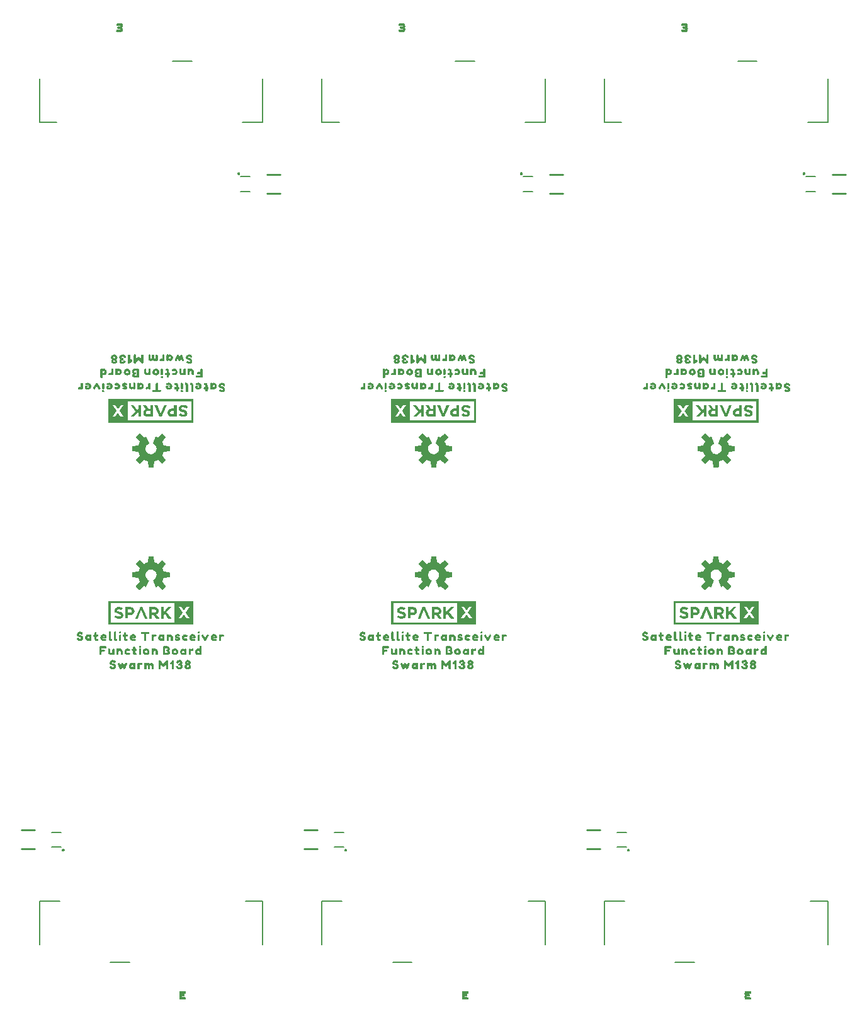
<source format=gto>
G04 EAGLE Gerber RS-274X export*
G75*
%MOMM*%
%FSLAX34Y34*%
%LPD*%
%INSilkscreen Top*%
%IPPOS*%
%AMOC8*
5,1,8,0,0,1.08239X$1,22.5*%
G01*
%ADD10C,0.254000*%
%ADD11C,0.152400*%
%ADD12R,0.640000X0.040000*%
%ADD13R,0.800000X0.040000*%
%ADD14R,0.840000X0.040000*%
%ADD15R,0.280000X0.040000*%
%ADD16R,0.600000X0.040000*%
%ADD17R,0.680000X0.040000*%
%ADD18R,0.760000X0.040000*%
%ADD19C,0.200000*%

G36*
X624659Y801565D02*
X624659Y801565D01*
X624653Y801573D01*
X624661Y801578D01*
X624661Y833217D01*
X624625Y833264D01*
X624617Y833258D01*
X624611Y833266D01*
X510311Y833266D01*
X510264Y833230D01*
X510270Y833222D01*
X510262Y833217D01*
X510262Y801578D01*
X510298Y801531D01*
X510306Y801537D01*
X510311Y801529D01*
X624611Y801529D01*
X624659Y801565D01*
G37*
G36*
X1004643Y530268D02*
X1004643Y530268D01*
X1004637Y530275D01*
X1004645Y530281D01*
X1004645Y561919D01*
X1004609Y561967D01*
X1004601Y561961D01*
X1004595Y561968D01*
X890295Y561968D01*
X890248Y561932D01*
X890254Y561925D01*
X890246Y561919D01*
X890246Y530281D01*
X890282Y530233D01*
X890290Y530239D01*
X890295Y530232D01*
X1004595Y530232D01*
X1004643Y530268D01*
G37*
G36*
X244615Y561967D02*
X244615Y561967D01*
X244608Y561961D01*
X244602Y561968D01*
X130302Y561968D01*
X130255Y561932D01*
X130260Y561925D01*
X130253Y561919D01*
X130253Y530281D01*
X130289Y530233D01*
X130296Y530239D01*
X130302Y530232D01*
X244602Y530232D01*
X244649Y530268D01*
X244644Y530275D01*
X244651Y530281D01*
X244651Y561919D01*
X244615Y561967D01*
G37*
G36*
X624659Y530268D02*
X624659Y530268D01*
X624653Y530275D01*
X624661Y530281D01*
X624661Y561919D01*
X624625Y561967D01*
X624617Y561961D01*
X624611Y561968D01*
X510311Y561968D01*
X510264Y561932D01*
X510270Y561925D01*
X510262Y561919D01*
X510262Y530281D01*
X510298Y530233D01*
X510306Y530239D01*
X510311Y530232D01*
X624611Y530232D01*
X624659Y530268D01*
G37*
G36*
X244675Y801565D02*
X244675Y801565D01*
X244669Y801573D01*
X244677Y801578D01*
X244677Y833217D01*
X244641Y833264D01*
X244633Y833258D01*
X244627Y833266D01*
X130327Y833266D01*
X130280Y833230D01*
X130286Y833222D01*
X130278Y833217D01*
X130278Y801578D01*
X130314Y801531D01*
X130322Y801537D01*
X130327Y801529D01*
X244627Y801529D01*
X244675Y801565D01*
G37*
G36*
X1004668Y801565D02*
X1004668Y801565D01*
X1004662Y801573D01*
X1004670Y801578D01*
X1004670Y833217D01*
X1004634Y833264D01*
X1004627Y833258D01*
X1004621Y833266D01*
X890321Y833266D01*
X890273Y833230D01*
X890279Y833222D01*
X890272Y833217D01*
X890272Y801578D01*
X890308Y801531D01*
X890315Y801537D01*
X890321Y801529D01*
X1004621Y801529D01*
X1004668Y801565D01*
G37*
%LPC*%
G36*
X535895Y804565D02*
X535895Y804565D01*
X535895Y830230D01*
X621625Y830230D01*
X621625Y804565D01*
X535895Y804565D01*
G37*
%LPD*%
%LPC*%
G36*
X893282Y533268D02*
X893282Y533268D01*
X893282Y558932D01*
X979012Y558932D01*
X979012Y533268D01*
X893282Y533268D01*
G37*
%LPD*%
%LPC*%
G36*
X133289Y533268D02*
X133289Y533268D01*
X133289Y558932D01*
X219018Y558932D01*
X219018Y533268D01*
X133289Y533268D01*
G37*
%LPD*%
%LPC*%
G36*
X513298Y533268D02*
X513298Y533268D01*
X513298Y558932D01*
X599028Y558932D01*
X599028Y533268D01*
X513298Y533268D01*
G37*
%LPD*%
%LPC*%
G36*
X915905Y804565D02*
X915905Y804565D01*
X915905Y830230D01*
X1001634Y830230D01*
X1001634Y804565D01*
X915905Y804565D01*
G37*
%LPD*%
%LPC*%
G36*
X155911Y804565D02*
X155911Y804565D01*
X155911Y830230D01*
X241641Y830230D01*
X241641Y804565D01*
X155911Y804565D01*
G37*
%LPD*%
G36*
X190556Y741410D02*
X190556Y741410D01*
X190588Y741408D01*
X190639Y741430D01*
X190693Y741443D01*
X190718Y741463D01*
X190747Y741475D01*
X190784Y741517D01*
X190827Y741553D01*
X190840Y741582D01*
X190861Y741606D01*
X190882Y741675D01*
X190898Y741711D01*
X190897Y741726D01*
X190903Y741745D01*
X191697Y749564D01*
X194171Y750356D01*
X194194Y750370D01*
X194229Y750380D01*
X196538Y751569D01*
X202629Y746603D01*
X202658Y746589D01*
X202681Y746567D01*
X202735Y746551D01*
X202785Y746527D01*
X202817Y746527D01*
X202847Y746518D01*
X202902Y746527D01*
X202958Y746528D01*
X202987Y746542D01*
X203018Y746547D01*
X203078Y746588D01*
X203113Y746605D01*
X203122Y746618D01*
X203138Y746629D01*
X207446Y750937D01*
X207463Y750964D01*
X207487Y750985D01*
X207508Y751036D01*
X207538Y751084D01*
X207541Y751116D01*
X207553Y751145D01*
X207549Y751201D01*
X207554Y751256D01*
X207543Y751286D01*
X207541Y751318D01*
X207507Y751382D01*
X207493Y751418D01*
X207481Y751429D01*
X207472Y751446D01*
X202505Y757537D01*
X203695Y759846D01*
X203701Y759872D01*
X203719Y759904D01*
X204511Y762378D01*
X212330Y763172D01*
X212360Y763183D01*
X212392Y763184D01*
X212441Y763210D01*
X212494Y763228D01*
X212516Y763251D01*
X212544Y763266D01*
X212576Y763312D01*
X212616Y763352D01*
X212626Y763382D01*
X212644Y763408D01*
X212658Y763479D01*
X212670Y763516D01*
X212668Y763531D01*
X212672Y763550D01*
X212672Y769644D01*
X212664Y769676D01*
X212666Y769708D01*
X212645Y769759D01*
X212632Y769813D01*
X212612Y769838D01*
X212599Y769867D01*
X212557Y769904D01*
X212522Y769947D01*
X212493Y769960D01*
X212469Y769981D01*
X212400Y770002D01*
X212364Y770018D01*
X212348Y770017D01*
X212330Y770023D01*
X204511Y770817D01*
X203719Y773291D01*
X203705Y773314D01*
X203695Y773349D01*
X202505Y775658D01*
X207472Y781749D01*
X207486Y781778D01*
X207508Y781801D01*
X207524Y781855D01*
X207548Y781905D01*
X207548Y781937D01*
X207557Y781967D01*
X207548Y782022D01*
X207547Y782078D01*
X207533Y782107D01*
X207527Y782138D01*
X207487Y782198D01*
X207469Y782233D01*
X207457Y782242D01*
X207446Y782258D01*
X203138Y786566D01*
X203111Y786583D01*
X203090Y786607D01*
X203038Y786628D01*
X202991Y786658D01*
X202959Y786661D01*
X202930Y786673D01*
X202874Y786669D01*
X202819Y786674D01*
X202789Y786663D01*
X202757Y786661D01*
X202693Y786627D01*
X202657Y786613D01*
X202646Y786601D01*
X202629Y786592D01*
X196538Y781626D01*
X194230Y782815D01*
X194218Y782818D01*
X194212Y782823D01*
X194164Y782832D01*
X194103Y782855D01*
X194082Y782853D01*
X194062Y782858D01*
X193997Y782844D01*
X193930Y782837D01*
X193913Y782825D01*
X193892Y782821D01*
X193840Y782779D01*
X193784Y782744D01*
X193771Y782724D01*
X193757Y782713D01*
X193752Y782702D01*
X193750Y782701D01*
X193738Y782675D01*
X193704Y782623D01*
X190116Y773961D01*
X190111Y773929D01*
X190097Y773899D01*
X190097Y773844D01*
X190088Y773790D01*
X190098Y773759D01*
X190098Y773726D01*
X190123Y773677D01*
X190139Y773624D01*
X190161Y773601D01*
X190176Y773571D01*
X190231Y773527D01*
X190258Y773498D01*
X190273Y773493D01*
X190288Y773480D01*
X191606Y772776D01*
X192732Y771852D01*
X193656Y770726D01*
X194343Y769441D01*
X194766Y768047D01*
X194908Y766598D01*
X194751Y765080D01*
X194288Y763626D01*
X193538Y762298D01*
X192532Y761150D01*
X191313Y760233D01*
X189932Y759584D01*
X188448Y759230D01*
X186923Y759188D01*
X185421Y759457D01*
X184006Y760028D01*
X182737Y760875D01*
X181668Y761964D01*
X180844Y763249D01*
X180300Y764674D01*
X180059Y766181D01*
X180130Y767705D01*
X180511Y769182D01*
X181186Y770550D01*
X182126Y771752D01*
X183292Y772737D01*
X184668Y773481D01*
X184692Y773502D01*
X184721Y773515D01*
X184756Y773559D01*
X184798Y773596D01*
X184810Y773625D01*
X184830Y773650D01*
X184842Y773704D01*
X184863Y773756D01*
X184861Y773788D01*
X184868Y773819D01*
X184853Y773890D01*
X184850Y773929D01*
X184843Y773942D01*
X184839Y773961D01*
X181251Y782623D01*
X181212Y782677D01*
X181199Y782700D01*
X181186Y782723D01*
X181186Y782724D01*
X181179Y782735D01*
X181162Y782747D01*
X181150Y782764D01*
X181091Y782795D01*
X181036Y782832D01*
X181015Y782835D01*
X180997Y782845D01*
X180930Y782847D01*
X180864Y782856D01*
X180842Y782849D01*
X180824Y782850D01*
X180788Y782834D01*
X180725Y782815D01*
X178417Y781626D01*
X172326Y786592D01*
X172297Y786606D01*
X172274Y786628D01*
X172220Y786644D01*
X172170Y786668D01*
X172138Y786668D01*
X172107Y786677D01*
X172052Y786668D01*
X171997Y786667D01*
X171968Y786653D01*
X171937Y786647D01*
X171877Y786607D01*
X171842Y786589D01*
X171833Y786577D01*
X171817Y786566D01*
X167509Y782258D01*
X167492Y782231D01*
X167468Y782210D01*
X167447Y782158D01*
X167417Y782111D01*
X167414Y782079D01*
X167402Y782050D01*
X167406Y781994D01*
X167401Y781939D01*
X167412Y781909D01*
X167414Y781877D01*
X167448Y781813D01*
X167462Y781777D01*
X167474Y781766D01*
X167483Y781749D01*
X172449Y775658D01*
X171260Y773349D01*
X171253Y773323D01*
X171236Y773291D01*
X170444Y770817D01*
X162625Y770023D01*
X162595Y770012D01*
X162563Y770011D01*
X162514Y769985D01*
X162461Y769966D01*
X162439Y769944D01*
X162411Y769928D01*
X162378Y769883D01*
X162339Y769843D01*
X162329Y769813D01*
X162311Y769787D01*
X162297Y769716D01*
X162285Y769679D01*
X162287Y769664D01*
X162283Y769644D01*
X162283Y763550D01*
X162290Y763519D01*
X162288Y763487D01*
X162310Y763436D01*
X162323Y763382D01*
X162343Y763357D01*
X162355Y763327D01*
X162397Y763291D01*
X162433Y763248D01*
X162462Y763235D01*
X162486Y763214D01*
X162555Y763193D01*
X162591Y763177D01*
X162606Y763178D01*
X162625Y763172D01*
X170444Y762378D01*
X171236Y759904D01*
X171250Y759881D01*
X171260Y759846D01*
X172449Y757537D01*
X167483Y751446D01*
X167469Y751417D01*
X167447Y751394D01*
X167431Y751340D01*
X167407Y751290D01*
X167407Y751258D01*
X167398Y751227D01*
X167407Y751172D01*
X167408Y751117D01*
X167422Y751088D01*
X167427Y751057D01*
X167468Y750997D01*
X167485Y750962D01*
X167498Y750953D01*
X167509Y750937D01*
X171817Y746629D01*
X171844Y746612D01*
X171865Y746588D01*
X171916Y746567D01*
X171964Y746537D01*
X171996Y746534D01*
X172025Y746522D01*
X172081Y746526D01*
X172136Y746521D01*
X172166Y746532D01*
X172198Y746534D01*
X172262Y746568D01*
X172298Y746582D01*
X172309Y746594D01*
X172326Y746603D01*
X178417Y751569D01*
X180726Y750380D01*
X180752Y750373D01*
X180784Y750356D01*
X183258Y749564D01*
X184052Y741745D01*
X184063Y741715D01*
X184064Y741683D01*
X184090Y741634D01*
X184108Y741581D01*
X184131Y741559D01*
X184146Y741531D01*
X184192Y741498D01*
X184232Y741459D01*
X184262Y741449D01*
X184288Y741431D01*
X184359Y741417D01*
X184396Y741405D01*
X184411Y741407D01*
X184430Y741403D01*
X190524Y741403D01*
X190556Y741410D01*
G37*
G36*
X570540Y741410D02*
X570540Y741410D01*
X570572Y741408D01*
X570623Y741430D01*
X570677Y741443D01*
X570702Y741463D01*
X570731Y741475D01*
X570768Y741517D01*
X570811Y741553D01*
X570824Y741582D01*
X570845Y741606D01*
X570866Y741675D01*
X570882Y741711D01*
X570881Y741726D01*
X570887Y741745D01*
X571681Y749564D01*
X574155Y750356D01*
X574178Y750370D01*
X574213Y750380D01*
X576522Y751569D01*
X582613Y746603D01*
X582642Y746589D01*
X582665Y746567D01*
X582719Y746551D01*
X582769Y746527D01*
X582801Y746527D01*
X582831Y746518D01*
X582886Y746527D01*
X582942Y746528D01*
X582971Y746542D01*
X583002Y746547D01*
X583062Y746588D01*
X583097Y746605D01*
X583106Y746618D01*
X583122Y746629D01*
X587430Y750937D01*
X587447Y750964D01*
X587471Y750985D01*
X587492Y751036D01*
X587522Y751084D01*
X587525Y751116D01*
X587537Y751145D01*
X587533Y751201D01*
X587538Y751256D01*
X587527Y751286D01*
X587525Y751318D01*
X587491Y751382D01*
X587477Y751418D01*
X587465Y751429D01*
X587456Y751446D01*
X582489Y757537D01*
X583679Y759846D01*
X583685Y759872D01*
X583703Y759904D01*
X584495Y762378D01*
X592314Y763172D01*
X592344Y763183D01*
X592376Y763184D01*
X592425Y763210D01*
X592478Y763228D01*
X592500Y763251D01*
X592528Y763266D01*
X592560Y763312D01*
X592600Y763352D01*
X592610Y763382D01*
X592628Y763408D01*
X592642Y763479D01*
X592654Y763516D01*
X592652Y763531D01*
X592656Y763550D01*
X592656Y769644D01*
X592648Y769676D01*
X592650Y769708D01*
X592629Y769759D01*
X592616Y769813D01*
X592596Y769838D01*
X592583Y769867D01*
X592541Y769904D01*
X592506Y769947D01*
X592477Y769960D01*
X592453Y769981D01*
X592384Y770002D01*
X592348Y770018D01*
X592332Y770017D01*
X592314Y770023D01*
X584495Y770817D01*
X583703Y773291D01*
X583689Y773314D01*
X583679Y773349D01*
X582489Y775658D01*
X587456Y781749D01*
X587470Y781778D01*
X587492Y781801D01*
X587508Y781855D01*
X587532Y781905D01*
X587532Y781937D01*
X587541Y781967D01*
X587532Y782022D01*
X587531Y782078D01*
X587517Y782107D01*
X587511Y782138D01*
X587471Y782198D01*
X587453Y782233D01*
X587441Y782242D01*
X587430Y782258D01*
X583122Y786566D01*
X583095Y786583D01*
X583074Y786607D01*
X583022Y786628D01*
X582975Y786658D01*
X582943Y786661D01*
X582914Y786673D01*
X582858Y786669D01*
X582803Y786674D01*
X582773Y786663D01*
X582741Y786661D01*
X582677Y786627D01*
X582641Y786613D01*
X582630Y786601D01*
X582613Y786592D01*
X576522Y781626D01*
X574214Y782815D01*
X574202Y782818D01*
X574196Y782823D01*
X574148Y782832D01*
X574087Y782855D01*
X574066Y782853D01*
X574046Y782858D01*
X573981Y782844D01*
X573914Y782837D01*
X573897Y782825D01*
X573876Y782821D01*
X573824Y782779D01*
X573768Y782744D01*
X573755Y782724D01*
X573741Y782713D01*
X573736Y782702D01*
X573734Y782701D01*
X573722Y782675D01*
X573688Y782623D01*
X570100Y773961D01*
X570095Y773929D01*
X570081Y773899D01*
X570081Y773844D01*
X570072Y773790D01*
X570082Y773759D01*
X570082Y773726D01*
X570107Y773677D01*
X570123Y773624D01*
X570145Y773601D01*
X570160Y773571D01*
X570215Y773527D01*
X570242Y773498D01*
X570257Y773493D01*
X570272Y773480D01*
X571590Y772776D01*
X572716Y771852D01*
X573640Y770726D01*
X574327Y769441D01*
X574750Y768047D01*
X574892Y766598D01*
X574735Y765080D01*
X574272Y763626D01*
X573522Y762298D01*
X572516Y761150D01*
X571297Y760233D01*
X569916Y759584D01*
X568432Y759230D01*
X566907Y759188D01*
X565405Y759457D01*
X563990Y760028D01*
X562721Y760875D01*
X561652Y761964D01*
X560828Y763249D01*
X560284Y764674D01*
X560043Y766181D01*
X560114Y767705D01*
X560495Y769182D01*
X561170Y770550D01*
X562110Y771752D01*
X563276Y772737D01*
X564652Y773481D01*
X564676Y773502D01*
X564705Y773515D01*
X564740Y773559D01*
X564782Y773596D01*
X564794Y773625D01*
X564814Y773650D01*
X564826Y773704D01*
X564847Y773756D01*
X564845Y773788D01*
X564852Y773819D01*
X564837Y773890D01*
X564834Y773929D01*
X564827Y773942D01*
X564823Y773961D01*
X561235Y782623D01*
X561196Y782677D01*
X561183Y782700D01*
X561170Y782723D01*
X561170Y782724D01*
X561163Y782735D01*
X561146Y782747D01*
X561134Y782764D01*
X561075Y782795D01*
X561020Y782832D01*
X560999Y782835D01*
X560981Y782845D01*
X560914Y782847D01*
X560848Y782856D01*
X560826Y782849D01*
X560808Y782850D01*
X560772Y782834D01*
X560709Y782815D01*
X558401Y781626D01*
X552310Y786592D01*
X552281Y786606D01*
X552258Y786628D01*
X552204Y786644D01*
X552154Y786668D01*
X552122Y786668D01*
X552091Y786677D01*
X552036Y786668D01*
X551981Y786667D01*
X551952Y786653D01*
X551921Y786647D01*
X551861Y786607D01*
X551826Y786589D01*
X551817Y786577D01*
X551801Y786566D01*
X547493Y782258D01*
X547476Y782231D01*
X547452Y782210D01*
X547431Y782158D01*
X547401Y782111D01*
X547398Y782079D01*
X547386Y782050D01*
X547390Y781994D01*
X547385Y781939D01*
X547396Y781909D01*
X547398Y781877D01*
X547432Y781813D01*
X547446Y781777D01*
X547458Y781766D01*
X547467Y781749D01*
X552433Y775658D01*
X551244Y773349D01*
X551237Y773323D01*
X551220Y773291D01*
X550428Y770817D01*
X542609Y770023D01*
X542579Y770012D01*
X542547Y770011D01*
X542498Y769985D01*
X542445Y769966D01*
X542423Y769944D01*
X542395Y769928D01*
X542362Y769883D01*
X542323Y769843D01*
X542313Y769813D01*
X542295Y769787D01*
X542281Y769716D01*
X542269Y769679D01*
X542271Y769664D01*
X542267Y769644D01*
X542267Y763550D01*
X542274Y763519D01*
X542272Y763487D01*
X542294Y763436D01*
X542307Y763382D01*
X542327Y763357D01*
X542339Y763327D01*
X542381Y763291D01*
X542417Y763248D01*
X542446Y763235D01*
X542470Y763214D01*
X542539Y763193D01*
X542575Y763177D01*
X542590Y763178D01*
X542609Y763172D01*
X550428Y762378D01*
X551220Y759904D01*
X551234Y759881D01*
X551244Y759846D01*
X552433Y757537D01*
X547467Y751446D01*
X547453Y751417D01*
X547431Y751394D01*
X547415Y751340D01*
X547391Y751290D01*
X547391Y751258D01*
X547382Y751227D01*
X547391Y751172D01*
X547392Y751117D01*
X547406Y751088D01*
X547411Y751057D01*
X547452Y750997D01*
X547469Y750962D01*
X547482Y750953D01*
X547493Y750937D01*
X551801Y746629D01*
X551828Y746612D01*
X551849Y746588D01*
X551900Y746567D01*
X551948Y746537D01*
X551980Y746534D01*
X552009Y746522D01*
X552065Y746526D01*
X552120Y746521D01*
X552150Y746532D01*
X552182Y746534D01*
X552246Y746568D01*
X552282Y746582D01*
X552293Y746594D01*
X552310Y746603D01*
X558401Y751569D01*
X560710Y750380D01*
X560736Y750373D01*
X560768Y750356D01*
X563242Y749564D01*
X564036Y741745D01*
X564047Y741715D01*
X564048Y741683D01*
X564074Y741634D01*
X564092Y741581D01*
X564115Y741559D01*
X564130Y741531D01*
X564176Y741498D01*
X564216Y741459D01*
X564246Y741449D01*
X564272Y741431D01*
X564343Y741417D01*
X564380Y741405D01*
X564395Y741407D01*
X564414Y741403D01*
X570508Y741403D01*
X570540Y741410D01*
G37*
G36*
X950549Y741410D02*
X950549Y741410D01*
X950581Y741408D01*
X950632Y741430D01*
X950687Y741443D01*
X950711Y741463D01*
X950741Y741475D01*
X950777Y741517D01*
X950820Y741553D01*
X950833Y741582D01*
X950854Y741606D01*
X950875Y741675D01*
X950891Y741711D01*
X950891Y741726D01*
X950896Y741745D01*
X951690Y749564D01*
X954164Y750356D01*
X954187Y750370D01*
X954222Y750380D01*
X956532Y751569D01*
X962623Y746603D01*
X962651Y746589D01*
X962675Y746567D01*
X962728Y746551D01*
X962778Y746527D01*
X962810Y746527D01*
X962841Y746518D01*
X962896Y746527D01*
X962951Y746528D01*
X962980Y746542D01*
X963012Y746547D01*
X963071Y746588D01*
X963106Y746605D01*
X963116Y746618D01*
X963132Y746629D01*
X967440Y750937D01*
X967457Y750964D01*
X967481Y750985D01*
X967502Y751036D01*
X967531Y751084D01*
X967534Y751116D01*
X967546Y751145D01*
X967542Y751201D01*
X967548Y751256D01*
X967536Y751286D01*
X967534Y751318D01*
X967500Y751382D01*
X967486Y751418D01*
X967475Y751429D01*
X967466Y751446D01*
X962499Y757537D01*
X963688Y759846D01*
X963695Y759872D01*
X963712Y759904D01*
X964504Y762378D01*
X972323Y763172D01*
X972354Y763183D01*
X972386Y763184D01*
X972434Y763210D01*
X972487Y763228D01*
X972510Y763251D01*
X972538Y763266D01*
X972570Y763312D01*
X972609Y763352D01*
X972619Y763382D01*
X972637Y763408D01*
X972651Y763479D01*
X972664Y763516D01*
X972661Y763531D01*
X972665Y763550D01*
X972665Y769644D01*
X972658Y769676D01*
X972660Y769708D01*
X972638Y769759D01*
X972626Y769813D01*
X972605Y769838D01*
X972593Y769867D01*
X972551Y769904D01*
X972515Y769947D01*
X972486Y769960D01*
X972462Y769981D01*
X972393Y770002D01*
X972357Y770018D01*
X972342Y770017D01*
X972323Y770023D01*
X964504Y770817D01*
X963712Y773291D01*
X963698Y773314D01*
X963688Y773349D01*
X962499Y775658D01*
X967466Y781749D01*
X967480Y781778D01*
X967501Y781801D01*
X967517Y781855D01*
X967542Y781905D01*
X967541Y781937D01*
X967550Y781967D01*
X967541Y782022D01*
X967541Y782078D01*
X967526Y782107D01*
X967521Y782138D01*
X967480Y782198D01*
X967463Y782233D01*
X967451Y782242D01*
X967440Y782258D01*
X963132Y786566D01*
X963105Y786583D01*
X963083Y786607D01*
X963032Y786628D01*
X962984Y786658D01*
X962953Y786661D01*
X962923Y786673D01*
X962868Y786669D01*
X962812Y786674D01*
X962782Y786663D01*
X962750Y786661D01*
X962687Y786627D01*
X962650Y786613D01*
X962640Y786601D01*
X962623Y786592D01*
X956532Y781626D01*
X954223Y782815D01*
X954212Y782818D01*
X954205Y782823D01*
X954157Y782832D01*
X954096Y782855D01*
X954075Y782853D01*
X954055Y782858D01*
X953990Y782844D01*
X953924Y782837D01*
X953906Y782825D01*
X953886Y782821D01*
X953834Y782779D01*
X953777Y782744D01*
X953765Y782724D01*
X953750Y782713D01*
X953745Y782702D01*
X953743Y782701D01*
X953732Y782675D01*
X953698Y782623D01*
X950110Y773961D01*
X950104Y773929D01*
X950090Y773899D01*
X950090Y773844D01*
X950081Y773790D01*
X950091Y773759D01*
X950091Y773726D01*
X950116Y773677D01*
X950132Y773624D01*
X950154Y773601D01*
X950169Y773571D01*
X950224Y773527D01*
X950251Y773498D01*
X950266Y773493D01*
X950282Y773480D01*
X951599Y772776D01*
X952725Y771852D01*
X953650Y770726D01*
X954336Y769441D01*
X954759Y768047D01*
X954902Y766598D01*
X954745Y765080D01*
X954282Y763626D01*
X953531Y762298D01*
X952525Y761150D01*
X951306Y760233D01*
X949925Y759584D01*
X948441Y759230D01*
X946916Y759188D01*
X945414Y759457D01*
X943999Y760028D01*
X942730Y760875D01*
X941662Y761964D01*
X940838Y763249D01*
X940294Y764674D01*
X940052Y766181D01*
X940123Y767705D01*
X940504Y769182D01*
X941179Y770550D01*
X942119Y771752D01*
X943285Y772737D01*
X944662Y773481D01*
X944685Y773502D01*
X944714Y773515D01*
X944749Y773559D01*
X944791Y773596D01*
X944803Y773625D01*
X944823Y773650D01*
X944835Y773704D01*
X944856Y773756D01*
X944854Y773788D01*
X944861Y773819D01*
X944847Y773890D01*
X944844Y773929D01*
X944836Y773942D01*
X944832Y773961D01*
X941244Y782623D01*
X941205Y782677D01*
X941192Y782700D01*
X941180Y782723D01*
X941179Y782724D01*
X941173Y782735D01*
X941155Y782747D01*
X941143Y782764D01*
X941084Y782795D01*
X941029Y782832D01*
X941009Y782835D01*
X940990Y782845D01*
X940924Y782847D01*
X940858Y782856D01*
X940835Y782849D01*
X940817Y782850D01*
X940782Y782834D01*
X940719Y782815D01*
X938410Y781626D01*
X932319Y786592D01*
X932290Y786606D01*
X932267Y786628D01*
X932213Y786644D01*
X932163Y786668D01*
X932131Y786668D01*
X932101Y786677D01*
X932046Y786668D01*
X931990Y786667D01*
X931962Y786653D01*
X931930Y786647D01*
X931870Y786607D01*
X931835Y786589D01*
X931826Y786577D01*
X931810Y786566D01*
X927502Y782258D01*
X927485Y782231D01*
X927461Y782210D01*
X927440Y782158D01*
X927411Y782111D01*
X927408Y782079D01*
X927395Y782050D01*
X927399Y781994D01*
X927394Y781939D01*
X927405Y781909D01*
X927408Y781877D01*
X927442Y781813D01*
X927456Y781777D01*
X927467Y781766D01*
X927476Y781749D01*
X932443Y775658D01*
X931253Y773349D01*
X931247Y773323D01*
X931229Y773291D01*
X930438Y770817D01*
X922618Y770023D01*
X922588Y770012D01*
X922556Y770011D01*
X922507Y769985D01*
X922455Y769966D01*
X922432Y769944D01*
X922404Y769928D01*
X922372Y769883D01*
X922333Y769843D01*
X922323Y769813D01*
X922304Y769787D01*
X922290Y769716D01*
X922278Y769679D01*
X922280Y769664D01*
X922277Y769644D01*
X922277Y763550D01*
X922284Y763519D01*
X922282Y763487D01*
X922303Y763436D01*
X922316Y763382D01*
X922336Y763357D01*
X922349Y763327D01*
X922391Y763291D01*
X922426Y763248D01*
X922455Y763235D01*
X922480Y763214D01*
X922549Y763193D01*
X922584Y763177D01*
X922600Y763178D01*
X922618Y763172D01*
X930438Y762378D01*
X931229Y759904D01*
X931243Y759881D01*
X931253Y759846D01*
X932443Y757537D01*
X927476Y751446D01*
X927462Y751417D01*
X927440Y751394D01*
X927425Y751340D01*
X927400Y751290D01*
X927400Y751258D01*
X927391Y751227D01*
X927401Y751172D01*
X927401Y751117D01*
X927415Y751088D01*
X927421Y751057D01*
X927461Y750997D01*
X927479Y750962D01*
X927491Y750953D01*
X927502Y750937D01*
X931810Y746629D01*
X931837Y746612D01*
X931858Y746588D01*
X931910Y746567D01*
X931957Y746537D01*
X931989Y746534D01*
X932019Y746522D01*
X932074Y746526D01*
X932130Y746521D01*
X932160Y746532D01*
X932191Y746534D01*
X932255Y746568D01*
X932292Y746582D01*
X932302Y746594D01*
X932319Y746603D01*
X938410Y751569D01*
X940720Y750380D01*
X940746Y750373D01*
X940778Y750356D01*
X943252Y749564D01*
X944046Y741745D01*
X944056Y741715D01*
X944057Y741683D01*
X944084Y741634D01*
X944102Y741581D01*
X944125Y741559D01*
X944140Y741531D01*
X944185Y741498D01*
X944225Y741459D01*
X944255Y741449D01*
X944282Y741431D01*
X944352Y741417D01*
X944389Y741405D01*
X944405Y741407D01*
X944424Y741403D01*
X950518Y741403D01*
X950549Y741410D01*
G37*
G36*
X202877Y576830D02*
X202877Y576830D01*
X202933Y576830D01*
X202961Y576845D01*
X202993Y576850D01*
X203052Y576890D01*
X203088Y576908D01*
X203097Y576920D01*
X203113Y576931D01*
X207421Y581239D01*
X207438Y581266D01*
X207462Y581287D01*
X207483Y581339D01*
X207512Y581386D01*
X207515Y581418D01*
X207527Y581448D01*
X207524Y581503D01*
X207529Y581559D01*
X207517Y581589D01*
X207515Y581621D01*
X207481Y581684D01*
X207467Y581721D01*
X207456Y581731D01*
X207447Y581748D01*
X202480Y587839D01*
X203669Y590149D01*
X203676Y590175D01*
X203693Y590207D01*
X204485Y592681D01*
X212304Y593475D01*
X212335Y593485D01*
X212367Y593486D01*
X212416Y593513D01*
X212468Y593531D01*
X212491Y593554D01*
X212519Y593569D01*
X212551Y593615D01*
X212590Y593654D01*
X212600Y593685D01*
X212619Y593711D01*
X212632Y593781D01*
X212645Y593819D01*
X212643Y593834D01*
X212646Y593853D01*
X212646Y599947D01*
X212639Y599978D01*
X212641Y600010D01*
X212619Y600061D01*
X212607Y600116D01*
X212586Y600140D01*
X212574Y600170D01*
X212532Y600206D01*
X212497Y600249D01*
X212467Y600262D01*
X212443Y600283D01*
X212374Y600304D01*
X212338Y600320D01*
X212323Y600320D01*
X212304Y600325D01*
X204485Y601119D01*
X203693Y603593D01*
X203680Y603616D01*
X203669Y603651D01*
X202480Y605961D01*
X207447Y612052D01*
X207461Y612080D01*
X207482Y612104D01*
X207498Y612157D01*
X207523Y612207D01*
X207523Y612239D01*
X207532Y612270D01*
X207522Y612325D01*
X207522Y612381D01*
X207507Y612409D01*
X207502Y612441D01*
X207462Y612500D01*
X207444Y612536D01*
X207432Y612545D01*
X207421Y612561D01*
X203113Y616869D01*
X203086Y616886D01*
X203065Y616910D01*
X203013Y616931D01*
X202966Y616960D01*
X202934Y616963D01*
X202904Y616975D01*
X202849Y616972D01*
X202793Y616977D01*
X202763Y616965D01*
X202731Y616963D01*
X202668Y616929D01*
X202631Y616915D01*
X202621Y616904D01*
X202604Y616895D01*
X196513Y611928D01*
X194203Y613117D01*
X194177Y613124D01*
X194145Y613141D01*
X191671Y613933D01*
X190877Y621752D01*
X190869Y621778D01*
X190868Y621790D01*
X190867Y621793D01*
X190866Y621815D01*
X190839Y621864D01*
X190821Y621916D01*
X190798Y621939D01*
X190783Y621967D01*
X190737Y621999D01*
X190698Y622038D01*
X190667Y622048D01*
X190641Y622067D01*
X190571Y622080D01*
X190533Y622093D01*
X190518Y622091D01*
X190499Y622094D01*
X184405Y622094D01*
X184374Y622087D01*
X184342Y622089D01*
X184291Y622067D01*
X184236Y622055D01*
X184212Y622034D01*
X184182Y622022D01*
X184146Y621980D01*
X184103Y621945D01*
X184090Y621915D01*
X184069Y621891D01*
X184048Y621822D01*
X184032Y621786D01*
X184032Y621771D01*
X184030Y621764D01*
X184029Y621762D01*
X184029Y621761D01*
X184027Y621752D01*
X183233Y613933D01*
X180759Y613141D01*
X180736Y613128D01*
X180701Y613117D01*
X178391Y611928D01*
X172300Y616895D01*
X172272Y616909D01*
X172248Y616930D01*
X172195Y616946D01*
X172145Y616971D01*
X172113Y616971D01*
X172082Y616980D01*
X172027Y616970D01*
X171971Y616970D01*
X171943Y616955D01*
X171911Y616950D01*
X171852Y616910D01*
X171817Y616892D01*
X171807Y616880D01*
X171791Y616869D01*
X167483Y612561D01*
X167466Y612534D01*
X167442Y612513D01*
X167421Y612461D01*
X167392Y612414D01*
X167389Y612382D01*
X167377Y612352D01*
X167381Y612297D01*
X167375Y612241D01*
X167387Y612211D01*
X167389Y612179D01*
X167423Y612116D01*
X167437Y612079D01*
X167448Y612069D01*
X167457Y612052D01*
X172424Y605961D01*
X171235Y603651D01*
X171228Y603625D01*
X171211Y603593D01*
X170419Y601119D01*
X162600Y600325D01*
X162569Y600315D01*
X162537Y600314D01*
X162488Y600287D01*
X162436Y600269D01*
X162413Y600246D01*
X162385Y600231D01*
X162353Y600185D01*
X162314Y600146D01*
X162304Y600115D01*
X162285Y600089D01*
X162272Y600019D01*
X162259Y599981D01*
X162261Y599966D01*
X162258Y599947D01*
X162258Y593853D01*
X162265Y593822D01*
X162263Y593790D01*
X162285Y593739D01*
X162297Y593684D01*
X162318Y593660D01*
X162330Y593630D01*
X162372Y593594D01*
X162407Y593551D01*
X162437Y593538D01*
X162461Y593517D01*
X162530Y593496D01*
X162566Y593480D01*
X162581Y593480D01*
X162600Y593475D01*
X170419Y592681D01*
X171211Y590207D01*
X171224Y590184D01*
X171235Y590149D01*
X172424Y587839D01*
X167457Y581748D01*
X167443Y581720D01*
X167422Y581696D01*
X167406Y581643D01*
X167381Y581593D01*
X167381Y581561D01*
X167372Y581530D01*
X167382Y581475D01*
X167382Y581419D01*
X167397Y581391D01*
X167402Y581359D01*
X167442Y581300D01*
X167460Y581265D01*
X167472Y581255D01*
X167483Y581239D01*
X171791Y576931D01*
X171818Y576914D01*
X171839Y576890D01*
X171891Y576869D01*
X171938Y576840D01*
X171970Y576837D01*
X172000Y576825D01*
X172055Y576829D01*
X172111Y576823D01*
X172141Y576835D01*
X172173Y576837D01*
X172236Y576871D01*
X172273Y576885D01*
X172283Y576896D01*
X172300Y576905D01*
X178391Y581872D01*
X180700Y580682D01*
X180764Y580666D01*
X180827Y580643D01*
X180848Y580645D01*
X180868Y580640D01*
X180933Y580654D01*
X180999Y580661D01*
X181017Y580672D01*
X181037Y580677D01*
X181089Y580718D01*
X181145Y580754D01*
X181158Y580773D01*
X181173Y580785D01*
X181189Y580820D01*
X181225Y580874D01*
X184813Y589536D01*
X184819Y589569D01*
X184833Y589598D01*
X184832Y589653D01*
X184841Y589707D01*
X184832Y589739D01*
X184832Y589771D01*
X184807Y589820D01*
X184791Y589873D01*
X184768Y589897D01*
X184754Y589926D01*
X184699Y589971D01*
X184672Y589999D01*
X184657Y590005D01*
X184641Y590017D01*
X183323Y590722D01*
X182197Y591646D01*
X181273Y592772D01*
X180587Y594056D01*
X180164Y595450D01*
X180021Y596899D01*
X180178Y598418D01*
X180641Y599871D01*
X181392Y601200D01*
X182398Y602347D01*
X183617Y603264D01*
X184998Y603914D01*
X186482Y604267D01*
X188007Y604310D01*
X189509Y604040D01*
X190924Y603470D01*
X192192Y602622D01*
X193261Y601533D01*
X194085Y600249D01*
X194629Y598823D01*
X194871Y597317D01*
X194799Y595793D01*
X194418Y594315D01*
X193744Y592947D01*
X192804Y591745D01*
X191638Y590761D01*
X190261Y590017D01*
X190238Y589996D01*
X190209Y589982D01*
X190173Y589939D01*
X190132Y589902D01*
X190120Y589872D01*
X190100Y589848D01*
X190087Y589793D01*
X190066Y589741D01*
X190069Y589709D01*
X190062Y589678D01*
X190076Y589607D01*
X190079Y589568D01*
X190087Y589555D01*
X190091Y589536D01*
X193679Y580874D01*
X193718Y580820D01*
X193750Y580763D01*
X193767Y580751D01*
X193780Y580734D01*
X193838Y580703D01*
X193893Y580665D01*
X193914Y580662D01*
X193933Y580652D01*
X193999Y580651D01*
X194065Y580641D01*
X194088Y580648D01*
X194106Y580647D01*
X194141Y580664D01*
X194204Y580682D01*
X196513Y581872D01*
X202604Y576905D01*
X202632Y576891D01*
X202656Y576870D01*
X202709Y576854D01*
X202759Y576829D01*
X202791Y576829D01*
X202822Y576820D01*
X202877Y576830D01*
G37*
G36*
X582886Y576830D02*
X582886Y576830D01*
X582942Y576830D01*
X582971Y576845D01*
X583002Y576850D01*
X583062Y576890D01*
X583097Y576908D01*
X583106Y576920D01*
X583122Y576931D01*
X587430Y581239D01*
X587447Y581266D01*
X587471Y581287D01*
X587492Y581339D01*
X587522Y581386D01*
X587525Y581418D01*
X587537Y581448D01*
X587533Y581503D01*
X587538Y581559D01*
X587527Y581589D01*
X587525Y581621D01*
X587491Y581684D01*
X587477Y581721D01*
X587465Y581731D01*
X587456Y581748D01*
X582489Y587839D01*
X583679Y590149D01*
X583685Y590175D01*
X583703Y590207D01*
X584495Y592681D01*
X592314Y593475D01*
X592344Y593485D01*
X592376Y593486D01*
X592425Y593513D01*
X592478Y593531D01*
X592500Y593554D01*
X592528Y593569D01*
X592560Y593615D01*
X592600Y593654D01*
X592610Y593685D01*
X592628Y593711D01*
X592642Y593781D01*
X592654Y593819D01*
X592652Y593834D01*
X592656Y593853D01*
X592656Y599947D01*
X592648Y599978D01*
X592650Y600010D01*
X592629Y600061D01*
X592616Y600116D01*
X592596Y600140D01*
X592583Y600170D01*
X592541Y600206D01*
X592506Y600249D01*
X592477Y600262D01*
X592453Y600283D01*
X592384Y600304D01*
X592348Y600320D01*
X592332Y600320D01*
X592314Y600325D01*
X584495Y601119D01*
X583703Y603593D01*
X583689Y603616D01*
X583679Y603651D01*
X582489Y605961D01*
X587456Y612052D01*
X587470Y612080D01*
X587492Y612104D01*
X587508Y612157D01*
X587532Y612207D01*
X587532Y612239D01*
X587541Y612270D01*
X587532Y612325D01*
X587531Y612381D01*
X587517Y612409D01*
X587511Y612441D01*
X587471Y612500D01*
X587453Y612536D01*
X587441Y612545D01*
X587430Y612561D01*
X583122Y616869D01*
X583095Y616886D01*
X583074Y616910D01*
X583022Y616931D01*
X582975Y616960D01*
X582943Y616963D01*
X582914Y616975D01*
X582858Y616972D01*
X582803Y616977D01*
X582773Y616965D01*
X582741Y616963D01*
X582677Y616929D01*
X582641Y616915D01*
X582630Y616904D01*
X582613Y616895D01*
X576522Y611928D01*
X574213Y613117D01*
X574187Y613124D01*
X574155Y613141D01*
X571681Y613933D01*
X570887Y621752D01*
X570878Y621778D01*
X570878Y621790D01*
X570876Y621793D01*
X570875Y621815D01*
X570849Y621864D01*
X570830Y621916D01*
X570808Y621939D01*
X570792Y621967D01*
X570747Y621999D01*
X570707Y622038D01*
X570677Y622048D01*
X570651Y622067D01*
X570580Y622080D01*
X570543Y622093D01*
X570528Y622091D01*
X570508Y622094D01*
X564414Y622094D01*
X564383Y622087D01*
X564351Y622089D01*
X564300Y622067D01*
X564246Y622055D01*
X564221Y622034D01*
X564191Y622022D01*
X564155Y621980D01*
X564112Y621945D01*
X564099Y621915D01*
X564078Y621891D01*
X564057Y621822D01*
X564041Y621786D01*
X564042Y621771D01*
X564039Y621764D01*
X564039Y621762D01*
X564039Y621761D01*
X564036Y621752D01*
X563242Y613933D01*
X560768Y613141D01*
X560745Y613128D01*
X560710Y613117D01*
X558401Y611928D01*
X552310Y616895D01*
X552281Y616909D01*
X552258Y616930D01*
X552204Y616946D01*
X552154Y616971D01*
X552122Y616971D01*
X552091Y616980D01*
X552036Y616970D01*
X551981Y616970D01*
X551952Y616955D01*
X551921Y616950D01*
X551861Y616910D01*
X551826Y616892D01*
X551817Y616880D01*
X551801Y616869D01*
X547493Y612561D01*
X547476Y612534D01*
X547452Y612513D01*
X547431Y612461D01*
X547401Y612414D01*
X547398Y612382D01*
X547386Y612352D01*
X547390Y612297D01*
X547385Y612241D01*
X547396Y612211D01*
X547398Y612179D01*
X547432Y612116D01*
X547446Y612079D01*
X547458Y612069D01*
X547467Y612052D01*
X552433Y605961D01*
X551244Y603651D01*
X551237Y603625D01*
X551220Y603593D01*
X550428Y601119D01*
X542609Y600325D01*
X542579Y600315D01*
X542547Y600314D01*
X542498Y600287D01*
X542445Y600269D01*
X542423Y600246D01*
X542395Y600231D01*
X542362Y600185D01*
X542323Y600146D01*
X542313Y600115D01*
X542295Y600089D01*
X542281Y600019D01*
X542269Y599981D01*
X542271Y599966D01*
X542267Y599947D01*
X542267Y593853D01*
X542274Y593822D01*
X542272Y593790D01*
X542294Y593739D01*
X542307Y593684D01*
X542327Y593660D01*
X542339Y593630D01*
X542381Y593594D01*
X542417Y593551D01*
X542446Y593538D01*
X542470Y593517D01*
X542539Y593496D01*
X542575Y593480D01*
X542590Y593480D01*
X542609Y593475D01*
X550428Y592681D01*
X551220Y590207D01*
X551234Y590184D01*
X551244Y590149D01*
X552433Y587839D01*
X547467Y581748D01*
X547453Y581720D01*
X547431Y581696D01*
X547415Y581643D01*
X547391Y581593D01*
X547391Y581561D01*
X547382Y581530D01*
X547391Y581475D01*
X547392Y581419D01*
X547406Y581391D01*
X547411Y581359D01*
X547452Y581300D01*
X547469Y581265D01*
X547482Y581255D01*
X547493Y581239D01*
X551801Y576931D01*
X551828Y576914D01*
X551849Y576890D01*
X551900Y576869D01*
X551948Y576840D01*
X551980Y576837D01*
X552009Y576825D01*
X552065Y576829D01*
X552120Y576823D01*
X552150Y576835D01*
X552182Y576837D01*
X552246Y576871D01*
X552282Y576885D01*
X552293Y576896D01*
X552310Y576905D01*
X558401Y581872D01*
X560709Y580682D01*
X560774Y580666D01*
X560836Y580643D01*
X560857Y580645D01*
X560877Y580640D01*
X560942Y580654D01*
X561008Y580661D01*
X561026Y580672D01*
X561047Y580677D01*
X561099Y580718D01*
X561155Y580754D01*
X561168Y580773D01*
X561182Y580785D01*
X561198Y580820D01*
X561235Y580874D01*
X564823Y589536D01*
X564828Y589569D01*
X564842Y589598D01*
X564842Y589653D01*
X564851Y589707D01*
X564841Y589739D01*
X564841Y589771D01*
X564816Y589820D01*
X564800Y589873D01*
X564778Y589897D01*
X564763Y589926D01*
X564708Y589971D01*
X564681Y589999D01*
X564666Y590005D01*
X564651Y590017D01*
X563333Y590722D01*
X562207Y591646D01*
X561283Y592772D01*
X560596Y594056D01*
X560173Y595450D01*
X560031Y596899D01*
X560187Y598418D01*
X560651Y599871D01*
X561401Y601200D01*
X562407Y602347D01*
X563626Y603264D01*
X565007Y603914D01*
X566491Y604267D01*
X568016Y604310D01*
X569518Y604040D01*
X570933Y603470D01*
X572202Y602622D01*
X573271Y601533D01*
X574094Y600249D01*
X574639Y598823D01*
X574880Y597317D01*
X574809Y595793D01*
X574428Y594315D01*
X573753Y592947D01*
X572813Y591745D01*
X571647Y590761D01*
X570271Y590017D01*
X570247Y589996D01*
X570218Y589982D01*
X570183Y589939D01*
X570141Y589902D01*
X570129Y589872D01*
X570109Y589848D01*
X570097Y589793D01*
X570076Y589741D01*
X570078Y589709D01*
X570071Y589678D01*
X570086Y589607D01*
X570089Y589568D01*
X570096Y589555D01*
X570100Y589536D01*
X573688Y580874D01*
X573727Y580820D01*
X573760Y580763D01*
X573777Y580751D01*
X573789Y580734D01*
X573848Y580703D01*
X573903Y580665D01*
X573924Y580662D01*
X573942Y580652D01*
X574009Y580651D01*
X574075Y580641D01*
X574097Y580648D01*
X574115Y580647D01*
X574150Y580664D01*
X574214Y580682D01*
X576522Y581872D01*
X582613Y576905D01*
X582642Y576891D01*
X582665Y576870D01*
X582719Y576854D01*
X582769Y576829D01*
X582801Y576829D01*
X582831Y576820D01*
X582886Y576830D01*
G37*
G36*
X962870Y576830D02*
X962870Y576830D01*
X962926Y576830D01*
X962955Y576845D01*
X962986Y576850D01*
X963046Y576890D01*
X963081Y576908D01*
X963090Y576920D01*
X963106Y576931D01*
X967414Y581239D01*
X967431Y581266D01*
X967455Y581287D01*
X967476Y581339D01*
X967506Y581386D01*
X967509Y581418D01*
X967521Y581448D01*
X967517Y581503D01*
X967522Y581559D01*
X967511Y581589D01*
X967509Y581621D01*
X967475Y581684D01*
X967461Y581721D01*
X967449Y581731D01*
X967440Y581748D01*
X962473Y587839D01*
X963663Y590149D01*
X963669Y590175D01*
X963687Y590207D01*
X964479Y592681D01*
X972298Y593475D01*
X972328Y593485D01*
X972360Y593486D01*
X972409Y593513D01*
X972462Y593531D01*
X972484Y593554D01*
X972512Y593569D01*
X972544Y593615D01*
X972584Y593654D01*
X972594Y593685D01*
X972612Y593711D01*
X972626Y593781D01*
X972638Y593819D01*
X972636Y593834D01*
X972640Y593853D01*
X972640Y599947D01*
X972632Y599978D01*
X972634Y600010D01*
X972613Y600061D01*
X972600Y600116D01*
X972580Y600140D01*
X972567Y600170D01*
X972525Y600206D01*
X972490Y600249D01*
X972461Y600262D01*
X972437Y600283D01*
X972368Y600304D01*
X972332Y600320D01*
X972316Y600320D01*
X972298Y600325D01*
X964479Y601119D01*
X963687Y603593D01*
X963673Y603616D01*
X963663Y603651D01*
X962473Y605961D01*
X967440Y612052D01*
X967454Y612080D01*
X967476Y612104D01*
X967492Y612157D01*
X967516Y612207D01*
X967516Y612239D01*
X967525Y612270D01*
X967516Y612325D01*
X967515Y612381D01*
X967501Y612409D01*
X967495Y612441D01*
X967455Y612500D01*
X967437Y612536D01*
X967425Y612545D01*
X967414Y612561D01*
X963106Y616869D01*
X963079Y616886D01*
X963058Y616910D01*
X963006Y616931D01*
X962959Y616960D01*
X962927Y616963D01*
X962898Y616975D01*
X962842Y616972D01*
X962787Y616977D01*
X962757Y616965D01*
X962725Y616963D01*
X962661Y616929D01*
X962625Y616915D01*
X962614Y616904D01*
X962597Y616895D01*
X956506Y611928D01*
X954197Y613117D01*
X954171Y613124D01*
X954139Y613141D01*
X951665Y613933D01*
X950871Y621752D01*
X950862Y621778D01*
X950862Y621790D01*
X950860Y621793D01*
X950859Y621815D01*
X950833Y621864D01*
X950814Y621916D01*
X950792Y621939D01*
X950776Y621967D01*
X950731Y621999D01*
X950691Y622038D01*
X950661Y622048D01*
X950635Y622067D01*
X950564Y622080D01*
X950527Y622093D01*
X950512Y622091D01*
X950492Y622094D01*
X944398Y622094D01*
X944367Y622087D01*
X944335Y622089D01*
X944284Y622067D01*
X944230Y622055D01*
X944205Y622034D01*
X944175Y622022D01*
X944139Y621980D01*
X944096Y621945D01*
X944083Y621915D01*
X944062Y621891D01*
X944041Y621822D01*
X944025Y621786D01*
X944026Y621771D01*
X944023Y621764D01*
X944023Y621762D01*
X944023Y621761D01*
X944020Y621752D01*
X943226Y613933D01*
X940752Y613141D01*
X940729Y613128D01*
X940694Y613117D01*
X938385Y611928D01*
X932294Y616895D01*
X932265Y616909D01*
X932242Y616930D01*
X932188Y616946D01*
X932138Y616971D01*
X932106Y616971D01*
X932075Y616980D01*
X932020Y616970D01*
X931965Y616970D01*
X931936Y616955D01*
X931905Y616950D01*
X931845Y616910D01*
X931810Y616892D01*
X931801Y616880D01*
X931785Y616869D01*
X927477Y612561D01*
X927460Y612534D01*
X927436Y612513D01*
X927415Y612461D01*
X927385Y612414D01*
X927382Y612382D01*
X927370Y612352D01*
X927374Y612297D01*
X927369Y612241D01*
X927380Y612211D01*
X927382Y612179D01*
X927416Y612116D01*
X927430Y612079D01*
X927442Y612069D01*
X927451Y612052D01*
X932417Y605961D01*
X931228Y603651D01*
X931221Y603625D01*
X931204Y603593D01*
X930412Y601119D01*
X922593Y600325D01*
X922563Y600315D01*
X922531Y600314D01*
X922482Y600287D01*
X922429Y600269D01*
X922407Y600246D01*
X922379Y600231D01*
X922346Y600185D01*
X922307Y600146D01*
X922297Y600115D01*
X922279Y600089D01*
X922265Y600019D01*
X922253Y599981D01*
X922255Y599966D01*
X922251Y599947D01*
X922251Y593853D01*
X922258Y593822D01*
X922256Y593790D01*
X922278Y593739D01*
X922291Y593684D01*
X922311Y593660D01*
X922323Y593630D01*
X922365Y593594D01*
X922401Y593551D01*
X922430Y593538D01*
X922454Y593517D01*
X922523Y593496D01*
X922559Y593480D01*
X922574Y593480D01*
X922593Y593475D01*
X930412Y592681D01*
X931204Y590207D01*
X931218Y590184D01*
X931228Y590149D01*
X932417Y587839D01*
X927451Y581748D01*
X927437Y581720D01*
X927415Y581696D01*
X927399Y581643D01*
X927375Y581593D01*
X927375Y581561D01*
X927366Y581530D01*
X927375Y581475D01*
X927376Y581419D01*
X927390Y581391D01*
X927395Y581359D01*
X927436Y581300D01*
X927453Y581265D01*
X927466Y581255D01*
X927477Y581239D01*
X931785Y576931D01*
X931812Y576914D01*
X931833Y576890D01*
X931884Y576869D01*
X931932Y576840D01*
X931964Y576837D01*
X931993Y576825D01*
X932049Y576829D01*
X932104Y576823D01*
X932134Y576835D01*
X932166Y576837D01*
X932230Y576871D01*
X932266Y576885D01*
X932277Y576896D01*
X932294Y576905D01*
X938385Y581872D01*
X940693Y580682D01*
X940758Y580666D01*
X940820Y580643D01*
X940841Y580645D01*
X940861Y580640D01*
X940926Y580654D01*
X940992Y580661D01*
X941010Y580672D01*
X941031Y580677D01*
X941083Y580718D01*
X941139Y580754D01*
X941152Y580773D01*
X941166Y580785D01*
X941182Y580820D01*
X941219Y580874D01*
X944807Y589536D01*
X944812Y589569D01*
X944826Y589598D01*
X944826Y589653D01*
X944835Y589707D01*
X944825Y589739D01*
X944825Y589771D01*
X944800Y589820D01*
X944784Y589873D01*
X944762Y589897D01*
X944747Y589926D01*
X944692Y589971D01*
X944665Y589999D01*
X944650Y590005D01*
X944635Y590017D01*
X943317Y590722D01*
X942191Y591646D01*
X941267Y592772D01*
X940580Y594056D01*
X940157Y595450D01*
X940015Y596899D01*
X940171Y598418D01*
X940635Y599871D01*
X941385Y601200D01*
X942391Y602347D01*
X943610Y603264D01*
X944991Y603914D01*
X946475Y604267D01*
X948000Y604310D01*
X949502Y604040D01*
X950917Y603470D01*
X952186Y602622D01*
X953255Y601533D01*
X954078Y600249D01*
X954623Y598823D01*
X954864Y597317D01*
X954793Y595793D01*
X954412Y594315D01*
X953737Y592947D01*
X952797Y591745D01*
X951631Y590761D01*
X950255Y590017D01*
X950231Y589996D01*
X950202Y589982D01*
X950167Y589939D01*
X950125Y589902D01*
X950113Y589872D01*
X950093Y589848D01*
X950081Y589793D01*
X950060Y589741D01*
X950062Y589709D01*
X950055Y589678D01*
X950070Y589607D01*
X950073Y589568D01*
X950080Y589555D01*
X950084Y589536D01*
X953672Y580874D01*
X953711Y580820D01*
X953744Y580763D01*
X953761Y580751D01*
X953773Y580734D01*
X953832Y580703D01*
X953887Y580665D01*
X953908Y580662D01*
X953926Y580652D01*
X953993Y580651D01*
X954059Y580641D01*
X954081Y580648D01*
X954099Y580647D01*
X954134Y580664D01*
X954198Y580682D01*
X956506Y581872D01*
X962597Y576905D01*
X962626Y576891D01*
X962649Y576870D01*
X962703Y576854D01*
X962753Y576829D01*
X962785Y576829D01*
X962815Y576820D01*
X962870Y576830D01*
G37*
G36*
X188402Y538417D02*
X188402Y538417D01*
X188397Y538425D01*
X188404Y538430D01*
X188404Y543285D01*
X190980Y543285D01*
X194246Y538403D01*
X194279Y538392D01*
X194287Y538381D01*
X198231Y538381D01*
X198238Y538387D01*
X198246Y538384D01*
X198251Y538396D01*
X198278Y538417D01*
X198264Y538436D01*
X198271Y538458D01*
X194553Y543888D01*
X195834Y544566D01*
X195838Y544575D01*
X195845Y544574D01*
X196893Y545585D01*
X196895Y545596D01*
X196903Y545598D01*
X197587Y546940D01*
X197585Y546952D01*
X197592Y546956D01*
X197822Y548642D01*
X197820Y548647D01*
X197823Y548649D01*
X197823Y548695D01*
X197821Y548697D01*
X197822Y548699D01*
X197728Y549825D01*
X197723Y549831D01*
X197726Y549836D01*
X197715Y549871D01*
X197442Y550833D01*
X197436Y550838D01*
X197438Y550843D01*
X196963Y551709D01*
X196955Y551713D01*
X196956Y551719D01*
X196290Y552454D01*
X196282Y552455D01*
X196281Y552461D01*
X195443Y553047D01*
X195435Y553046D01*
X195434Y553052D01*
X194445Y553469D01*
X194438Y553468D01*
X194436Y553472D01*
X193294Y553722D01*
X193289Y553720D01*
X193287Y553723D01*
X191993Y553807D01*
X191991Y553806D01*
X191990Y553807D01*
X184983Y553807D01*
X184936Y553771D01*
X184940Y553765D01*
X184936Y553762D01*
X184937Y553760D01*
X184934Y553758D01*
X184934Y538430D01*
X184970Y538383D01*
X184977Y538389D01*
X184983Y538381D01*
X188355Y538381D01*
X188402Y538417D01*
G37*
G36*
X568412Y538417D02*
X568412Y538417D01*
X568406Y538425D01*
X568414Y538430D01*
X568414Y543285D01*
X570990Y543285D01*
X574256Y538403D01*
X574289Y538392D01*
X574297Y538381D01*
X578240Y538381D01*
X578247Y538387D01*
X578256Y538384D01*
X578260Y538396D01*
X578287Y538417D01*
X578273Y538436D01*
X578281Y538458D01*
X574563Y543888D01*
X575844Y544566D01*
X575848Y544575D01*
X575855Y544574D01*
X576902Y545585D01*
X576904Y545596D01*
X576912Y545598D01*
X577597Y546940D01*
X577595Y546952D01*
X577602Y546956D01*
X577832Y548642D01*
X577829Y548647D01*
X577832Y548649D01*
X577832Y548695D01*
X577830Y548697D01*
X577832Y548699D01*
X577738Y549825D01*
X577732Y549831D01*
X577736Y549836D01*
X577725Y549871D01*
X577452Y550833D01*
X577445Y550838D01*
X577447Y550843D01*
X576972Y551709D01*
X576965Y551713D01*
X576966Y551719D01*
X576299Y552454D01*
X576291Y552455D01*
X576291Y552461D01*
X575453Y553047D01*
X575445Y553046D01*
X575443Y553052D01*
X574454Y553469D01*
X574448Y553468D01*
X574446Y553472D01*
X573304Y553722D01*
X573299Y553720D01*
X573296Y553723D01*
X572002Y553807D01*
X572000Y553806D01*
X571999Y553807D01*
X564993Y553807D01*
X564945Y553771D01*
X564950Y553765D01*
X564945Y553762D01*
X564946Y553760D01*
X564943Y553758D01*
X564943Y538430D01*
X564979Y538383D01*
X564987Y538389D01*
X564993Y538381D01*
X568364Y538381D01*
X568412Y538417D01*
G37*
G36*
X948396Y538417D02*
X948396Y538417D01*
X948390Y538425D01*
X948398Y538430D01*
X948398Y543285D01*
X950974Y543285D01*
X954240Y538403D01*
X954273Y538392D01*
X954281Y538381D01*
X958224Y538381D01*
X958231Y538387D01*
X958240Y538384D01*
X958244Y538396D01*
X958271Y538417D01*
X958257Y538436D01*
X958265Y538458D01*
X954547Y543888D01*
X955828Y544566D01*
X955832Y544575D01*
X955839Y544574D01*
X956886Y545585D01*
X956888Y545596D01*
X956896Y545598D01*
X957581Y546940D01*
X957579Y546952D01*
X957586Y546956D01*
X957816Y548642D01*
X957813Y548647D01*
X957816Y548649D01*
X957816Y548695D01*
X957814Y548697D01*
X957816Y548699D01*
X957722Y549825D01*
X957716Y549831D01*
X957720Y549836D01*
X957709Y549871D01*
X957436Y550833D01*
X957429Y550838D01*
X957431Y550843D01*
X956956Y551709D01*
X956949Y551713D01*
X956950Y551719D01*
X956283Y552454D01*
X956275Y552455D01*
X956275Y552461D01*
X955437Y553047D01*
X955429Y553046D01*
X955427Y553052D01*
X954438Y553469D01*
X954432Y553468D01*
X954430Y553472D01*
X953288Y553722D01*
X953283Y553720D01*
X953280Y553723D01*
X951986Y553807D01*
X951984Y553806D01*
X951983Y553807D01*
X944977Y553807D01*
X944929Y553771D01*
X944934Y553765D01*
X944929Y553762D01*
X944930Y553760D01*
X944927Y553758D01*
X944927Y538430D01*
X944963Y538383D01*
X944971Y538389D01*
X944977Y538381D01*
X948348Y538381D01*
X948396Y538417D01*
G37*
G36*
X949987Y809726D02*
X949987Y809726D01*
X949981Y809734D01*
X949989Y809739D01*
X949989Y825067D01*
X949953Y825114D01*
X949945Y825109D01*
X949940Y825116D01*
X946568Y825116D01*
X946520Y825080D01*
X946521Y825079D01*
X946520Y825079D01*
X946525Y825072D01*
X946519Y825067D01*
X946519Y820213D01*
X943942Y820213D01*
X940677Y825094D01*
X940644Y825106D01*
X940636Y825116D01*
X936692Y825116D01*
X936685Y825111D01*
X936677Y825114D01*
X936672Y825101D01*
X936645Y825080D01*
X936646Y825079D01*
X936659Y825061D01*
X936652Y825039D01*
X940370Y819610D01*
X939089Y818932D01*
X939084Y818923D01*
X939078Y818924D01*
X938030Y817913D01*
X938028Y817901D01*
X938020Y817900D01*
X937336Y816557D01*
X937338Y816546D01*
X937331Y816542D01*
X937101Y814855D01*
X937103Y814851D01*
X937100Y814849D01*
X937100Y814803D01*
X937102Y814800D01*
X937100Y814799D01*
X937194Y813672D01*
X937200Y813666D01*
X937196Y813662D01*
X937208Y813626D01*
X937481Y812665D01*
X937487Y812660D01*
X937485Y812654D01*
X937960Y811788D01*
X937968Y811785D01*
X937966Y811779D01*
X938633Y811044D01*
X938641Y811042D01*
X938642Y811036D01*
X939480Y810451D01*
X939487Y810451D01*
X939489Y810446D01*
X940478Y810028D01*
X940485Y810030D01*
X940487Y810025D01*
X941628Y809775D01*
X941634Y809777D01*
X941636Y809774D01*
X942930Y809690D01*
X942932Y809692D01*
X942933Y809690D01*
X949940Y809690D01*
X949987Y809726D01*
G37*
G36*
X189994Y809726D02*
X189994Y809726D01*
X189988Y809734D01*
X189996Y809739D01*
X189996Y825067D01*
X189960Y825114D01*
X189952Y825109D01*
X189946Y825116D01*
X186574Y825116D01*
X186527Y825080D01*
X186528Y825079D01*
X186527Y825079D01*
X186532Y825072D01*
X186525Y825067D01*
X186525Y820213D01*
X183949Y820213D01*
X180683Y825094D01*
X180650Y825106D01*
X180642Y825116D01*
X176699Y825116D01*
X176692Y825111D01*
X176683Y825114D01*
X176679Y825101D01*
X176652Y825080D01*
X176653Y825079D01*
X176666Y825061D01*
X176658Y825039D01*
X180376Y819610D01*
X179095Y818932D01*
X179091Y818923D01*
X179084Y818924D01*
X178036Y817913D01*
X178035Y817901D01*
X178027Y817900D01*
X177342Y816557D01*
X177344Y816546D01*
X177337Y816542D01*
X177107Y814855D01*
X177110Y814851D01*
X177107Y814849D01*
X177107Y814803D01*
X177109Y814800D01*
X177107Y814799D01*
X177201Y813672D01*
X177206Y813666D01*
X177203Y813662D01*
X177214Y813626D01*
X177487Y812665D01*
X177494Y812660D01*
X177491Y812654D01*
X177966Y811788D01*
X177974Y811785D01*
X177973Y811779D01*
X178640Y811044D01*
X178648Y811042D01*
X178648Y811036D01*
X179486Y810451D01*
X179494Y810451D01*
X179495Y810446D01*
X180485Y810028D01*
X180491Y810030D01*
X180493Y810025D01*
X181635Y809775D01*
X181640Y809777D01*
X181642Y809774D01*
X182937Y809690D01*
X182939Y809692D01*
X182940Y809690D01*
X189946Y809690D01*
X189994Y809726D01*
G37*
G36*
X569978Y809726D02*
X569978Y809726D01*
X569972Y809734D01*
X569980Y809739D01*
X569980Y825067D01*
X569944Y825114D01*
X569936Y825109D01*
X569930Y825116D01*
X566558Y825116D01*
X566511Y825080D01*
X566512Y825079D01*
X566511Y825079D01*
X566516Y825072D01*
X566509Y825067D01*
X566509Y820213D01*
X563933Y820213D01*
X560667Y825094D01*
X560634Y825106D01*
X560626Y825116D01*
X556683Y825116D01*
X556676Y825111D01*
X556667Y825114D01*
X556663Y825101D01*
X556636Y825080D01*
X556637Y825079D01*
X556650Y825061D01*
X556642Y825039D01*
X560360Y819610D01*
X559079Y818932D01*
X559075Y818923D01*
X559068Y818924D01*
X558020Y817913D01*
X558019Y817901D01*
X558011Y817900D01*
X557326Y816557D01*
X557328Y816546D01*
X557321Y816542D01*
X557091Y814855D01*
X557094Y814851D01*
X557091Y814849D01*
X557091Y814803D01*
X557093Y814800D01*
X557091Y814799D01*
X557185Y813672D01*
X557190Y813666D01*
X557187Y813662D01*
X557198Y813626D01*
X557471Y812665D01*
X557478Y812660D01*
X557475Y812654D01*
X557950Y811788D01*
X557958Y811785D01*
X557957Y811779D01*
X558624Y811044D01*
X558632Y811042D01*
X558632Y811036D01*
X559470Y810451D01*
X559478Y810451D01*
X559479Y810446D01*
X560469Y810028D01*
X560475Y810030D01*
X560477Y810025D01*
X561619Y809775D01*
X561624Y809777D01*
X561626Y809774D01*
X562921Y809690D01*
X562923Y809692D01*
X562924Y809690D01*
X569930Y809690D01*
X569978Y809726D01*
G37*
G36*
X221929Y809703D02*
X221929Y809703D01*
X221923Y809711D01*
X221931Y809716D01*
X221931Y825044D01*
X221895Y825091D01*
X221887Y825086D01*
X221882Y825093D01*
X218510Y825093D01*
X218462Y825057D01*
X218468Y825050D01*
X218461Y825044D01*
X218461Y820498D01*
X215950Y820498D01*
X215947Y820497D01*
X215946Y820498D01*
X214696Y820412D01*
X214692Y820408D01*
X214689Y820411D01*
X213516Y820154D01*
X213512Y820150D01*
X213508Y820152D01*
X212453Y819725D01*
X212449Y819719D01*
X212444Y819721D01*
X211534Y819130D01*
X211531Y819123D01*
X211525Y819124D01*
X210772Y818359D01*
X210771Y818351D01*
X210765Y818350D01*
X210193Y817423D01*
X210193Y817415D01*
X210188Y817413D01*
X209828Y816323D01*
X209831Y816315D01*
X209826Y816312D01*
X209709Y815091D01*
X209696Y815081D01*
X209697Y815079D01*
X209694Y815077D01*
X209694Y815031D01*
X209696Y815029D01*
X209694Y815027D01*
X209796Y813895D01*
X209800Y813890D01*
X209797Y813886D01*
X209872Y813626D01*
X210096Y812857D01*
X210102Y812853D01*
X210100Y812848D01*
X210593Y811940D01*
X210600Y811936D01*
X210599Y811931D01*
X211272Y811159D01*
X211280Y811157D01*
X211280Y811151D01*
X212118Y810532D01*
X212125Y810532D01*
X212126Y810527D01*
X213128Y810060D01*
X213135Y810062D01*
X213137Y810057D01*
X214294Y809769D01*
X214300Y809771D01*
X214302Y809768D01*
X215614Y809667D01*
X215617Y809669D01*
X215618Y809667D01*
X221882Y809667D01*
X221929Y809703D01*
G37*
G36*
X601913Y809703D02*
X601913Y809703D01*
X601907Y809711D01*
X601915Y809716D01*
X601915Y825044D01*
X601879Y825091D01*
X601871Y825086D01*
X601866Y825093D01*
X598494Y825093D01*
X598446Y825057D01*
X598452Y825050D01*
X598445Y825044D01*
X598445Y820498D01*
X595934Y820498D01*
X595931Y820497D01*
X595930Y820498D01*
X594680Y820412D01*
X594676Y820408D01*
X594673Y820411D01*
X593500Y820154D01*
X593496Y820150D01*
X593492Y820152D01*
X592437Y819725D01*
X592433Y819719D01*
X592428Y819721D01*
X591518Y819130D01*
X591515Y819123D01*
X591509Y819124D01*
X590756Y818359D01*
X590755Y818351D01*
X590749Y818350D01*
X590177Y817423D01*
X590177Y817415D01*
X590172Y817413D01*
X589812Y816323D01*
X589815Y816315D01*
X589810Y816312D01*
X589693Y815091D01*
X589680Y815081D01*
X589681Y815079D01*
X589678Y815077D01*
X589678Y815031D01*
X589680Y815029D01*
X589678Y815027D01*
X589780Y813895D01*
X589784Y813890D01*
X589781Y813886D01*
X589856Y813626D01*
X590080Y812857D01*
X590086Y812853D01*
X590084Y812848D01*
X590577Y811940D01*
X590584Y811936D01*
X590583Y811931D01*
X591256Y811159D01*
X591264Y811157D01*
X591264Y811151D01*
X592102Y810532D01*
X592109Y810532D01*
X592110Y810527D01*
X593112Y810060D01*
X593119Y810062D01*
X593121Y810057D01*
X594278Y809769D01*
X594284Y809771D01*
X594286Y809768D01*
X595598Y809667D01*
X595601Y809669D01*
X595602Y809667D01*
X601866Y809667D01*
X601913Y809703D01*
G37*
G36*
X981923Y809703D02*
X981923Y809703D01*
X981917Y809711D01*
X981924Y809716D01*
X981924Y825044D01*
X981888Y825091D01*
X981881Y825086D01*
X981875Y825093D01*
X978503Y825093D01*
X978456Y825057D01*
X978462Y825050D01*
X978454Y825044D01*
X978454Y820498D01*
X975943Y820498D01*
X975941Y820497D01*
X975940Y820498D01*
X974690Y820412D01*
X974686Y820408D01*
X974683Y820411D01*
X973509Y820154D01*
X973505Y820150D01*
X973501Y820152D01*
X972446Y819725D01*
X972442Y819719D01*
X972438Y819721D01*
X971527Y819130D01*
X971524Y819123D01*
X971519Y819124D01*
X970766Y818359D01*
X970765Y818351D01*
X970759Y818350D01*
X970186Y817423D01*
X970187Y817415D01*
X970181Y817413D01*
X969822Y816323D01*
X969824Y816315D01*
X969820Y816312D01*
X969702Y815091D01*
X969689Y815081D01*
X969690Y815079D01*
X969687Y815077D01*
X969687Y815031D01*
X969689Y815029D01*
X969687Y815027D01*
X969789Y813895D01*
X969794Y813890D01*
X969791Y813886D01*
X969866Y813626D01*
X970089Y812857D01*
X970096Y812853D01*
X970093Y812848D01*
X970586Y811940D01*
X970593Y811936D01*
X970592Y811931D01*
X971265Y811159D01*
X971273Y811157D01*
X971273Y811151D01*
X972111Y810532D01*
X972119Y810532D01*
X972120Y810527D01*
X973122Y810060D01*
X973129Y810062D01*
X973131Y810057D01*
X974288Y809769D01*
X974293Y809771D01*
X974296Y809768D01*
X975608Y809667D01*
X975610Y809669D01*
X975611Y809667D01*
X981875Y809667D01*
X981923Y809703D01*
G37*
G36*
X536476Y538440D02*
X536476Y538440D01*
X536471Y538448D01*
X536478Y538453D01*
X536478Y542999D01*
X538989Y542999D01*
X538991Y543001D01*
X538993Y542999D01*
X540242Y543085D01*
X540246Y543089D01*
X540250Y543086D01*
X541423Y543343D01*
X541427Y543348D01*
X541431Y543345D01*
X542486Y543772D01*
X542490Y543778D01*
X542495Y543777D01*
X543405Y544367D01*
X543408Y544375D01*
X543414Y544374D01*
X544167Y545138D01*
X544168Y545146D01*
X544173Y545147D01*
X544746Y546074D01*
X544745Y546083D01*
X544751Y546085D01*
X545110Y547174D01*
X545108Y547182D01*
X545113Y547185D01*
X545231Y548409D01*
X545245Y548420D01*
X545245Y548466D01*
X545243Y548469D01*
X545245Y548470D01*
X545143Y549602D01*
X545139Y549607D01*
X545142Y549611D01*
X545067Y549872D01*
X544843Y550640D01*
X544837Y550645D01*
X544839Y550650D01*
X544346Y551558D01*
X544339Y551561D01*
X544340Y551567D01*
X543667Y552339D01*
X543659Y552341D01*
X543659Y552346D01*
X542821Y552966D01*
X542814Y552966D01*
X542812Y552971D01*
X541810Y553437D01*
X541804Y553436D01*
X541802Y553440D01*
X540645Y553728D01*
X540639Y553726D01*
X540636Y553730D01*
X539325Y553830D01*
X539322Y553829D01*
X539321Y553830D01*
X533057Y553830D01*
X533010Y553794D01*
X533015Y553787D01*
X533008Y553781D01*
X533008Y538453D01*
X533044Y538406D01*
X533051Y538412D01*
X533057Y538404D01*
X536429Y538404D01*
X536476Y538440D01*
G37*
G36*
X916460Y538440D02*
X916460Y538440D01*
X916455Y538448D01*
X916462Y538453D01*
X916462Y542999D01*
X918973Y542999D01*
X918975Y543001D01*
X918977Y542999D01*
X920226Y543085D01*
X920230Y543089D01*
X920234Y543086D01*
X921407Y543343D01*
X921411Y543348D01*
X921415Y543345D01*
X922470Y543772D01*
X922474Y543778D01*
X922479Y543777D01*
X923389Y544367D01*
X923392Y544375D01*
X923398Y544374D01*
X924151Y545138D01*
X924152Y545146D01*
X924157Y545147D01*
X924730Y546074D01*
X924729Y546083D01*
X924735Y546085D01*
X925094Y547174D01*
X925092Y547182D01*
X925097Y547185D01*
X925215Y548409D01*
X925229Y548420D01*
X925229Y548466D01*
X925227Y548469D01*
X925229Y548470D01*
X925127Y549602D01*
X925123Y549607D01*
X925126Y549611D01*
X925051Y549872D01*
X924827Y550640D01*
X924821Y550645D01*
X924823Y550650D01*
X924330Y551558D01*
X924323Y551561D01*
X924324Y551567D01*
X923651Y552339D01*
X923643Y552341D01*
X923643Y552346D01*
X922805Y552966D01*
X922798Y552966D01*
X922796Y552971D01*
X921794Y553437D01*
X921788Y553436D01*
X921786Y553440D01*
X920629Y553728D01*
X920623Y553726D01*
X920620Y553730D01*
X919309Y553830D01*
X919306Y553829D01*
X919305Y553830D01*
X913041Y553830D01*
X912994Y553794D01*
X912999Y553787D01*
X912992Y553781D01*
X912992Y538453D01*
X913028Y538406D01*
X913035Y538412D01*
X913041Y538404D01*
X916413Y538404D01*
X916460Y538440D01*
G37*
G36*
X156467Y538440D02*
X156467Y538440D01*
X156461Y538448D01*
X156469Y538453D01*
X156469Y542999D01*
X158980Y542999D01*
X158982Y543001D01*
X158983Y542999D01*
X160233Y543085D01*
X160237Y543089D01*
X160240Y543086D01*
X161414Y543343D01*
X161418Y543348D01*
X161422Y543345D01*
X162477Y543772D01*
X162481Y543778D01*
X162485Y543777D01*
X163396Y544367D01*
X163399Y544375D01*
X163404Y544374D01*
X164157Y545138D01*
X164158Y545146D01*
X164164Y545147D01*
X164737Y546074D01*
X164736Y546083D01*
X164742Y546085D01*
X165101Y547174D01*
X165098Y547182D01*
X165103Y547185D01*
X165221Y548409D01*
X165236Y548420D01*
X165236Y548466D01*
X165234Y548469D01*
X165235Y548470D01*
X165134Y549602D01*
X165129Y549607D01*
X165132Y549611D01*
X165057Y549872D01*
X164834Y550640D01*
X164827Y550645D01*
X164830Y550650D01*
X164337Y551558D01*
X164330Y551561D01*
X164331Y551567D01*
X163658Y552339D01*
X163650Y552341D01*
X163650Y552346D01*
X162812Y552966D01*
X162804Y552966D01*
X162803Y552971D01*
X161801Y553437D01*
X161794Y553436D01*
X161792Y553440D01*
X160635Y553728D01*
X160629Y553726D01*
X160627Y553730D01*
X159315Y553830D01*
X159313Y553829D01*
X159311Y553830D01*
X153048Y553830D01*
X153000Y553794D01*
X153006Y553787D01*
X152998Y553781D01*
X152998Y538453D01*
X153034Y538406D01*
X153042Y538412D01*
X153048Y538404D01*
X156420Y538404D01*
X156467Y538440D01*
G37*
G36*
X204244Y538417D02*
X204244Y538417D01*
X204239Y538425D01*
X204246Y538430D01*
X204246Y543097D01*
X205963Y544881D01*
X210684Y538401D01*
X210715Y538392D01*
X210723Y538381D01*
X214770Y538381D01*
X214778Y538387D01*
X214787Y538384D01*
X214791Y538397D01*
X214817Y538417D01*
X214802Y538436D01*
X214809Y538460D01*
X208307Y547250D01*
X210777Y549824D01*
X214519Y553724D01*
X214521Y553734D01*
X214522Y553735D01*
X214521Y553737D01*
X214531Y553745D01*
X214523Y553756D01*
X214526Y553783D01*
X214500Y553786D01*
X214484Y553807D01*
X210415Y553807D01*
X210392Y553790D01*
X210379Y553792D01*
X206758Y549891D01*
X204246Y547186D01*
X204246Y553758D01*
X204210Y553806D01*
X204203Y553800D01*
X204197Y553807D01*
X200825Y553807D01*
X200778Y553771D01*
X200782Y553765D01*
X200778Y553762D01*
X200779Y553760D01*
X200776Y553758D01*
X200776Y538430D01*
X200812Y538383D01*
X200819Y538389D01*
X200825Y538381D01*
X204197Y538381D01*
X204244Y538417D01*
G37*
G36*
X584254Y538417D02*
X584254Y538417D01*
X584248Y538425D01*
X584256Y538430D01*
X584256Y543097D01*
X585973Y544881D01*
X590693Y538401D01*
X590725Y538392D01*
X590733Y538381D01*
X594779Y538381D01*
X594787Y538387D01*
X594797Y538384D01*
X594800Y538397D01*
X594827Y538417D01*
X594812Y538436D01*
X594819Y538460D01*
X588317Y547250D01*
X590786Y549824D01*
X594529Y553724D01*
X594530Y553734D01*
X594532Y553735D01*
X594531Y553737D01*
X594541Y553745D01*
X594533Y553756D01*
X594536Y553783D01*
X594509Y553786D01*
X594493Y553807D01*
X590424Y553807D01*
X590402Y553790D01*
X590388Y553792D01*
X586767Y549891D01*
X584256Y547186D01*
X584256Y553758D01*
X584220Y553806D01*
X584212Y553800D01*
X584206Y553807D01*
X580835Y553807D01*
X580787Y553771D01*
X580792Y553765D01*
X580787Y553762D01*
X580788Y553760D01*
X580785Y553758D01*
X580785Y538430D01*
X580821Y538383D01*
X580829Y538389D01*
X580835Y538381D01*
X584206Y538381D01*
X584254Y538417D01*
G37*
G36*
X964238Y538417D02*
X964238Y538417D01*
X964232Y538425D01*
X964240Y538430D01*
X964240Y543097D01*
X965957Y544881D01*
X970677Y538401D01*
X970709Y538392D01*
X970717Y538381D01*
X974763Y538381D01*
X974771Y538387D01*
X974781Y538384D01*
X974784Y538397D01*
X974811Y538417D01*
X974796Y538436D01*
X974803Y538460D01*
X968301Y547250D01*
X970770Y549824D01*
X974513Y553724D01*
X974514Y553734D01*
X974516Y553735D01*
X974515Y553737D01*
X974525Y553745D01*
X974517Y553756D01*
X974520Y553783D01*
X974493Y553786D01*
X974477Y553807D01*
X970408Y553807D01*
X970386Y553790D01*
X970372Y553792D01*
X966751Y549891D01*
X964240Y547186D01*
X964240Y553758D01*
X964204Y553806D01*
X964196Y553800D01*
X964190Y553807D01*
X960819Y553807D01*
X960771Y553771D01*
X960776Y553765D01*
X960771Y553762D01*
X960772Y553760D01*
X960769Y553758D01*
X960769Y538430D01*
X960805Y538383D01*
X960813Y538389D01*
X960819Y538381D01*
X964190Y538381D01*
X964238Y538417D01*
G37*
G36*
X924531Y809707D02*
X924531Y809707D01*
X924544Y809706D01*
X928165Y813606D01*
X930677Y816312D01*
X930677Y809739D01*
X930713Y809692D01*
X930720Y809698D01*
X930726Y809690D01*
X934098Y809690D01*
X934145Y809726D01*
X934139Y809734D01*
X934147Y809739D01*
X934147Y825067D01*
X934111Y825114D01*
X934103Y825109D01*
X934098Y825116D01*
X930726Y825116D01*
X930678Y825080D01*
X930679Y825079D01*
X930678Y825079D01*
X930684Y825072D01*
X930677Y825067D01*
X930677Y820400D01*
X928959Y818617D01*
X924239Y825096D01*
X924207Y825106D01*
X924199Y825116D01*
X920153Y825116D01*
X920145Y825110D01*
X920136Y825113D01*
X920132Y825100D01*
X920106Y825080D01*
X920107Y825079D01*
X920120Y825061D01*
X920114Y825038D01*
X926615Y816247D01*
X924146Y813674D01*
X920403Y809773D01*
X920402Y809760D01*
X920391Y809753D01*
X920400Y809742D01*
X920396Y809714D01*
X920423Y809711D01*
X920439Y809690D01*
X924508Y809690D01*
X924531Y809707D01*
G37*
G36*
X164537Y809707D02*
X164537Y809707D01*
X164551Y809706D01*
X168171Y813606D01*
X170683Y816312D01*
X170683Y809739D01*
X170719Y809692D01*
X170727Y809698D01*
X170732Y809690D01*
X174104Y809690D01*
X174152Y809726D01*
X174146Y809734D01*
X174154Y809739D01*
X174154Y825067D01*
X174118Y825114D01*
X174110Y825109D01*
X174104Y825116D01*
X170732Y825116D01*
X170685Y825080D01*
X170686Y825079D01*
X170685Y825079D01*
X170690Y825072D01*
X170683Y825067D01*
X170683Y820400D01*
X168966Y818617D01*
X164246Y825096D01*
X164214Y825106D01*
X164206Y825116D01*
X160160Y825116D01*
X160152Y825110D01*
X160142Y825113D01*
X160138Y825100D01*
X160112Y825080D01*
X160113Y825079D01*
X160127Y825061D01*
X160120Y825038D01*
X166622Y816247D01*
X164153Y813674D01*
X160410Y809773D01*
X160408Y809760D01*
X160398Y809753D01*
X160406Y809742D01*
X160403Y809714D01*
X160429Y809711D01*
X160445Y809690D01*
X164515Y809690D01*
X164537Y809707D01*
G37*
G36*
X544521Y809707D02*
X544521Y809707D01*
X544535Y809706D01*
X548155Y813606D01*
X550667Y816312D01*
X550667Y809739D01*
X550703Y809692D01*
X550711Y809698D01*
X550716Y809690D01*
X554088Y809690D01*
X554136Y809726D01*
X554130Y809734D01*
X554138Y809739D01*
X554138Y825067D01*
X554102Y825114D01*
X554094Y825109D01*
X554088Y825116D01*
X550716Y825116D01*
X550669Y825080D01*
X550670Y825079D01*
X550669Y825079D01*
X550674Y825072D01*
X550667Y825067D01*
X550667Y820400D01*
X548950Y818617D01*
X544230Y825096D01*
X544198Y825106D01*
X544190Y825116D01*
X540144Y825116D01*
X540136Y825110D01*
X540126Y825113D01*
X540122Y825100D01*
X540096Y825080D01*
X540097Y825079D01*
X540111Y825061D01*
X540104Y825038D01*
X546606Y816247D01*
X544137Y813674D01*
X540394Y809773D01*
X540392Y809760D01*
X540382Y809753D01*
X540390Y809742D01*
X540387Y809714D01*
X540413Y809711D01*
X540429Y809690D01*
X544499Y809690D01*
X544521Y809707D01*
G37*
G36*
X905699Y538209D02*
X905699Y538209D01*
X905703Y538212D01*
X905706Y538210D01*
X906788Y538451D01*
X906792Y538456D01*
X906796Y538453D01*
X907750Y538842D01*
X907753Y538848D01*
X907758Y538846D01*
X908576Y539372D01*
X908579Y539380D01*
X908584Y539379D01*
X909243Y540053D01*
X909245Y540062D01*
X909250Y540062D01*
X909746Y540874D01*
X909745Y540882D01*
X909750Y540884D01*
X910059Y541835D01*
X910056Y541843D01*
X910061Y541846D01*
X910164Y542918D01*
X910162Y542921D01*
X910164Y542922D01*
X910164Y543014D01*
X910162Y543016D01*
X910164Y543018D01*
X910085Y543954D01*
X910080Y543960D01*
X910083Y543964D01*
X909842Y544754D01*
X909835Y544759D01*
X909837Y544765D01*
X909440Y545440D01*
X909432Y545444D01*
X909433Y545449D01*
X908882Y546031D01*
X908872Y546033D01*
X908872Y546039D01*
X907340Y546954D01*
X907332Y546953D01*
X907330Y546958D01*
X905250Y547644D01*
X905248Y547644D01*
X905248Y547645D01*
X903616Y548101D01*
X902610Y548508D01*
X902113Y548983D01*
X901980Y549614D01*
X901980Y549649D01*
X902026Y549847D01*
X902098Y550154D01*
X902453Y550563D01*
X903054Y550844D01*
X903897Y550942D01*
X904870Y550842D01*
X905844Y550546D01*
X907172Y549815D01*
X907851Y549440D01*
X907910Y549449D01*
X907909Y549455D01*
X907915Y549455D01*
X908173Y549830D01*
X909664Y551993D01*
X909663Y552011D01*
X909665Y552012D01*
X909663Y552014D01*
X909661Y552052D01*
X909652Y552052D01*
X909651Y552062D01*
X908409Y552894D01*
X908403Y552893D01*
X908402Y552898D01*
X907049Y553506D01*
X907043Y553504D01*
X907041Y553509D01*
X905562Y553885D01*
X905556Y553882D01*
X905553Y553886D01*
X903935Y554013D01*
X903931Y554010D01*
X903928Y554013D01*
X902796Y553929D01*
X902792Y553925D01*
X902788Y553928D01*
X901760Y553680D01*
X901755Y553675D01*
X901751Y553678D01*
X900837Y553277D01*
X900834Y553271D01*
X900829Y553273D01*
X900052Y552736D01*
X900049Y552728D01*
X900044Y552729D01*
X899417Y552058D01*
X899417Y552051D01*
X899411Y552050D01*
X898940Y551269D01*
X898941Y551261D01*
X898935Y551259D01*
X898642Y550366D01*
X898643Y550365D01*
X898641Y550364D01*
X898644Y550360D01*
X898645Y550358D01*
X898640Y550355D01*
X898593Y549863D01*
X898545Y549351D01*
X898546Y549348D01*
X898544Y549346D01*
X898544Y549300D01*
X898546Y549298D01*
X898545Y549296D01*
X898637Y548252D01*
X898643Y548246D01*
X898639Y548242D01*
X898912Y547377D01*
X898920Y547372D01*
X898917Y547366D01*
X899353Y546661D01*
X899361Y546658D01*
X899360Y546652D01*
X899942Y546076D01*
X899952Y546075D01*
X899953Y546068D01*
X901553Y545199D01*
X901561Y545201D01*
X901563Y545196D01*
X903677Y544556D01*
X903678Y544555D01*
X905240Y544099D01*
X906177Y543670D01*
X906618Y543218D01*
X906740Y542654D01*
X906740Y542620D01*
X906598Y542030D01*
X906178Y541592D01*
X905497Y541311D01*
X904571Y541212D01*
X903318Y541338D01*
X902168Y541711D01*
X901081Y542298D01*
X900017Y543065D01*
X899957Y543064D01*
X899958Y543057D01*
X899950Y543057D01*
X897961Y540668D01*
X897961Y540659D01*
X897956Y540655D01*
X897961Y540649D01*
X897959Y540609D01*
X897970Y540608D01*
X897970Y540597D01*
X899424Y539509D01*
X899431Y539509D01*
X899432Y539504D01*
X901041Y538740D01*
X901048Y538742D01*
X901050Y538737D01*
X902753Y538284D01*
X902759Y538286D01*
X902761Y538282D01*
X904499Y538130D01*
X904503Y538133D01*
X904506Y538130D01*
X905699Y538209D01*
G37*
G36*
X145705Y538209D02*
X145705Y538209D01*
X145710Y538212D01*
X145713Y538210D01*
X146795Y538451D01*
X146799Y538456D01*
X146803Y538453D01*
X147756Y538842D01*
X147760Y538848D01*
X147764Y538846D01*
X148582Y539372D01*
X148585Y539380D01*
X148591Y539379D01*
X149250Y540053D01*
X149251Y540062D01*
X149257Y540062D01*
X149752Y540874D01*
X149751Y540882D01*
X149757Y540884D01*
X150066Y541835D01*
X150063Y541843D01*
X150068Y541846D01*
X150171Y542918D01*
X150169Y542921D01*
X150171Y542922D01*
X150171Y543014D01*
X150169Y543016D01*
X150171Y543018D01*
X150092Y543954D01*
X150087Y543960D01*
X150090Y543964D01*
X149849Y544754D01*
X149842Y544759D01*
X149844Y544765D01*
X149447Y545440D01*
X149439Y545444D01*
X149440Y545449D01*
X148889Y546031D01*
X148879Y546033D01*
X148878Y546039D01*
X147347Y546954D01*
X147339Y546953D01*
X147337Y546958D01*
X145256Y547644D01*
X145255Y547644D01*
X145254Y547645D01*
X143622Y548101D01*
X142616Y548508D01*
X142120Y548983D01*
X141987Y549614D01*
X141987Y549649D01*
X142033Y549847D01*
X142105Y550154D01*
X142460Y550563D01*
X143060Y550844D01*
X143904Y550942D01*
X144877Y550842D01*
X145850Y550546D01*
X147178Y549815D01*
X147858Y549440D01*
X147916Y549449D01*
X147916Y549455D01*
X147922Y549455D01*
X148180Y549830D01*
X149671Y551993D01*
X149670Y552011D01*
X149671Y552012D01*
X149670Y552014D01*
X149668Y552052D01*
X149658Y552052D01*
X149658Y552062D01*
X148415Y552894D01*
X148409Y552893D01*
X148408Y552898D01*
X147056Y553506D01*
X147049Y553504D01*
X147048Y553509D01*
X145568Y553885D01*
X145562Y553882D01*
X145560Y553886D01*
X143942Y554013D01*
X143937Y554010D01*
X143934Y554013D01*
X142803Y553929D01*
X142798Y553925D01*
X142795Y553928D01*
X141766Y553680D01*
X141762Y553675D01*
X141758Y553678D01*
X140844Y553277D01*
X140840Y553271D01*
X140835Y553273D01*
X140058Y552736D01*
X140056Y552728D01*
X140050Y552729D01*
X139424Y552058D01*
X139423Y552051D01*
X139418Y552050D01*
X138947Y551269D01*
X138948Y551261D01*
X138942Y551259D01*
X138649Y550366D01*
X138649Y550365D01*
X138648Y550364D01*
X138651Y550360D01*
X138651Y550358D01*
X138646Y550355D01*
X138599Y549863D01*
X138551Y549351D01*
X138553Y549348D01*
X138551Y549346D01*
X138551Y549300D01*
X138553Y549298D01*
X138551Y549296D01*
X138644Y548252D01*
X138649Y548246D01*
X138646Y548242D01*
X138919Y547377D01*
X138926Y547372D01*
X138924Y547366D01*
X139360Y546661D01*
X139368Y546658D01*
X139367Y546652D01*
X139949Y546076D01*
X139959Y546075D01*
X139960Y546068D01*
X141560Y545199D01*
X141567Y545201D01*
X141569Y545196D01*
X143684Y544556D01*
X143684Y544555D01*
X145247Y544099D01*
X146184Y543670D01*
X146625Y543218D01*
X146746Y542654D01*
X146746Y542620D01*
X146605Y542030D01*
X146184Y541592D01*
X145503Y541311D01*
X144578Y541212D01*
X143325Y541338D01*
X142174Y541711D01*
X141088Y542298D01*
X140023Y543065D01*
X139964Y543064D01*
X139964Y543057D01*
X139957Y543057D01*
X137968Y540668D01*
X137968Y540659D01*
X137963Y540655D01*
X137967Y540649D01*
X137965Y540609D01*
X137976Y540608D01*
X137976Y540597D01*
X139430Y539509D01*
X139438Y539509D01*
X139439Y539504D01*
X141048Y538740D01*
X141055Y538742D01*
X141056Y538737D01*
X142759Y538284D01*
X142765Y538286D01*
X142768Y538282D01*
X144505Y538130D01*
X144510Y538133D01*
X144513Y538130D01*
X145705Y538209D01*
G37*
G36*
X525715Y538209D02*
X525715Y538209D01*
X525719Y538212D01*
X525722Y538210D01*
X526804Y538451D01*
X526808Y538456D01*
X526812Y538453D01*
X527766Y538842D01*
X527769Y538848D01*
X527774Y538846D01*
X528592Y539372D01*
X528595Y539380D01*
X528600Y539379D01*
X529259Y540053D01*
X529261Y540062D01*
X529266Y540062D01*
X529762Y540874D01*
X529761Y540882D01*
X529766Y540884D01*
X530075Y541835D01*
X530072Y541843D01*
X530077Y541846D01*
X530180Y542918D01*
X530178Y542921D01*
X530180Y542922D01*
X530180Y543014D01*
X530178Y543016D01*
X530180Y543018D01*
X530101Y543954D01*
X530096Y543960D01*
X530099Y543964D01*
X529858Y544754D01*
X529851Y544759D01*
X529853Y544765D01*
X529456Y545440D01*
X529448Y545444D01*
X529449Y545449D01*
X528898Y546031D01*
X528888Y546033D01*
X528888Y546039D01*
X527356Y546954D01*
X527348Y546953D01*
X527346Y546958D01*
X525266Y547644D01*
X525264Y547644D01*
X525264Y547645D01*
X523632Y548101D01*
X522626Y548508D01*
X522129Y548983D01*
X521996Y549614D01*
X521996Y549649D01*
X522042Y549847D01*
X522114Y550154D01*
X522469Y550563D01*
X523070Y550844D01*
X523913Y550942D01*
X524886Y550842D01*
X525860Y550546D01*
X527188Y549815D01*
X527867Y549440D01*
X527926Y549449D01*
X527925Y549455D01*
X527931Y549455D01*
X528189Y549830D01*
X529680Y551993D01*
X529679Y552011D01*
X529681Y552012D01*
X529679Y552014D01*
X529677Y552052D01*
X529668Y552052D01*
X529667Y552062D01*
X528425Y552894D01*
X528419Y552893D01*
X528418Y552898D01*
X527065Y553506D01*
X527059Y553504D01*
X527057Y553509D01*
X525578Y553885D01*
X525572Y553882D01*
X525569Y553886D01*
X523951Y554013D01*
X523947Y554010D01*
X523944Y554013D01*
X522812Y553929D01*
X522808Y553925D01*
X522804Y553928D01*
X521776Y553680D01*
X521771Y553675D01*
X521767Y553678D01*
X520853Y553277D01*
X520850Y553271D01*
X520845Y553273D01*
X520068Y552736D01*
X520065Y552728D01*
X520060Y552729D01*
X519433Y552058D01*
X519433Y552051D01*
X519427Y552050D01*
X518956Y551269D01*
X518957Y551261D01*
X518951Y551259D01*
X518658Y550366D01*
X518659Y550365D01*
X518657Y550364D01*
X518660Y550360D01*
X518661Y550358D01*
X518656Y550355D01*
X518609Y549863D01*
X518561Y549351D01*
X518562Y549348D01*
X518560Y549346D01*
X518560Y549300D01*
X518562Y549298D01*
X518561Y549296D01*
X518653Y548252D01*
X518659Y548246D01*
X518655Y548242D01*
X518928Y547377D01*
X518936Y547372D01*
X518933Y547366D01*
X519369Y546661D01*
X519377Y546658D01*
X519376Y546652D01*
X519958Y546076D01*
X519968Y546075D01*
X519969Y546068D01*
X521569Y545199D01*
X521577Y545201D01*
X521579Y545196D01*
X523693Y544556D01*
X523694Y544555D01*
X525256Y544099D01*
X526193Y543670D01*
X526634Y543218D01*
X526756Y542654D01*
X526756Y542620D01*
X526614Y542030D01*
X526194Y541592D01*
X525513Y541311D01*
X524587Y541212D01*
X523334Y541338D01*
X522184Y541711D01*
X521097Y542298D01*
X520033Y543065D01*
X519973Y543064D01*
X519974Y543057D01*
X519966Y543057D01*
X517977Y540668D01*
X517977Y540659D01*
X517972Y540655D01*
X517977Y540649D01*
X517975Y540609D01*
X517986Y540608D01*
X517986Y540597D01*
X519440Y539509D01*
X519447Y539509D01*
X519448Y539504D01*
X521057Y538740D01*
X521064Y538742D01*
X521066Y538737D01*
X522769Y538284D01*
X522775Y538286D01*
X522777Y538282D01*
X524515Y538130D01*
X524519Y538133D01*
X524522Y538130D01*
X525715Y538209D01*
G37*
G36*
X232127Y809568D02*
X232127Y809568D01*
X232131Y809572D01*
X232135Y809570D01*
X233163Y809817D01*
X233167Y809822D01*
X233171Y809820D01*
X234086Y810220D01*
X234089Y810226D01*
X234094Y810225D01*
X234871Y810762D01*
X234874Y810769D01*
X234879Y810769D01*
X235505Y811439D01*
X235506Y811447D01*
X235512Y811447D01*
X235983Y812228D01*
X235982Y812237D01*
X235987Y812239D01*
X236281Y813131D01*
X236278Y813139D01*
X236283Y813142D01*
X236330Y813635D01*
X236378Y814147D01*
X236376Y814150D01*
X236378Y814151D01*
X236378Y814197D01*
X236376Y814200D01*
X236378Y814201D01*
X236286Y815245D01*
X236280Y815251D01*
X236284Y815256D01*
X236010Y816121D01*
X236003Y816126D01*
X236005Y816132D01*
X235570Y816837D01*
X235562Y816840D01*
X235562Y816846D01*
X234981Y817421D01*
X234971Y817422D01*
X234970Y817429D01*
X233370Y818298D01*
X233362Y818297D01*
X233360Y818302D01*
X231246Y818942D01*
X231245Y818942D01*
X229683Y819398D01*
X228746Y819827D01*
X228305Y820279D01*
X228183Y820843D01*
X228183Y820878D01*
X228325Y821467D01*
X228745Y821905D01*
X229426Y822187D01*
X230352Y822286D01*
X231605Y822160D01*
X232755Y821787D01*
X233842Y821200D01*
X234906Y820432D01*
X234965Y820434D01*
X234965Y820441D01*
X234973Y820441D01*
X236961Y822829D01*
X236964Y822889D01*
X236953Y822889D01*
X236953Y822900D01*
X235499Y823989D01*
X235492Y823989D01*
X235491Y823994D01*
X233881Y824757D01*
X233875Y824756D01*
X233873Y824760D01*
X232170Y825214D01*
X232166Y825212D01*
X232165Y825213D01*
X232163Y825213D01*
X232162Y825215D01*
X230424Y825367D01*
X230419Y825364D01*
X230417Y825368D01*
X229224Y825289D01*
X229220Y825285D01*
X229217Y825288D01*
X228135Y825046D01*
X228131Y825042D01*
X228127Y825044D01*
X227173Y824655D01*
X227170Y824650D01*
X227165Y824651D01*
X226347Y824125D01*
X226344Y824118D01*
X226338Y824118D01*
X225679Y823444D01*
X225678Y823436D01*
X225673Y823435D01*
X225177Y822624D01*
X225178Y822618D01*
X225175Y822616D01*
X225176Y822615D01*
X225172Y822613D01*
X224864Y821662D01*
X224866Y821655D01*
X224862Y821652D01*
X224759Y820580D01*
X224761Y820577D01*
X224759Y820575D01*
X224759Y820484D01*
X224760Y820481D01*
X224759Y820479D01*
X224837Y819543D01*
X224843Y819538D01*
X224839Y819533D01*
X225081Y818743D01*
X225088Y818738D01*
X225085Y818733D01*
X225483Y818057D01*
X225491Y818054D01*
X225490Y818048D01*
X226041Y817466D01*
X226051Y817465D01*
X226051Y817458D01*
X227583Y816544D01*
X227591Y816544D01*
X227593Y816539D01*
X229673Y815853D01*
X229675Y815854D01*
X229675Y815853D01*
X231307Y815396D01*
X232313Y814989D01*
X232809Y814515D01*
X232942Y813883D01*
X232942Y813848D01*
X232897Y813651D01*
X232825Y813344D01*
X232470Y812934D01*
X231869Y812654D01*
X231025Y812555D01*
X230052Y812656D01*
X229079Y812951D01*
X227751Y813683D01*
X227072Y814057D01*
X227013Y814049D01*
X227014Y814042D01*
X227008Y814042D01*
X226750Y813667D01*
X225259Y811505D01*
X225261Y811445D01*
X225271Y811446D01*
X225272Y811436D01*
X226514Y810604D01*
X226520Y810604D01*
X226521Y810600D01*
X227874Y809992D01*
X227880Y809993D01*
X227882Y809989D01*
X229361Y809613D01*
X229367Y809615D01*
X229370Y809611D01*
X230988Y809484D01*
X230992Y809488D01*
X230995Y809484D01*
X232127Y809568D01*
G37*
G36*
X992120Y809568D02*
X992120Y809568D01*
X992125Y809572D01*
X992128Y809570D01*
X993157Y809817D01*
X993161Y809822D01*
X993165Y809820D01*
X994079Y810220D01*
X994083Y810226D01*
X994088Y810225D01*
X994865Y810762D01*
X994867Y810769D01*
X994873Y810769D01*
X995499Y811439D01*
X995500Y811447D01*
X995505Y811447D01*
X995976Y812228D01*
X995975Y812237D01*
X995981Y812239D01*
X996274Y813131D01*
X996272Y813139D01*
X996276Y813142D01*
X996323Y813635D01*
X996372Y814147D01*
X996370Y814150D01*
X996372Y814151D01*
X996372Y814197D01*
X996370Y814200D01*
X996372Y814201D01*
X996279Y815245D01*
X996274Y815251D01*
X996277Y815256D01*
X996004Y816121D01*
X995997Y816126D01*
X995999Y816132D01*
X995563Y816837D01*
X995555Y816840D01*
X995556Y816846D01*
X994974Y817421D01*
X994964Y817422D01*
X994963Y817429D01*
X993363Y818298D01*
X993356Y818297D01*
X993354Y818302D01*
X991239Y818942D01*
X989676Y819398D01*
X988739Y819827D01*
X988298Y820279D01*
X988177Y820843D01*
X988177Y820878D01*
X988318Y821467D01*
X988739Y821905D01*
X989420Y822187D01*
X990345Y822286D01*
X991598Y822160D01*
X992748Y821787D01*
X993835Y821200D01*
X994899Y820432D01*
X994959Y820434D01*
X994959Y820441D01*
X994966Y820441D01*
X996955Y822829D01*
X996958Y822889D01*
X996947Y822889D01*
X996947Y822900D01*
X995492Y823989D01*
X995485Y823989D01*
X995484Y823994D01*
X993875Y824757D01*
X993868Y824756D01*
X993866Y824760D01*
X992163Y825214D01*
X992159Y825212D01*
X992158Y825213D01*
X992156Y825213D01*
X992155Y825215D01*
X990418Y825367D01*
X990413Y825364D01*
X990410Y825368D01*
X989218Y825289D01*
X989213Y825285D01*
X989210Y825288D01*
X988128Y825046D01*
X988124Y825042D01*
X988120Y825044D01*
X987166Y824655D01*
X987163Y824650D01*
X987158Y824651D01*
X986340Y824125D01*
X986338Y824118D01*
X986332Y824118D01*
X985673Y823444D01*
X985672Y823436D01*
X985666Y823435D01*
X985171Y822624D01*
X985171Y822618D01*
X985168Y822616D01*
X985170Y822615D01*
X985166Y822613D01*
X984857Y821662D01*
X984860Y821655D01*
X984855Y821652D01*
X984752Y820580D01*
X984754Y820577D01*
X984752Y820575D01*
X984752Y820484D01*
X984754Y820481D01*
X984752Y820479D01*
X984831Y819543D01*
X984836Y819538D01*
X984833Y819533D01*
X985074Y818743D01*
X985081Y818738D01*
X985079Y818733D01*
X985476Y818057D01*
X985484Y818054D01*
X985483Y818048D01*
X986034Y817466D01*
X986044Y817465D01*
X986045Y817458D01*
X987576Y816544D01*
X987584Y816544D01*
X987586Y816539D01*
X989666Y815853D01*
X989668Y815854D01*
X989669Y815853D01*
X991300Y815396D01*
X992306Y814989D01*
X992803Y814515D01*
X992936Y813883D01*
X992936Y813848D01*
X992890Y813651D01*
X992818Y813344D01*
X992463Y812934D01*
X991863Y812654D01*
X991019Y812555D01*
X990046Y812656D01*
X989072Y812951D01*
X987745Y813683D01*
X987065Y814057D01*
X987006Y814049D01*
X987007Y814042D01*
X987001Y814042D01*
X986743Y813667D01*
X985252Y811505D01*
X985255Y811445D01*
X985265Y811446D01*
X985265Y811436D01*
X986507Y810604D01*
X986514Y810604D01*
X986515Y810600D01*
X987867Y809992D01*
X987873Y809993D01*
X987875Y809989D01*
X989355Y809613D01*
X989361Y809615D01*
X989363Y809611D01*
X990981Y809484D01*
X990986Y809488D01*
X990988Y809484D01*
X992120Y809568D01*
G37*
G36*
X612111Y809568D02*
X612111Y809568D01*
X612115Y809572D01*
X612119Y809570D01*
X613147Y809817D01*
X613151Y809822D01*
X613155Y809820D01*
X614070Y810220D01*
X614073Y810226D01*
X614078Y810225D01*
X614855Y810762D01*
X614858Y810769D01*
X614863Y810769D01*
X615489Y811439D01*
X615490Y811447D01*
X615496Y811447D01*
X615967Y812228D01*
X615966Y812237D01*
X615971Y812239D01*
X616265Y813131D01*
X616262Y813139D01*
X616267Y813142D01*
X616314Y813635D01*
X616362Y814147D01*
X616360Y814150D01*
X616362Y814151D01*
X616362Y814197D01*
X616360Y814200D01*
X616362Y814201D01*
X616270Y815245D01*
X616264Y815251D01*
X616268Y815256D01*
X615994Y816121D01*
X615987Y816126D01*
X615989Y816132D01*
X615554Y816837D01*
X615546Y816840D01*
X615546Y816846D01*
X614965Y817421D01*
X614955Y817422D01*
X614954Y817429D01*
X613354Y818298D01*
X613346Y818297D01*
X613344Y818302D01*
X611230Y818942D01*
X611229Y818942D01*
X609667Y819398D01*
X608730Y819827D01*
X608289Y820279D01*
X608167Y820843D01*
X608167Y820878D01*
X608309Y821467D01*
X608729Y821905D01*
X609410Y822187D01*
X610336Y822286D01*
X611589Y822160D01*
X612739Y821787D01*
X613826Y821200D01*
X614890Y820432D01*
X614949Y820434D01*
X614949Y820441D01*
X614957Y820441D01*
X616945Y822829D01*
X616948Y822889D01*
X616937Y822889D01*
X616937Y822900D01*
X615483Y823989D01*
X615476Y823989D01*
X615475Y823994D01*
X613865Y824757D01*
X613859Y824756D01*
X613857Y824760D01*
X612154Y825214D01*
X612150Y825212D01*
X612149Y825213D01*
X612147Y825213D01*
X612146Y825215D01*
X610408Y825367D01*
X610403Y825364D01*
X610401Y825368D01*
X609208Y825289D01*
X609204Y825285D01*
X609201Y825288D01*
X608119Y825046D01*
X608115Y825042D01*
X608111Y825044D01*
X607157Y824655D01*
X607154Y824650D01*
X607149Y824651D01*
X606331Y824125D01*
X606328Y824118D01*
X606322Y824118D01*
X605663Y823444D01*
X605662Y823436D01*
X605657Y823435D01*
X605161Y822624D01*
X605162Y822618D01*
X605159Y822616D01*
X605160Y822615D01*
X605156Y822613D01*
X604848Y821662D01*
X604850Y821655D01*
X604846Y821652D01*
X604743Y820580D01*
X604745Y820577D01*
X604743Y820575D01*
X604743Y820484D01*
X604744Y820481D01*
X604743Y820479D01*
X604821Y819543D01*
X604827Y819538D01*
X604823Y819533D01*
X605065Y818743D01*
X605072Y818738D01*
X605069Y818733D01*
X605467Y818057D01*
X605475Y818054D01*
X605474Y818048D01*
X606025Y817466D01*
X606035Y817465D01*
X606035Y817458D01*
X607567Y816544D01*
X607575Y816544D01*
X607577Y816539D01*
X609657Y815853D01*
X609659Y815854D01*
X609659Y815853D01*
X611291Y815396D01*
X612297Y814989D01*
X612793Y814515D01*
X612926Y813883D01*
X612926Y813848D01*
X612881Y813651D01*
X612809Y813344D01*
X612454Y812934D01*
X611853Y812654D01*
X611009Y812555D01*
X610036Y812656D01*
X609063Y812951D01*
X607735Y813683D01*
X607056Y814057D01*
X606997Y814049D01*
X606998Y814042D01*
X606992Y814042D01*
X606734Y813667D01*
X605243Y811505D01*
X605245Y811445D01*
X605255Y811446D01*
X605256Y811436D01*
X606498Y810604D01*
X606504Y810604D01*
X606505Y810600D01*
X607858Y809992D01*
X607864Y809993D01*
X607866Y809989D01*
X609345Y809613D01*
X609351Y809615D01*
X609354Y809611D01*
X610972Y809484D01*
X610976Y809488D01*
X610979Y809484D01*
X612111Y809568D01*
G37*
G36*
X930587Y862160D02*
X930587Y862160D01*
X930598Y862156D01*
X931198Y862556D01*
X931204Y862574D01*
X931209Y862578D01*
X931208Y862580D01*
X931218Y862584D01*
X931418Y863284D01*
X931415Y863293D01*
X931420Y863297D01*
X931420Y872697D01*
X931418Y872701D01*
X931420Y872703D01*
X931320Y873603D01*
X931301Y873622D01*
X931302Y873636D01*
X930802Y874036D01*
X930782Y874036D01*
X930776Y874046D01*
X929776Y874146D01*
X929773Y874144D01*
X929771Y874147D01*
X925571Y874147D01*
X925567Y874144D01*
X925565Y874146D01*
X924665Y874046D01*
X924658Y874039D01*
X924651Y874043D01*
X923951Y873743D01*
X923948Y873736D01*
X923942Y873737D01*
X923242Y873237D01*
X923240Y873229D01*
X923233Y873229D01*
X922633Y872529D01*
X922633Y872522D01*
X922628Y872522D01*
X922228Y871822D01*
X922229Y871817D01*
X922226Y871814D01*
X922228Y871811D01*
X922223Y871809D01*
X922023Y871009D01*
X922025Y871005D01*
X922022Y871003D01*
X921922Y870103D01*
X921928Y870092D01*
X921923Y870085D01*
X922123Y869285D01*
X922126Y869283D01*
X922125Y869280D01*
X922425Y868480D01*
X922430Y868477D01*
X922428Y868473D01*
X922817Y867792D01*
X922725Y867514D01*
X922425Y866715D01*
X922427Y866706D01*
X922422Y866703D01*
X922322Y865803D01*
X922324Y865799D01*
X922322Y865797D01*
X922322Y864997D01*
X922329Y864987D01*
X922325Y864980D01*
X922625Y864180D01*
X922630Y864177D01*
X922628Y864173D01*
X923028Y863473D01*
X923039Y863468D01*
X923039Y863460D01*
X923739Y862860D01*
X923746Y862860D01*
X923746Y862855D01*
X924446Y862455D01*
X924452Y862455D01*
X924454Y862451D01*
X925254Y862151D01*
X925266Y862155D01*
X925271Y862148D01*
X930571Y862148D01*
X930587Y862160D01*
G37*
G36*
X170593Y862160D02*
X170593Y862160D01*
X170605Y862156D01*
X171205Y862556D01*
X171211Y862574D01*
X171216Y862578D01*
X171214Y862580D01*
X171225Y862584D01*
X171425Y863284D01*
X171421Y863293D01*
X171427Y863297D01*
X171427Y872697D01*
X171424Y872701D01*
X171426Y872703D01*
X171326Y873603D01*
X171308Y873622D01*
X171308Y873636D01*
X170808Y874036D01*
X170788Y874036D01*
X170782Y874046D01*
X169782Y874146D01*
X169779Y874144D01*
X169777Y874147D01*
X165577Y874147D01*
X165574Y874144D01*
X165572Y874146D01*
X164672Y874046D01*
X164664Y874039D01*
X164658Y874043D01*
X163958Y873743D01*
X163954Y873736D01*
X163949Y873737D01*
X163249Y873237D01*
X163246Y873229D01*
X163240Y873229D01*
X162640Y872529D01*
X162640Y872522D01*
X162635Y872522D01*
X162235Y871822D01*
X162235Y871817D01*
X162232Y871814D01*
X162234Y871811D01*
X162230Y871809D01*
X162030Y871009D01*
X162032Y871005D01*
X162028Y871003D01*
X161928Y870103D01*
X161935Y870092D01*
X161930Y870085D01*
X162130Y869285D01*
X162133Y869283D01*
X162131Y869280D01*
X162431Y868480D01*
X162436Y868477D01*
X162435Y868473D01*
X162824Y867792D01*
X162731Y867514D01*
X162431Y866715D01*
X162434Y866706D01*
X162428Y866703D01*
X162328Y865803D01*
X162331Y865799D01*
X162328Y865797D01*
X162328Y864997D01*
X162336Y864987D01*
X162331Y864980D01*
X162631Y864180D01*
X162636Y864177D01*
X162635Y864173D01*
X163035Y863473D01*
X163046Y863468D01*
X163045Y863460D01*
X163745Y862860D01*
X163752Y862860D01*
X163753Y862855D01*
X164453Y862455D01*
X164459Y862455D01*
X164460Y862451D01*
X165260Y862151D01*
X165272Y862155D01*
X165277Y862148D01*
X170577Y862148D01*
X170593Y862160D01*
G37*
G36*
X550577Y862160D02*
X550577Y862160D01*
X550589Y862156D01*
X551189Y862556D01*
X551195Y862574D01*
X551200Y862578D01*
X551198Y862580D01*
X551209Y862584D01*
X551409Y863284D01*
X551405Y863293D01*
X551411Y863297D01*
X551411Y872697D01*
X551408Y872701D01*
X551410Y872703D01*
X551310Y873603D01*
X551292Y873622D01*
X551292Y873636D01*
X550792Y874036D01*
X550772Y874036D01*
X550766Y874046D01*
X549766Y874146D01*
X549763Y874144D01*
X549761Y874147D01*
X545561Y874147D01*
X545558Y874144D01*
X545556Y874146D01*
X544656Y874046D01*
X544648Y874039D01*
X544642Y874043D01*
X543942Y873743D01*
X543938Y873736D01*
X543933Y873737D01*
X543233Y873237D01*
X543230Y873229D01*
X543224Y873229D01*
X542624Y872529D01*
X542624Y872522D01*
X542619Y872522D01*
X542219Y871822D01*
X542219Y871817D01*
X542216Y871814D01*
X542218Y871811D01*
X542214Y871809D01*
X542014Y871009D01*
X542016Y871005D01*
X542012Y871003D01*
X541912Y870103D01*
X541919Y870092D01*
X541914Y870085D01*
X542114Y869285D01*
X542117Y869283D01*
X542115Y869280D01*
X542415Y868480D01*
X542420Y868477D01*
X542419Y868473D01*
X542808Y867792D01*
X542715Y867514D01*
X542415Y866715D01*
X542418Y866706D01*
X542412Y866703D01*
X542312Y865803D01*
X542315Y865799D01*
X542312Y865797D01*
X542312Y864997D01*
X542320Y864987D01*
X542315Y864980D01*
X542615Y864180D01*
X542620Y864177D01*
X542619Y864173D01*
X543019Y863473D01*
X543030Y863468D01*
X543029Y863460D01*
X543729Y862860D01*
X543736Y862860D01*
X543737Y862855D01*
X544437Y862455D01*
X544443Y862455D01*
X544444Y862451D01*
X545244Y862151D01*
X545256Y862155D01*
X545261Y862148D01*
X550561Y862148D01*
X550577Y862160D01*
G37*
G36*
X589365Y489353D02*
X589365Y489353D01*
X589367Y489351D01*
X590267Y489451D01*
X590275Y489458D01*
X590281Y489455D01*
X590981Y489755D01*
X590985Y489762D01*
X590990Y489760D01*
X591690Y490260D01*
X591693Y490268D01*
X591699Y490268D01*
X592299Y490968D01*
X592299Y490975D01*
X592304Y490976D01*
X592704Y491676D01*
X592703Y491685D01*
X592709Y491688D01*
X592909Y492488D01*
X592909Y492489D01*
X592908Y492491D01*
X592907Y492493D01*
X592910Y492495D01*
X593010Y493395D01*
X593004Y493405D01*
X593009Y493412D01*
X592809Y494212D01*
X592806Y494215D01*
X592808Y494217D01*
X592508Y495017D01*
X592502Y495020D01*
X592504Y495024D01*
X592115Y495705D01*
X592208Y495983D01*
X592508Y496783D01*
X592505Y496791D01*
X592510Y496795D01*
X592610Y497695D01*
X592608Y497698D01*
X592611Y497700D01*
X592611Y498500D01*
X592603Y498510D01*
X592608Y498517D01*
X592308Y499317D01*
X592302Y499320D01*
X592304Y499324D01*
X591904Y500024D01*
X591893Y500029D01*
X591893Y500037D01*
X591193Y500637D01*
X591186Y500638D01*
X591186Y500643D01*
X590486Y501043D01*
X590480Y501042D01*
X590479Y501046D01*
X589679Y501346D01*
X589667Y501343D01*
X589661Y501349D01*
X584361Y501349D01*
X584345Y501337D01*
X584334Y501341D01*
X583734Y500941D01*
X583726Y500918D01*
X583714Y500914D01*
X583514Y500214D01*
X583518Y500204D01*
X583512Y500200D01*
X583512Y490800D01*
X583515Y490797D01*
X583512Y490795D01*
X583612Y489895D01*
X583631Y489875D01*
X583631Y489862D01*
X584131Y489462D01*
X584150Y489461D01*
X584157Y489451D01*
X585157Y489351D01*
X585160Y489353D01*
X585161Y489351D01*
X589361Y489351D01*
X589365Y489353D01*
G37*
G36*
X209355Y489353D02*
X209355Y489353D01*
X209357Y489351D01*
X210257Y489451D01*
X210265Y489458D01*
X210271Y489455D01*
X210971Y489755D01*
X210975Y489762D01*
X210981Y489760D01*
X211681Y490260D01*
X211683Y490268D01*
X211689Y490268D01*
X212289Y490968D01*
X212290Y490975D01*
X212295Y490976D01*
X212695Y491676D01*
X212693Y491685D01*
X212700Y491688D01*
X212900Y492488D01*
X212899Y492489D01*
X212900Y492489D01*
X212899Y492491D01*
X212898Y492493D01*
X212901Y492495D01*
X213001Y493395D01*
X212995Y493405D01*
X213000Y493412D01*
X212800Y494212D01*
X212796Y494215D01*
X212798Y494217D01*
X212498Y495017D01*
X212493Y495020D01*
X212495Y495024D01*
X212106Y495705D01*
X212198Y495983D01*
X212498Y496783D01*
X212496Y496791D01*
X212501Y496795D01*
X212601Y497695D01*
X212599Y497698D01*
X212601Y497700D01*
X212601Y498500D01*
X212594Y498510D01*
X212598Y498517D01*
X212298Y499317D01*
X212293Y499320D01*
X212295Y499324D01*
X211895Y500024D01*
X211884Y500029D01*
X211884Y500037D01*
X211184Y500637D01*
X211177Y500638D01*
X211176Y500643D01*
X210476Y501043D01*
X210471Y501042D01*
X210469Y501046D01*
X209669Y501346D01*
X209657Y501343D01*
X209652Y501349D01*
X204352Y501349D01*
X204336Y501337D01*
X204325Y501341D01*
X203725Y500941D01*
X203717Y500918D01*
X203705Y500914D01*
X203505Y500214D01*
X203508Y500204D01*
X203503Y500200D01*
X203503Y490800D01*
X203505Y490797D01*
X203503Y490795D01*
X203603Y489895D01*
X203622Y489875D01*
X203621Y489862D01*
X204121Y489462D01*
X204141Y489461D01*
X204147Y489451D01*
X205147Y489351D01*
X205150Y489353D01*
X205152Y489351D01*
X209352Y489351D01*
X209355Y489353D01*
G37*
G36*
X969349Y489353D02*
X969349Y489353D01*
X969351Y489351D01*
X970251Y489451D01*
X970259Y489458D01*
X970265Y489455D01*
X970965Y489755D01*
X970969Y489762D01*
X970974Y489760D01*
X971674Y490260D01*
X971677Y490268D01*
X971683Y490268D01*
X972283Y490968D01*
X972283Y490975D01*
X972288Y490976D01*
X972688Y491676D01*
X972687Y491685D01*
X972693Y491688D01*
X972893Y492488D01*
X972893Y492489D01*
X972892Y492491D01*
X972891Y492493D01*
X972894Y492495D01*
X972994Y493395D01*
X972988Y493405D01*
X972993Y493412D01*
X972793Y494212D01*
X972790Y494215D01*
X972792Y494217D01*
X972492Y495017D01*
X972486Y495020D01*
X972488Y495024D01*
X972099Y495705D01*
X972192Y495983D01*
X972492Y496783D01*
X972489Y496791D01*
X972494Y496795D01*
X972594Y497695D01*
X972592Y497698D01*
X972595Y497700D01*
X972595Y498500D01*
X972587Y498510D01*
X972592Y498517D01*
X972292Y499317D01*
X972286Y499320D01*
X972288Y499324D01*
X971888Y500024D01*
X971877Y500029D01*
X971877Y500037D01*
X971177Y500637D01*
X971170Y500638D01*
X971170Y500643D01*
X970470Y501043D01*
X970464Y501042D01*
X970463Y501046D01*
X969663Y501346D01*
X969651Y501343D01*
X969645Y501349D01*
X964345Y501349D01*
X964329Y501337D01*
X964318Y501341D01*
X963718Y500941D01*
X963710Y500918D01*
X963698Y500914D01*
X963498Y500214D01*
X963502Y500204D01*
X963496Y500200D01*
X963496Y490800D01*
X963499Y490797D01*
X963496Y490795D01*
X963596Y489895D01*
X963615Y489875D01*
X963615Y489862D01*
X964115Y489462D01*
X964134Y489461D01*
X964141Y489451D01*
X965141Y489351D01*
X965144Y489353D01*
X965145Y489351D01*
X969345Y489351D01*
X969349Y489353D01*
G37*
%LPC*%
G36*
X604600Y538480D02*
X604600Y538480D01*
X608753Y544532D01*
X609896Y546198D01*
X609894Y546246D01*
X609896Y546253D01*
X604828Y553709D01*
X608651Y553709D01*
X611860Y548759D01*
X611864Y548758D01*
X611864Y548754D01*
X611874Y548754D01*
X611916Y548739D01*
X611923Y548758D01*
X611943Y548759D01*
X615174Y553709D01*
X618883Y553709D01*
X613815Y546299D01*
X613818Y546251D01*
X613815Y546244D01*
X614984Y544532D01*
X619112Y538480D01*
X615265Y538480D01*
X611840Y543715D01*
X611836Y543717D01*
X611836Y543721D01*
X611826Y543720D01*
X611784Y543735D01*
X611777Y543717D01*
X611757Y543715D01*
X608309Y538480D01*
X604600Y538480D01*
G37*
%LPD*%
%LPC*%
G36*
X224590Y538480D02*
X224590Y538480D01*
X228743Y544532D01*
X228744Y544532D01*
X229887Y546198D01*
X229884Y546246D01*
X229887Y546253D01*
X224818Y553709D01*
X228642Y553709D01*
X231851Y548759D01*
X231854Y548758D01*
X231855Y548754D01*
X231864Y548754D01*
X231906Y548739D01*
X231913Y548758D01*
X231933Y548759D01*
X235165Y553709D01*
X238874Y553709D01*
X233806Y546299D01*
X233808Y546251D01*
X233806Y546244D01*
X234974Y544532D01*
X239102Y538480D01*
X235256Y538480D01*
X231830Y543715D01*
X231826Y543717D01*
X231826Y543721D01*
X231817Y543720D01*
X231774Y543735D01*
X231768Y543717D01*
X231748Y543715D01*
X228299Y538480D01*
X224590Y538480D01*
G37*
%LPD*%
%LPC*%
G36*
X136056Y809789D02*
X136056Y809789D01*
X141124Y817198D01*
X141121Y817247D01*
X141124Y817254D01*
X139955Y818966D01*
X135827Y825018D01*
X139673Y825018D01*
X143099Y819782D01*
X143103Y819781D01*
X143103Y819777D01*
X143112Y819777D01*
X143155Y819762D01*
X143162Y819781D01*
X143182Y819782D01*
X146630Y825018D01*
X150339Y825018D01*
X146186Y818966D01*
X145043Y817300D01*
X145045Y817251D01*
X145043Y817244D01*
X150111Y809789D01*
X146288Y809789D01*
X143079Y814738D01*
X143075Y814740D01*
X143075Y814744D01*
X143065Y814743D01*
X143023Y814758D01*
X143016Y814740D01*
X142996Y814738D01*
X139765Y809789D01*
X136056Y809789D01*
G37*
%LPD*%
%LPC*%
G36*
X896049Y809789D02*
X896049Y809789D01*
X901117Y817198D01*
X901115Y817247D01*
X901117Y817254D01*
X899949Y818966D01*
X895820Y825018D01*
X899667Y825018D01*
X903093Y819782D01*
X903096Y819781D01*
X903097Y819777D01*
X903106Y819777D01*
X903149Y819762D01*
X903155Y819781D01*
X903175Y819782D01*
X906624Y825018D01*
X910333Y825018D01*
X906179Y818966D01*
X905036Y817300D01*
X905039Y817251D01*
X905036Y817244D01*
X910105Y809789D01*
X906281Y809789D01*
X903072Y814738D01*
X903068Y814740D01*
X903068Y814744D01*
X903059Y814743D01*
X903016Y814758D01*
X903010Y814740D01*
X902990Y814738D01*
X899758Y809789D01*
X896049Y809789D01*
G37*
%LPD*%
%LPC*%
G36*
X516040Y809789D02*
X516040Y809789D01*
X521108Y817198D01*
X521105Y817247D01*
X521108Y817254D01*
X519939Y818966D01*
X515811Y825018D01*
X519657Y825018D01*
X523083Y819782D01*
X523087Y819781D01*
X523087Y819777D01*
X523096Y819777D01*
X523139Y819762D01*
X523146Y819781D01*
X523166Y819782D01*
X526614Y825018D01*
X530323Y825018D01*
X526170Y818966D01*
X525027Y817300D01*
X525029Y817251D01*
X525027Y817244D01*
X530095Y809789D01*
X526272Y809789D01*
X523063Y814738D01*
X523059Y814740D01*
X523059Y814744D01*
X523049Y814743D01*
X523007Y814758D01*
X523000Y814740D01*
X522980Y814738D01*
X519749Y809789D01*
X516040Y809789D01*
G37*
%LPD*%
%LPC*%
G36*
X984584Y538480D02*
X984584Y538480D01*
X988737Y544532D01*
X989880Y546198D01*
X989878Y546246D01*
X989880Y546253D01*
X984812Y553709D01*
X988635Y553709D01*
X991844Y548759D01*
X991848Y548758D01*
X991848Y548754D01*
X991858Y548754D01*
X991900Y548739D01*
X991907Y548758D01*
X991927Y548759D01*
X995158Y553709D01*
X998867Y553709D01*
X993799Y546299D01*
X993802Y546251D01*
X993799Y546244D01*
X994968Y544532D01*
X999096Y538480D01*
X995249Y538480D01*
X991824Y543715D01*
X991820Y543717D01*
X991820Y543721D01*
X991810Y543720D01*
X991768Y543735D01*
X991761Y543717D01*
X991741Y543715D01*
X988293Y538480D01*
X984584Y538480D01*
G37*
%LPD*%
G36*
X202030Y809604D02*
X202030Y809604D01*
X202039Y809606D01*
X203748Y813620D01*
X208611Y825048D01*
X208610Y825051D01*
X208613Y825052D01*
X208612Y825053D01*
X208613Y825054D01*
X208608Y825061D01*
X208597Y825105D01*
X208578Y825101D01*
X208566Y825116D01*
X205125Y825116D01*
X205088Y825088D01*
X205080Y825086D01*
X200485Y813813D01*
X195890Y825086D01*
X195849Y825110D01*
X195844Y825116D01*
X192312Y825116D01*
X192309Y825114D01*
X192306Y825116D01*
X192302Y825108D01*
X192265Y825080D01*
X192266Y825079D01*
X192277Y825064D01*
X192267Y825048D01*
X197131Y813620D01*
X198839Y809606D01*
X198879Y809583D01*
X198885Y809576D01*
X201994Y809576D01*
X202030Y809604D01*
G37*
G36*
X962024Y809604D02*
X962024Y809604D01*
X962032Y809606D01*
X963742Y813620D01*
X968604Y825048D01*
X968604Y825051D01*
X968606Y825052D01*
X968605Y825053D01*
X968607Y825054D01*
X968601Y825061D01*
X968590Y825105D01*
X968571Y825101D01*
X968559Y825116D01*
X965119Y825116D01*
X965081Y825088D01*
X965073Y825086D01*
X960478Y813813D01*
X955883Y825086D01*
X955843Y825110D01*
X955838Y825116D01*
X952306Y825116D01*
X952303Y825114D01*
X952299Y825116D01*
X952295Y825108D01*
X952258Y825080D01*
X952259Y825079D01*
X952270Y825064D01*
X952260Y825048D01*
X957125Y813620D01*
X958833Y809606D01*
X958873Y809583D01*
X958878Y809576D01*
X961987Y809576D01*
X962024Y809604D01*
G37*
G36*
X582014Y809604D02*
X582014Y809604D01*
X582023Y809606D01*
X583732Y813620D01*
X588595Y825048D01*
X588594Y825051D01*
X588597Y825052D01*
X588596Y825053D01*
X588597Y825054D01*
X588592Y825061D01*
X588581Y825105D01*
X588562Y825101D01*
X588550Y825116D01*
X585109Y825116D01*
X585072Y825088D01*
X585064Y825086D01*
X580469Y813813D01*
X575874Y825086D01*
X575833Y825110D01*
X575828Y825116D01*
X572296Y825116D01*
X572293Y825114D01*
X572290Y825116D01*
X572286Y825108D01*
X572249Y825080D01*
X572250Y825079D01*
X572261Y825064D01*
X572251Y825048D01*
X577115Y813620D01*
X578823Y809606D01*
X578863Y809583D01*
X578869Y809576D01*
X581978Y809576D01*
X582014Y809604D01*
G37*
G36*
X169842Y538410D02*
X169842Y538410D01*
X169850Y538412D01*
X174445Y549684D01*
X179040Y538412D01*
X179080Y538388D01*
X179085Y538381D01*
X182617Y538381D01*
X182620Y538384D01*
X182623Y538382D01*
X182628Y538389D01*
X182665Y538417D01*
X182653Y538433D01*
X182662Y538450D01*
X177798Y549877D01*
X176090Y553892D01*
X176050Y553915D01*
X176045Y553922D01*
X172936Y553922D01*
X172899Y553894D01*
X172891Y553892D01*
X171181Y549877D01*
X166318Y538450D01*
X166319Y538446D01*
X166316Y538444D01*
X166322Y538437D01*
X166333Y538392D01*
X166352Y538397D01*
X166364Y538381D01*
X169804Y538381D01*
X169842Y538410D01*
G37*
G36*
X549851Y538410D02*
X549851Y538410D01*
X549859Y538412D01*
X554454Y549684D01*
X559049Y538412D01*
X559090Y538388D01*
X559095Y538381D01*
X562627Y538381D01*
X562630Y538384D01*
X562633Y538382D01*
X562637Y538389D01*
X562674Y538417D01*
X562662Y538433D01*
X562672Y538450D01*
X557808Y549877D01*
X556100Y553892D01*
X556060Y553915D01*
X556054Y553922D01*
X552945Y553922D01*
X552909Y553894D01*
X552900Y553892D01*
X551191Y549877D01*
X546328Y538450D01*
X546329Y538446D01*
X546326Y538444D01*
X546331Y538437D01*
X546342Y538392D01*
X546361Y538397D01*
X546373Y538381D01*
X549814Y538381D01*
X549851Y538410D01*
G37*
G36*
X929835Y538410D02*
X929835Y538410D01*
X929843Y538412D01*
X934438Y549684D01*
X939033Y538412D01*
X939074Y538388D01*
X939079Y538381D01*
X942611Y538381D01*
X942614Y538384D01*
X942617Y538382D01*
X942621Y538389D01*
X942658Y538417D01*
X942646Y538433D01*
X942656Y538450D01*
X937792Y549877D01*
X936084Y553892D01*
X936044Y553915D01*
X936038Y553922D01*
X932929Y553922D01*
X932893Y553894D01*
X932884Y553892D01*
X931175Y549877D01*
X926312Y538450D01*
X926313Y538446D01*
X926310Y538444D01*
X926315Y538437D01*
X926326Y538392D01*
X926345Y538397D01*
X926357Y538381D01*
X929798Y538381D01*
X929835Y538410D01*
G37*
G36*
X589777Y470313D02*
X589777Y470313D01*
X589789Y470309D01*
X590389Y470709D01*
X590395Y470727D01*
X590400Y470731D01*
X590398Y470733D01*
X590409Y470738D01*
X590609Y471538D01*
X590606Y471546D01*
X590611Y471550D01*
X590611Y481050D01*
X590605Y481058D01*
X590609Y481064D01*
X590409Y481764D01*
X590392Y481776D01*
X590392Y481788D01*
X589892Y482188D01*
X589872Y482189D01*
X589866Y482199D01*
X588766Y482299D01*
X588751Y482290D01*
X588742Y482295D01*
X588042Y481995D01*
X588034Y481981D01*
X588024Y481982D01*
X586424Y480082D01*
X586424Y480080D01*
X586422Y480080D01*
X584527Y477586D01*
X583973Y477217D01*
X581001Y481279D01*
X580998Y481280D01*
X580999Y481282D01*
X580399Y481982D01*
X580383Y481985D01*
X580381Y481995D01*
X579681Y482295D01*
X579667Y482292D01*
X579661Y482299D01*
X578661Y482299D01*
X578647Y482288D01*
X578637Y482293D01*
X577937Y481893D01*
X577927Y481868D01*
X577914Y481864D01*
X577714Y481164D01*
X577718Y481154D01*
X577712Y481150D01*
X577712Y471750D01*
X577715Y471746D01*
X577713Y471744D01*
X577813Y470944D01*
X577828Y470928D01*
X577827Y470915D01*
X578327Y470415D01*
X578350Y470412D01*
X578357Y470401D01*
X579357Y470301D01*
X579366Y470307D01*
X579372Y470302D01*
X580272Y470502D01*
X580292Y470525D01*
X580305Y470528D01*
X580605Y471128D01*
X580603Y471144D01*
X580611Y471150D01*
X580611Y477031D01*
X580724Y476918D01*
X582922Y473921D01*
X582933Y473918D01*
X582933Y473910D01*
X583633Y473410D01*
X583652Y473410D01*
X583658Y473404D01*
X583659Y473404D01*
X583661Y473401D01*
X584461Y473401D01*
X584465Y473404D01*
X584467Y473404D01*
X584475Y473410D01*
X584483Y473406D01*
X585283Y473806D01*
X585291Y473822D01*
X585302Y473823D01*
X585702Y474422D01*
X587612Y477096D01*
X587612Y472150D01*
X587615Y472147D01*
X587612Y472145D01*
X587712Y471245D01*
X587720Y471237D01*
X587716Y471231D01*
X588016Y470531D01*
X588044Y470515D01*
X588049Y470502D01*
X588849Y470302D01*
X588858Y470306D01*
X588861Y470301D01*
X589761Y470301D01*
X589777Y470313D01*
G37*
G36*
X969761Y470313D02*
X969761Y470313D01*
X969773Y470309D01*
X970373Y470709D01*
X970379Y470727D01*
X970384Y470731D01*
X970382Y470733D01*
X970393Y470738D01*
X970593Y471538D01*
X970590Y471546D01*
X970595Y471550D01*
X970595Y481050D01*
X970589Y481058D01*
X970593Y481064D01*
X970393Y481764D01*
X970376Y481776D01*
X970376Y481788D01*
X969876Y482188D01*
X969856Y482189D01*
X969850Y482199D01*
X968750Y482299D01*
X968735Y482290D01*
X968726Y482295D01*
X968026Y481995D01*
X968018Y481981D01*
X968008Y481982D01*
X966408Y480082D01*
X966408Y480080D01*
X966406Y480080D01*
X964511Y477586D01*
X963957Y477217D01*
X960985Y481279D01*
X960982Y481280D01*
X960983Y481282D01*
X960383Y481982D01*
X960367Y481985D01*
X960365Y481995D01*
X959665Y482295D01*
X959651Y482292D01*
X959645Y482299D01*
X958645Y482299D01*
X958631Y482288D01*
X958621Y482293D01*
X957921Y481893D01*
X957911Y481868D01*
X957898Y481864D01*
X957698Y481164D01*
X957702Y481154D01*
X957696Y481150D01*
X957696Y471750D01*
X957699Y471746D01*
X957697Y471744D01*
X957797Y470944D01*
X957812Y470928D01*
X957811Y470915D01*
X958311Y470415D01*
X958334Y470412D01*
X958341Y470401D01*
X959341Y470301D01*
X959350Y470307D01*
X959356Y470302D01*
X960256Y470502D01*
X960276Y470525D01*
X960289Y470528D01*
X960589Y471128D01*
X960587Y471144D01*
X960595Y471150D01*
X960595Y477031D01*
X960708Y476918D01*
X962906Y473921D01*
X962917Y473918D01*
X962917Y473910D01*
X963617Y473410D01*
X963636Y473410D01*
X963642Y473404D01*
X963643Y473404D01*
X963645Y473401D01*
X964445Y473401D01*
X964449Y473404D01*
X964451Y473404D01*
X964459Y473410D01*
X964467Y473406D01*
X965267Y473806D01*
X965275Y473822D01*
X965286Y473823D01*
X965686Y474422D01*
X967596Y477096D01*
X967596Y472150D01*
X967599Y472147D01*
X967596Y472145D01*
X967696Y471245D01*
X967704Y471237D01*
X967700Y471231D01*
X968000Y470531D01*
X968028Y470515D01*
X968033Y470502D01*
X968833Y470302D01*
X968842Y470306D01*
X968845Y470301D01*
X969745Y470301D01*
X969761Y470313D01*
G37*
G36*
X209768Y470313D02*
X209768Y470313D01*
X209779Y470309D01*
X210379Y470709D01*
X210386Y470727D01*
X210390Y470731D01*
X210388Y470733D01*
X210400Y470738D01*
X210600Y471538D01*
X210596Y471546D01*
X210601Y471550D01*
X210601Y481050D01*
X210595Y481058D01*
X210599Y481064D01*
X210399Y481764D01*
X210382Y481776D01*
X210383Y481788D01*
X209883Y482188D01*
X209863Y482189D01*
X209856Y482199D01*
X208756Y482299D01*
X208742Y482290D01*
X208733Y482295D01*
X208033Y481995D01*
X208025Y481981D01*
X208014Y481982D01*
X206414Y480082D01*
X206414Y480080D01*
X206413Y480080D01*
X204518Y477586D01*
X203964Y477217D01*
X200992Y481279D01*
X200989Y481280D01*
X200989Y481282D01*
X200389Y481982D01*
X200374Y481985D01*
X200371Y481995D01*
X199671Y482295D01*
X199658Y482292D01*
X199652Y482299D01*
X198652Y482299D01*
X198638Y482288D01*
X198628Y482293D01*
X197928Y481893D01*
X197917Y481868D01*
X197905Y481864D01*
X197705Y481164D01*
X197708Y481154D01*
X197703Y481150D01*
X197703Y471750D01*
X197706Y471746D01*
X197703Y471744D01*
X197803Y470944D01*
X197819Y470928D01*
X197817Y470915D01*
X198317Y470415D01*
X198340Y470412D01*
X198347Y470401D01*
X199347Y470301D01*
X199357Y470307D01*
X199363Y470302D01*
X200263Y470502D01*
X200283Y470525D01*
X200296Y470528D01*
X200596Y471128D01*
X200593Y471144D01*
X200601Y471150D01*
X200601Y477031D01*
X200714Y476918D01*
X202912Y473921D01*
X202923Y473918D01*
X202923Y473910D01*
X203623Y473410D01*
X203643Y473410D01*
X203648Y473404D01*
X203650Y473404D01*
X203652Y473401D01*
X204452Y473401D01*
X204456Y473404D01*
X204458Y473404D01*
X204466Y473410D01*
X204474Y473406D01*
X205274Y473806D01*
X205282Y473822D01*
X205293Y473823D01*
X205693Y474422D01*
X207603Y477096D01*
X207603Y472150D01*
X207605Y472147D01*
X207603Y472145D01*
X207703Y471245D01*
X207710Y471237D01*
X207707Y471231D01*
X208007Y470531D01*
X208035Y470515D01*
X208040Y470502D01*
X208840Y470302D01*
X208848Y470306D01*
X208852Y470301D01*
X209752Y470301D01*
X209768Y470313D01*
G37*
G36*
X936285Y881209D02*
X936285Y881209D01*
X936295Y881205D01*
X936995Y881605D01*
X937004Y881625D01*
X937008Y881628D01*
X937007Y881629D01*
X937018Y881634D01*
X937218Y882334D01*
X937215Y882343D01*
X937220Y882347D01*
X937220Y891747D01*
X937217Y891751D01*
X937220Y891754D01*
X937120Y892554D01*
X937104Y892570D01*
X937106Y892582D01*
X936606Y893082D01*
X936582Y893085D01*
X936576Y893096D01*
X935576Y893196D01*
X935566Y893190D01*
X935560Y893195D01*
X934660Y892995D01*
X934640Y892972D01*
X934627Y892969D01*
X934327Y892369D01*
X934330Y892354D01*
X934322Y892347D01*
X934322Y886466D01*
X934208Y886579D01*
X932011Y889577D01*
X932000Y889580D01*
X931999Y889587D01*
X931299Y890087D01*
X931278Y890087D01*
X931271Y890097D01*
X930471Y890097D01*
X930458Y890087D01*
X930449Y890091D01*
X929649Y889691D01*
X929641Y889675D01*
X929630Y889675D01*
X929230Y889075D01*
X927320Y886401D01*
X927320Y891347D01*
X927318Y891351D01*
X927320Y891353D01*
X927220Y892253D01*
X927213Y892261D01*
X927216Y892267D01*
X926916Y892967D01*
X926888Y892983D01*
X926883Y892995D01*
X926083Y893195D01*
X926075Y893192D01*
X926071Y893197D01*
X925171Y893197D01*
X925155Y893184D01*
X925144Y893188D01*
X924544Y892788D01*
X924535Y892765D01*
X924523Y892759D01*
X924323Y891959D01*
X924327Y891951D01*
X924322Y891947D01*
X924322Y882447D01*
X924328Y882439D01*
X924323Y882434D01*
X924523Y881734D01*
X924540Y881721D01*
X924540Y881709D01*
X925040Y881309D01*
X925060Y881308D01*
X925066Y881298D01*
X926166Y881198D01*
X926181Y881207D01*
X926190Y881202D01*
X926890Y881502D01*
X926898Y881516D01*
X926909Y881516D01*
X928509Y883416D01*
X928509Y883418D01*
X928510Y883418D01*
X930405Y885911D01*
X930959Y886280D01*
X933931Y882218D01*
X933934Y882217D01*
X933933Y882215D01*
X934533Y881515D01*
X934549Y881512D01*
X934551Y881502D01*
X935251Y881202D01*
X935265Y881206D01*
X935271Y881198D01*
X936271Y881198D01*
X936285Y881209D01*
G37*
G36*
X556276Y881209D02*
X556276Y881209D01*
X556286Y881205D01*
X556986Y881605D01*
X556995Y881625D01*
X556998Y881628D01*
X556997Y881629D01*
X557009Y881634D01*
X557209Y882334D01*
X557205Y882343D01*
X557211Y882347D01*
X557211Y891747D01*
X557208Y891751D01*
X557210Y891754D01*
X557110Y892554D01*
X557095Y892570D01*
X557096Y892582D01*
X556596Y893082D01*
X556573Y893085D01*
X556566Y893096D01*
X555566Y893196D01*
X555557Y893190D01*
X555551Y893195D01*
X554651Y892995D01*
X554631Y892972D01*
X554617Y892969D01*
X554317Y892369D01*
X554320Y892354D01*
X554312Y892347D01*
X554312Y886466D01*
X554199Y886579D01*
X552001Y889577D01*
X551990Y889580D01*
X551990Y889587D01*
X551290Y890087D01*
X551269Y890087D01*
X551261Y890097D01*
X550461Y890097D01*
X550449Y890087D01*
X550439Y890091D01*
X549639Y889691D01*
X549631Y889675D01*
X549620Y889675D01*
X549221Y889075D01*
X547311Y886401D01*
X547311Y891347D01*
X547308Y891351D01*
X547310Y891353D01*
X547210Y892253D01*
X547203Y892261D01*
X547207Y892267D01*
X546907Y892967D01*
X546879Y892983D01*
X546873Y892995D01*
X546073Y893195D01*
X546065Y893192D01*
X546061Y893197D01*
X545161Y893197D01*
X545145Y893184D01*
X545134Y893188D01*
X544534Y892788D01*
X544526Y892765D01*
X544514Y892759D01*
X544314Y891959D01*
X544317Y891951D01*
X544312Y891947D01*
X544312Y882447D01*
X544318Y882439D01*
X544314Y882434D01*
X544514Y881734D01*
X544531Y881721D01*
X544531Y881709D01*
X545031Y881309D01*
X545051Y881308D01*
X545057Y881298D01*
X546157Y881198D01*
X546172Y881207D01*
X546181Y881202D01*
X546881Y881502D01*
X546889Y881516D01*
X546899Y881516D01*
X548499Y883416D01*
X548499Y883418D01*
X548501Y883418D01*
X550396Y885911D01*
X550949Y886280D01*
X553922Y882218D01*
X553924Y882217D01*
X553924Y882215D01*
X554524Y881515D01*
X554540Y881512D01*
X554542Y881502D01*
X555242Y881202D01*
X555256Y881206D01*
X555261Y881198D01*
X556261Y881198D01*
X556276Y881209D01*
G37*
G36*
X176292Y881209D02*
X176292Y881209D01*
X176302Y881205D01*
X177002Y881605D01*
X177011Y881625D01*
X177014Y881628D01*
X177013Y881629D01*
X177025Y881634D01*
X177225Y882334D01*
X177221Y882343D01*
X177227Y882347D01*
X177227Y891747D01*
X177224Y891751D01*
X177226Y891754D01*
X177126Y892554D01*
X177111Y892570D01*
X177112Y892582D01*
X176612Y893082D01*
X176589Y893085D01*
X176582Y893096D01*
X175582Y893196D01*
X175573Y893190D01*
X175567Y893195D01*
X174667Y892995D01*
X174647Y892972D01*
X174633Y892969D01*
X174333Y892369D01*
X174336Y892354D01*
X174328Y892347D01*
X174328Y886466D01*
X174215Y886579D01*
X172017Y889577D01*
X172006Y889580D01*
X172006Y889587D01*
X171306Y890087D01*
X171285Y890087D01*
X171277Y890097D01*
X170477Y890097D01*
X170465Y890087D01*
X170455Y890091D01*
X169655Y889691D01*
X169647Y889675D01*
X169636Y889675D01*
X169237Y889075D01*
X167327Y886401D01*
X167327Y891347D01*
X167324Y891351D01*
X167326Y891353D01*
X167226Y892253D01*
X167219Y892261D01*
X167223Y892267D01*
X166923Y892967D01*
X166895Y892983D01*
X166889Y892995D01*
X166089Y893195D01*
X166081Y893192D01*
X166077Y893197D01*
X165177Y893197D01*
X165161Y893184D01*
X165150Y893188D01*
X164550Y892788D01*
X164542Y892765D01*
X164530Y892759D01*
X164330Y891959D01*
X164333Y891951D01*
X164328Y891947D01*
X164328Y882447D01*
X164334Y882439D01*
X164330Y882434D01*
X164530Y881734D01*
X164547Y881721D01*
X164547Y881709D01*
X165047Y881309D01*
X165067Y881308D01*
X165073Y881298D01*
X166173Y881198D01*
X166188Y881207D01*
X166197Y881202D01*
X166897Y881502D01*
X166905Y881516D01*
X166915Y881516D01*
X168515Y883416D01*
X168515Y883418D01*
X168517Y883418D01*
X170412Y885911D01*
X170965Y886280D01*
X173938Y882218D01*
X173940Y882217D01*
X173940Y882215D01*
X174540Y881515D01*
X174556Y881512D01*
X174558Y881502D01*
X175258Y881202D01*
X175272Y881206D01*
X175277Y881198D01*
X176277Y881198D01*
X176292Y881209D01*
G37*
G36*
X997653Y470306D02*
X997653Y470306D01*
X997657Y470302D01*
X998457Y470502D01*
X998462Y470508D01*
X998467Y470506D01*
X999267Y470906D01*
X999270Y470911D01*
X999274Y470910D01*
X999974Y471410D01*
X999976Y471416D01*
X999980Y471415D01*
X1000580Y472015D01*
X1000582Y472025D01*
X1000588Y472026D01*
X1000988Y472726D01*
X1000987Y472731D01*
X1000992Y472733D01*
X1001292Y473533D01*
X1001291Y473536D01*
X1001293Y473538D01*
X1001288Y473544D01*
X1001288Y473545D01*
X1001295Y473550D01*
X1001295Y474850D01*
X1001287Y474860D01*
X1001292Y474867D01*
X1000992Y475667D01*
X1000985Y475671D01*
X1000987Y475676D01*
X1000487Y476476D01*
X1000479Y476479D01*
X1000480Y476485D01*
X1000012Y476953D01*
X1000483Y477518D01*
X1000484Y477526D01*
X1000485Y477527D01*
X1000484Y477528D01*
X1000490Y477530D01*
X1000890Y478430D01*
X1000888Y478440D01*
X1000894Y478444D01*
X1000994Y479244D01*
X1000991Y479250D01*
X1000991Y479251D01*
X1000991Y479252D01*
X1000994Y479255D01*
X1000894Y480155D01*
X1000885Y480166D01*
X1000888Y480174D01*
X1000488Y480874D01*
X1000485Y480876D01*
X1000485Y480879D01*
X999985Y481579D01*
X999977Y481581D01*
X999977Y481588D01*
X999377Y482088D01*
X999369Y482088D01*
X999367Y482094D01*
X998567Y482494D01*
X998564Y482493D01*
X998563Y482496D01*
X997763Y482796D01*
X997751Y482793D01*
X997745Y482799D01*
X996945Y482799D01*
X996942Y482797D01*
X996940Y482799D01*
X996040Y482699D01*
X996036Y482695D01*
X996033Y482698D01*
X995233Y482498D01*
X995225Y482487D01*
X995217Y482490D01*
X993817Y481490D01*
X993812Y481476D01*
X993803Y481474D01*
X993403Y480774D01*
X993403Y480769D01*
X993399Y480767D01*
X993099Y479967D01*
X993102Y479959D01*
X993097Y479956D01*
X992997Y479156D01*
X993001Y479149D01*
X992996Y479145D01*
X993096Y478245D01*
X993105Y478236D01*
X993101Y478228D01*
X993501Y477428D01*
X993508Y477425D01*
X993507Y477419D01*
X993907Y476919D01*
X993915Y476917D01*
X993914Y476912D01*
X993942Y476889D01*
X993917Y476890D01*
X993917Y476884D01*
X993911Y476885D01*
X993411Y476385D01*
X993409Y476377D01*
X993404Y476376D01*
X992904Y475576D01*
X992904Y475569D01*
X992899Y475567D01*
X992599Y474767D01*
X992603Y474755D01*
X992596Y474750D01*
X992596Y473850D01*
X992602Y473843D01*
X992598Y473838D01*
X992798Y473038D01*
X992804Y473033D01*
X992801Y473028D01*
X993201Y472228D01*
X993209Y472224D01*
X993208Y472218D01*
X993708Y471618D01*
X993717Y471616D01*
X993717Y471610D01*
X995117Y470610D01*
X995130Y470610D01*
X995133Y470602D01*
X995933Y470402D01*
X995938Y470404D01*
X995939Y470401D01*
X996739Y470301D01*
X996743Y470303D01*
X996745Y470301D01*
X997645Y470301D01*
X997653Y470306D01*
G37*
G36*
X237659Y470306D02*
X237659Y470306D01*
X237664Y470302D01*
X238464Y470502D01*
X238469Y470508D01*
X238474Y470506D01*
X239274Y470906D01*
X239277Y470911D01*
X239281Y470910D01*
X239981Y471410D01*
X239982Y471416D01*
X239987Y471415D01*
X240587Y472015D01*
X240588Y472025D01*
X240595Y472026D01*
X240995Y472726D01*
X240994Y472731D01*
X240998Y472733D01*
X241298Y473533D01*
X241297Y473536D01*
X241299Y473538D01*
X241295Y473544D01*
X241295Y473545D01*
X241301Y473550D01*
X241301Y474850D01*
X241294Y474860D01*
X241298Y474867D01*
X240998Y475667D01*
X240992Y475671D01*
X240994Y475676D01*
X240494Y476476D01*
X240486Y476479D01*
X240487Y476485D01*
X240019Y476953D01*
X240490Y477518D01*
X240490Y477526D01*
X240491Y477527D01*
X240491Y477528D01*
X240497Y477530D01*
X240897Y478430D01*
X240895Y478440D01*
X240901Y478444D01*
X241001Y479244D01*
X240997Y479250D01*
X240998Y479251D01*
X240997Y479252D01*
X241001Y479255D01*
X240901Y480155D01*
X240891Y480166D01*
X240895Y480174D01*
X240495Y480874D01*
X240491Y480876D01*
X240492Y480879D01*
X239992Y481579D01*
X239983Y481581D01*
X239984Y481588D01*
X239384Y482088D01*
X239375Y482088D01*
X239374Y482094D01*
X238574Y482494D01*
X238570Y482493D01*
X238569Y482496D01*
X237769Y482796D01*
X237757Y482793D01*
X237752Y482799D01*
X236952Y482799D01*
X236949Y482797D01*
X236947Y482799D01*
X236047Y482699D01*
X236043Y482695D01*
X236040Y482698D01*
X235240Y482498D01*
X235232Y482487D01*
X235223Y482490D01*
X233823Y481490D01*
X233819Y481476D01*
X233809Y481474D01*
X233409Y480774D01*
X233410Y480769D01*
X233406Y480767D01*
X233106Y479967D01*
X233108Y479959D01*
X233103Y479956D01*
X233003Y479156D01*
X233007Y479149D01*
X233003Y479145D01*
X233103Y478245D01*
X233112Y478236D01*
X233108Y478228D01*
X233508Y477428D01*
X233515Y477425D01*
X233514Y477419D01*
X233914Y476919D01*
X233921Y476917D01*
X233921Y476912D01*
X233949Y476889D01*
X233923Y476890D01*
X233923Y476884D01*
X233917Y476885D01*
X233417Y476385D01*
X233416Y476377D01*
X233410Y476376D01*
X232910Y475576D01*
X232911Y475569D01*
X232906Y475567D01*
X232606Y474767D01*
X232610Y474755D01*
X232603Y474750D01*
X232603Y473850D01*
X232608Y473843D01*
X232604Y473838D01*
X232804Y473038D01*
X232810Y473033D01*
X232808Y473028D01*
X233208Y472228D01*
X233216Y472224D01*
X233214Y472218D01*
X233714Y471618D01*
X233723Y471616D01*
X233723Y471610D01*
X235123Y470610D01*
X235137Y470610D01*
X235140Y470602D01*
X235940Y470402D01*
X235944Y470404D01*
X235946Y470401D01*
X236746Y470301D01*
X236750Y470303D01*
X236752Y470301D01*
X237652Y470301D01*
X237659Y470306D01*
G37*
G36*
X617669Y470306D02*
X617669Y470306D01*
X617673Y470302D01*
X618473Y470502D01*
X618478Y470508D01*
X618483Y470506D01*
X619283Y470906D01*
X619286Y470911D01*
X619290Y470910D01*
X619990Y471410D01*
X619992Y471416D01*
X619996Y471415D01*
X620596Y472015D01*
X620598Y472025D01*
X620604Y472026D01*
X621004Y472726D01*
X621003Y472731D01*
X621008Y472733D01*
X621308Y473533D01*
X621307Y473536D01*
X621309Y473538D01*
X621304Y473544D01*
X621304Y473545D01*
X621311Y473550D01*
X621311Y474850D01*
X621303Y474860D01*
X621308Y474867D01*
X621008Y475667D01*
X621001Y475671D01*
X621003Y475676D01*
X620503Y476476D01*
X620495Y476479D01*
X620496Y476485D01*
X620028Y476953D01*
X620499Y477518D01*
X620500Y477526D01*
X620501Y477527D01*
X620500Y477528D01*
X620506Y477530D01*
X620906Y478430D01*
X620904Y478440D01*
X620910Y478444D01*
X621010Y479244D01*
X621007Y479250D01*
X621007Y479251D01*
X621007Y479252D01*
X621010Y479255D01*
X620910Y480155D01*
X620901Y480166D01*
X620904Y480174D01*
X620504Y480874D01*
X620501Y480876D01*
X620501Y480879D01*
X620001Y481579D01*
X619993Y481581D01*
X619993Y481588D01*
X619393Y482088D01*
X619385Y482088D01*
X619383Y482094D01*
X618583Y482494D01*
X618580Y482493D01*
X618579Y482496D01*
X617779Y482796D01*
X617767Y482793D01*
X617761Y482799D01*
X616961Y482799D01*
X616958Y482797D01*
X616956Y482799D01*
X616056Y482699D01*
X616052Y482695D01*
X616049Y482698D01*
X615249Y482498D01*
X615241Y482487D01*
X615233Y482490D01*
X613833Y481490D01*
X613828Y481476D01*
X613819Y481474D01*
X613419Y480774D01*
X613419Y480769D01*
X613415Y480767D01*
X613115Y479967D01*
X613118Y479959D01*
X613113Y479956D01*
X613013Y479156D01*
X613017Y479149D01*
X613012Y479145D01*
X613112Y478245D01*
X613121Y478236D01*
X613117Y478228D01*
X613517Y477428D01*
X613524Y477425D01*
X613523Y477419D01*
X613923Y476919D01*
X613931Y476917D01*
X613930Y476912D01*
X613958Y476889D01*
X613933Y476890D01*
X613933Y476884D01*
X613927Y476885D01*
X613427Y476385D01*
X613425Y476377D01*
X613420Y476376D01*
X612920Y475576D01*
X612920Y475569D01*
X612915Y475567D01*
X612615Y474767D01*
X612619Y474755D01*
X612612Y474750D01*
X612612Y473850D01*
X612618Y473843D01*
X612614Y473838D01*
X612814Y473038D01*
X612820Y473033D01*
X612817Y473028D01*
X613217Y472228D01*
X613225Y472224D01*
X613224Y472218D01*
X613724Y471618D01*
X613733Y471616D01*
X613733Y471610D01*
X615133Y470610D01*
X615146Y470610D01*
X615149Y470602D01*
X615949Y470402D01*
X615954Y470404D01*
X615955Y470401D01*
X616755Y470301D01*
X616759Y470303D01*
X616761Y470301D01*
X617661Y470301D01*
X617669Y470306D01*
G37*
G36*
X137981Y880701D02*
X137981Y880701D01*
X137983Y880698D01*
X138883Y880798D01*
X138887Y880802D01*
X138889Y880800D01*
X139689Y881000D01*
X139698Y881010D01*
X139706Y881007D01*
X141106Y882007D01*
X141111Y882022D01*
X141120Y882023D01*
X141520Y882723D01*
X141519Y882729D01*
X141524Y882730D01*
X141824Y883530D01*
X141821Y883538D01*
X141824Y883540D01*
X141826Y883541D01*
X141926Y884341D01*
X141922Y884349D01*
X141926Y884353D01*
X141826Y885253D01*
X141818Y885262D01*
X141821Y885269D01*
X141421Y886069D01*
X141415Y886073D01*
X141416Y886078D01*
X141016Y886578D01*
X141008Y886580D01*
X141008Y886586D01*
X140981Y886608D01*
X141006Y886607D01*
X141006Y886613D01*
X141012Y886613D01*
X141512Y887113D01*
X141513Y887121D01*
X141519Y887121D01*
X142019Y887921D01*
X142019Y887929D01*
X142024Y887930D01*
X142324Y888730D01*
X142320Y888742D01*
X142327Y888747D01*
X142327Y889647D01*
X142321Y889655D01*
X142325Y889659D01*
X142125Y890459D01*
X142119Y890464D01*
X142121Y890469D01*
X141721Y891269D01*
X141714Y891273D01*
X141715Y891279D01*
X141215Y891879D01*
X141206Y891881D01*
X141206Y891887D01*
X139806Y892887D01*
X139793Y892887D01*
X139789Y892895D01*
X138989Y893095D01*
X138985Y893093D01*
X138984Y893096D01*
X138184Y893196D01*
X138179Y893194D01*
X138177Y893197D01*
X137277Y893197D01*
X137270Y893191D01*
X137265Y893195D01*
X136465Y892995D01*
X136460Y892989D01*
X136455Y892991D01*
X135655Y892591D01*
X135653Y892586D01*
X135649Y892587D01*
X134949Y892087D01*
X134947Y892082D01*
X134943Y892082D01*
X134343Y891482D01*
X134341Y891473D01*
X134335Y891472D01*
X133935Y890772D01*
X133935Y890766D01*
X133931Y890765D01*
X133631Y889965D01*
X133635Y889953D01*
X133628Y889947D01*
X133628Y888647D01*
X133636Y888637D01*
X133631Y888630D01*
X133931Y887830D01*
X133938Y887826D01*
X133936Y887821D01*
X134436Y887021D01*
X134443Y887018D01*
X134443Y887013D01*
X134911Y886544D01*
X134440Y885979D01*
X134439Y885969D01*
X134432Y885967D01*
X134032Y885067D01*
X134035Y885057D01*
X134029Y885054D01*
X133929Y884254D01*
X133933Y884246D01*
X133928Y884242D01*
X134028Y883342D01*
X134038Y883332D01*
X134035Y883323D01*
X134435Y882623D01*
X134438Y882621D01*
X134437Y882619D01*
X134937Y881919D01*
X134946Y881916D01*
X134946Y881910D01*
X135546Y881410D01*
X135554Y881409D01*
X135555Y881403D01*
X136355Y881003D01*
X136359Y881004D01*
X136360Y881001D01*
X137160Y880701D01*
X137172Y880705D01*
X137177Y880698D01*
X137977Y880698D01*
X137981Y880701D01*
G37*
G36*
X517965Y880701D02*
X517965Y880701D01*
X517967Y880698D01*
X518867Y880798D01*
X518871Y880802D01*
X518873Y880800D01*
X519673Y881000D01*
X519682Y881010D01*
X519690Y881007D01*
X521090Y882007D01*
X521095Y882022D01*
X521104Y882023D01*
X521504Y882723D01*
X521503Y882729D01*
X521508Y882730D01*
X521808Y883530D01*
X521805Y883538D01*
X521808Y883540D01*
X521810Y883541D01*
X521910Y884341D01*
X521906Y884349D01*
X521910Y884353D01*
X521810Y885253D01*
X521802Y885262D01*
X521805Y885269D01*
X521405Y886069D01*
X521399Y886073D01*
X521400Y886078D01*
X521000Y886578D01*
X520992Y886580D01*
X520992Y886586D01*
X520965Y886608D01*
X520990Y886607D01*
X520990Y886613D01*
X520996Y886613D01*
X521496Y887113D01*
X521497Y887121D01*
X521503Y887121D01*
X522003Y887921D01*
X522003Y887929D01*
X522008Y887930D01*
X522308Y888730D01*
X522304Y888742D01*
X522311Y888747D01*
X522311Y889647D01*
X522305Y889655D01*
X522309Y889659D01*
X522109Y890459D01*
X522103Y890464D01*
X522105Y890469D01*
X521705Y891269D01*
X521698Y891273D01*
X521699Y891279D01*
X521199Y891879D01*
X521190Y891881D01*
X521190Y891887D01*
X519790Y892887D01*
X519777Y892887D01*
X519773Y892895D01*
X518973Y893095D01*
X518969Y893093D01*
X518968Y893096D01*
X518168Y893196D01*
X518163Y893194D01*
X518161Y893197D01*
X517261Y893197D01*
X517254Y893191D01*
X517249Y893195D01*
X516449Y892995D01*
X516444Y892989D01*
X516439Y892991D01*
X515639Y892591D01*
X515637Y892586D01*
X515633Y892587D01*
X514933Y892087D01*
X514931Y892082D01*
X514927Y892082D01*
X514327Y891482D01*
X514325Y891473D01*
X514319Y891472D01*
X513919Y890772D01*
X513919Y890766D01*
X513915Y890765D01*
X513615Y889965D01*
X513619Y889953D01*
X513612Y889947D01*
X513612Y888647D01*
X513620Y888637D01*
X513615Y888630D01*
X513915Y887830D01*
X513922Y887826D01*
X513920Y887821D01*
X514420Y887021D01*
X514427Y887018D01*
X514427Y887013D01*
X514895Y886544D01*
X514424Y885979D01*
X514423Y885969D01*
X514416Y885967D01*
X514016Y885067D01*
X514019Y885057D01*
X514013Y885054D01*
X513913Y884254D01*
X513917Y884246D01*
X513912Y884242D01*
X514012Y883342D01*
X514022Y883332D01*
X514019Y883323D01*
X514419Y882623D01*
X514422Y882621D01*
X514421Y882619D01*
X514921Y881919D01*
X514930Y881916D01*
X514930Y881910D01*
X515530Y881410D01*
X515538Y881409D01*
X515539Y881403D01*
X516339Y881003D01*
X516343Y881004D01*
X516344Y881001D01*
X517144Y880701D01*
X517156Y880705D01*
X517161Y880698D01*
X517961Y880698D01*
X517965Y880701D01*
G37*
G36*
X897974Y880701D02*
X897974Y880701D01*
X897976Y880698D01*
X898876Y880798D01*
X898880Y880802D01*
X898883Y880800D01*
X899683Y881000D01*
X899691Y881010D01*
X899699Y881007D01*
X901099Y882007D01*
X901104Y882022D01*
X901114Y882023D01*
X901514Y882723D01*
X901513Y882729D01*
X901517Y882730D01*
X901817Y883530D01*
X901815Y883538D01*
X901817Y883540D01*
X901820Y883541D01*
X901920Y884341D01*
X901915Y884349D01*
X901920Y884353D01*
X901820Y885253D01*
X901811Y885262D01*
X901815Y885269D01*
X901415Y886069D01*
X901408Y886073D01*
X901409Y886078D01*
X901009Y886578D01*
X901002Y886580D01*
X901002Y886586D01*
X900974Y886608D01*
X901000Y886607D01*
X901000Y886613D01*
X901006Y886613D01*
X901506Y887113D01*
X901507Y887121D01*
X901513Y887121D01*
X902013Y887921D01*
X902012Y887929D01*
X902017Y887930D01*
X902317Y888730D01*
X902313Y888742D01*
X902320Y888747D01*
X902320Y889647D01*
X902315Y889655D01*
X902319Y889659D01*
X902119Y890459D01*
X902112Y890464D01*
X902115Y890469D01*
X901715Y891269D01*
X901707Y891273D01*
X901709Y891279D01*
X901209Y891879D01*
X901200Y891881D01*
X901199Y891887D01*
X899799Y892887D01*
X899786Y892887D01*
X899783Y892895D01*
X898983Y893095D01*
X898979Y893093D01*
X898977Y893096D01*
X898177Y893196D01*
X898173Y893194D01*
X898171Y893197D01*
X897271Y893197D01*
X897264Y893191D01*
X897259Y893195D01*
X896459Y892995D01*
X896454Y892989D01*
X896449Y892991D01*
X895649Y892591D01*
X895646Y892586D01*
X895642Y892587D01*
X894942Y892087D01*
X894940Y892082D01*
X894936Y892082D01*
X894336Y891482D01*
X894335Y891473D01*
X894328Y891472D01*
X893928Y890772D01*
X893929Y890766D01*
X893925Y890765D01*
X893625Y889965D01*
X893628Y889953D01*
X893622Y889947D01*
X893622Y888647D01*
X893629Y888637D01*
X893625Y888630D01*
X893925Y887830D01*
X893931Y887826D01*
X893929Y887821D01*
X894429Y887021D01*
X894437Y887018D01*
X894436Y887013D01*
X894904Y886544D01*
X894433Y885979D01*
X894433Y885969D01*
X894426Y885967D01*
X894026Y885067D01*
X894028Y885057D01*
X894022Y885054D01*
X893922Y884254D01*
X893926Y884246D01*
X893922Y884242D01*
X894022Y883342D01*
X894032Y883332D01*
X894028Y883323D01*
X894428Y882623D01*
X894432Y882621D01*
X894431Y882619D01*
X894931Y881919D01*
X894940Y881916D01*
X894939Y881910D01*
X895539Y881410D01*
X895548Y881409D01*
X895549Y881403D01*
X896349Y881003D01*
X896353Y881004D01*
X896354Y881001D01*
X897154Y880701D01*
X897166Y880705D01*
X897171Y880698D01*
X897971Y880698D01*
X897974Y880701D01*
G37*
G36*
X187388Y884606D02*
X187388Y884606D01*
X187395Y884601D01*
X188195Y884901D01*
X188200Y884909D01*
X188206Y884907D01*
X188906Y885407D01*
X188907Y885409D01*
X188908Y885409D01*
X189374Y885781D01*
X189943Y885213D01*
X189952Y885211D01*
X189953Y885205D01*
X190653Y884805D01*
X190663Y884806D01*
X190665Y884800D01*
X191465Y884600D01*
X191474Y884603D01*
X191477Y884598D01*
X192277Y884598D01*
X192290Y884608D01*
X192299Y884603D01*
X193099Y885003D01*
X193106Y885016D01*
X193115Y885015D01*
X193661Y885652D01*
X193931Y884930D01*
X193953Y884916D01*
X193955Y884903D01*
X194555Y884603D01*
X194571Y884606D01*
X194577Y884598D01*
X195677Y884598D01*
X195693Y884610D01*
X195705Y884606D01*
X196305Y885006D01*
X196311Y885024D01*
X196316Y885028D01*
X196314Y885030D01*
X196325Y885034D01*
X196525Y885734D01*
X196521Y885743D01*
X196527Y885747D01*
X196527Y891747D01*
X196524Y891751D01*
X196526Y891754D01*
X196426Y892554D01*
X196413Y892567D01*
X196416Y892578D01*
X196016Y893078D01*
X195989Y893085D01*
X195982Y893096D01*
X194882Y893196D01*
X194872Y893190D01*
X194865Y893195D01*
X194065Y892995D01*
X194050Y892976D01*
X194036Y892975D01*
X193636Y892375D01*
X193638Y892355D01*
X193628Y892347D01*
X193628Y888953D01*
X193432Y888072D01*
X192957Y887597D01*
X192204Y887597D01*
X191823Y888167D01*
X191627Y889053D01*
X191627Y892447D01*
X191614Y892463D01*
X191618Y892475D01*
X191218Y893075D01*
X191190Y893085D01*
X191183Y893096D01*
X190283Y893196D01*
X190276Y893192D01*
X190273Y893196D01*
X189273Y893096D01*
X189250Y893076D01*
X189236Y893075D01*
X188836Y892475D01*
X188837Y892459D01*
X188829Y892454D01*
X188729Y891654D01*
X188731Y891649D01*
X188728Y891647D01*
X188728Y889150D01*
X188629Y888262D01*
X188345Y887693D01*
X187495Y887599D01*
X187022Y888072D01*
X186827Y888953D01*
X186827Y892347D01*
X186817Y892360D01*
X186821Y892369D01*
X186521Y892969D01*
X186494Y892983D01*
X186488Y892995D01*
X185588Y893195D01*
X185578Y893191D01*
X185573Y893196D01*
X184573Y893096D01*
X184558Y893083D01*
X184547Y893086D01*
X184047Y892686D01*
X184041Y892664D01*
X184030Y892659D01*
X183830Y891859D01*
X183832Y891853D01*
X183830Y891851D01*
X183831Y891850D01*
X183828Y891847D01*
X183828Y889247D01*
X183830Y889244D01*
X183828Y889243D01*
X183928Y888243D01*
X183929Y888242D01*
X183928Y888242D01*
X184028Y887342D01*
X184032Y887338D01*
X184030Y887335D01*
X184230Y886535D01*
X184234Y886532D01*
X184232Y886528D01*
X184532Y885828D01*
X184544Y885821D01*
X184543Y885813D01*
X185043Y885313D01*
X185049Y885312D01*
X185049Y885307D01*
X185749Y884807D01*
X185762Y884808D01*
X185765Y884800D01*
X186565Y884600D01*
X186574Y884603D01*
X186577Y884598D01*
X187377Y884598D01*
X187388Y884606D01*
G37*
G36*
X947381Y884606D02*
X947381Y884606D01*
X947388Y884601D01*
X948188Y884901D01*
X948193Y884909D01*
X948199Y884907D01*
X948899Y885407D01*
X948900Y885409D01*
X948902Y885409D01*
X949367Y885781D01*
X949936Y885213D01*
X949946Y885211D01*
X949946Y885205D01*
X950646Y884805D01*
X950656Y884806D01*
X950659Y884800D01*
X951459Y884600D01*
X951467Y884603D01*
X951471Y884598D01*
X952271Y884598D01*
X952284Y884608D01*
X952293Y884603D01*
X953093Y885003D01*
X953099Y885016D01*
X953108Y885015D01*
X953654Y885652D01*
X953925Y884930D01*
X953946Y884916D01*
X953949Y884903D01*
X954549Y884603D01*
X954565Y884606D01*
X954571Y884598D01*
X955671Y884598D01*
X955687Y884610D01*
X955698Y884606D01*
X956298Y885006D01*
X956304Y885024D01*
X956309Y885028D01*
X956308Y885030D01*
X956318Y885034D01*
X956518Y885734D01*
X956515Y885743D01*
X956520Y885747D01*
X956520Y891747D01*
X956517Y891751D01*
X956520Y891754D01*
X956420Y892554D01*
X956406Y892567D01*
X956409Y892578D01*
X956009Y893078D01*
X955982Y893085D01*
X955975Y893096D01*
X954875Y893196D01*
X954865Y893190D01*
X954859Y893195D01*
X954059Y892995D01*
X954043Y892976D01*
X954030Y892975D01*
X953630Y892375D01*
X953631Y892355D01*
X953622Y892347D01*
X953622Y888953D01*
X953426Y888072D01*
X952950Y887597D01*
X952197Y887597D01*
X951817Y888167D01*
X951620Y889053D01*
X951620Y892447D01*
X951608Y892463D01*
X951612Y892475D01*
X951212Y893075D01*
X951183Y893085D01*
X951176Y893096D01*
X950276Y893196D01*
X950270Y893192D01*
X950266Y893196D01*
X949266Y893096D01*
X949243Y893076D01*
X949230Y893075D01*
X948830Y892475D01*
X948831Y892459D01*
X948822Y892454D01*
X948722Y891654D01*
X948724Y891649D01*
X948722Y891647D01*
X948722Y889150D01*
X948623Y888262D01*
X948339Y887693D01*
X947489Y887599D01*
X947016Y888072D01*
X946820Y888953D01*
X946820Y892347D01*
X946810Y892360D01*
X946815Y892369D01*
X946515Y892969D01*
X946487Y892983D01*
X946482Y892995D01*
X945582Y893195D01*
X945571Y893191D01*
X945566Y893196D01*
X944566Y893096D01*
X944551Y893083D01*
X944540Y893086D01*
X944040Y892686D01*
X944035Y892664D01*
X944023Y892659D01*
X943823Y891859D01*
X943826Y891853D01*
X943823Y891851D01*
X943825Y891850D01*
X943822Y891847D01*
X943822Y889247D01*
X943824Y889244D01*
X943822Y889243D01*
X943922Y888243D01*
X943922Y888242D01*
X944022Y887342D01*
X944025Y887338D01*
X944023Y887335D01*
X944223Y886535D01*
X944228Y886532D01*
X944226Y886528D01*
X944526Y885828D01*
X944537Y885821D01*
X944536Y885813D01*
X945036Y885313D01*
X945042Y885312D01*
X945042Y885307D01*
X945742Y884807D01*
X945755Y884808D01*
X945759Y884800D01*
X946559Y884600D01*
X946567Y884603D01*
X946571Y884598D01*
X947371Y884598D01*
X947381Y884606D01*
G37*
G36*
X567372Y884606D02*
X567372Y884606D01*
X567379Y884601D01*
X568179Y884901D01*
X568184Y884909D01*
X568190Y884907D01*
X568890Y885407D01*
X568891Y885409D01*
X568892Y885409D01*
X569358Y885781D01*
X569927Y885213D01*
X569936Y885211D01*
X569937Y885205D01*
X570637Y884805D01*
X570647Y884806D01*
X570649Y884800D01*
X571449Y884600D01*
X571458Y884603D01*
X571461Y884598D01*
X572261Y884598D01*
X572274Y884608D01*
X572283Y884603D01*
X573083Y885003D01*
X573090Y885016D01*
X573099Y885015D01*
X573645Y885652D01*
X573915Y884930D01*
X573937Y884916D01*
X573939Y884903D01*
X574539Y884603D01*
X574555Y884606D01*
X574561Y884598D01*
X575661Y884598D01*
X575677Y884610D01*
X575689Y884606D01*
X576289Y885006D01*
X576295Y885024D01*
X576300Y885028D01*
X576298Y885030D01*
X576309Y885034D01*
X576509Y885734D01*
X576505Y885743D01*
X576511Y885747D01*
X576511Y891747D01*
X576508Y891751D01*
X576510Y891754D01*
X576410Y892554D01*
X576397Y892567D01*
X576400Y892578D01*
X576000Y893078D01*
X575973Y893085D01*
X575966Y893096D01*
X574866Y893196D01*
X574856Y893190D01*
X574849Y893195D01*
X574049Y892995D01*
X574034Y892976D01*
X574020Y892975D01*
X573620Y892375D01*
X573622Y892355D01*
X573612Y892347D01*
X573612Y888953D01*
X573416Y888072D01*
X572941Y887597D01*
X572188Y887597D01*
X571807Y888167D01*
X571611Y889053D01*
X571611Y892447D01*
X571598Y892463D01*
X571602Y892475D01*
X571202Y893075D01*
X571174Y893085D01*
X571167Y893096D01*
X570267Y893196D01*
X570260Y893192D01*
X570257Y893196D01*
X569257Y893096D01*
X569234Y893076D01*
X569220Y893075D01*
X568820Y892475D01*
X568821Y892459D01*
X568813Y892454D01*
X568713Y891654D01*
X568715Y891649D01*
X568712Y891647D01*
X568712Y889150D01*
X568613Y888262D01*
X568329Y887693D01*
X567479Y887599D01*
X567006Y888072D01*
X566811Y888953D01*
X566811Y892347D01*
X566801Y892360D01*
X566805Y892369D01*
X566505Y892969D01*
X566478Y892983D01*
X566472Y892995D01*
X565572Y893195D01*
X565562Y893191D01*
X565557Y893196D01*
X564557Y893096D01*
X564542Y893083D01*
X564531Y893086D01*
X564031Y892686D01*
X564025Y892664D01*
X564014Y892659D01*
X563814Y891859D01*
X563816Y891853D01*
X563814Y891851D01*
X563815Y891850D01*
X563812Y891847D01*
X563812Y889247D01*
X563814Y889244D01*
X563812Y889243D01*
X563912Y888243D01*
X563913Y888242D01*
X563912Y888242D01*
X564012Y887342D01*
X564016Y887338D01*
X564014Y887335D01*
X564214Y886535D01*
X564218Y886532D01*
X564216Y886528D01*
X564516Y885828D01*
X564528Y885821D01*
X564527Y885813D01*
X565027Y885313D01*
X565033Y885312D01*
X565033Y885307D01*
X565733Y884807D01*
X565746Y884808D01*
X565749Y884800D01*
X566549Y884600D01*
X566558Y884603D01*
X566561Y884598D01*
X567361Y884598D01*
X567372Y884606D01*
G37*
G36*
X180058Y470307D02*
X180058Y470307D01*
X180064Y470302D01*
X180864Y470502D01*
X180880Y470522D01*
X180893Y470523D01*
X181293Y471123D01*
X181292Y471143D01*
X181301Y471150D01*
X181301Y474545D01*
X181497Y475425D01*
X181972Y475901D01*
X182726Y475901D01*
X183106Y475330D01*
X183303Y474445D01*
X183303Y471050D01*
X183315Y471034D01*
X183311Y471023D01*
X183711Y470423D01*
X183740Y470413D01*
X183747Y470401D01*
X184647Y470301D01*
X184653Y470305D01*
X184657Y470301D01*
X185657Y470401D01*
X185679Y470422D01*
X185693Y470423D01*
X186093Y471023D01*
X186092Y471039D01*
X186101Y471044D01*
X186201Y471844D01*
X186199Y471848D01*
X186201Y471850D01*
X186201Y474347D01*
X186300Y475236D01*
X186584Y475804D01*
X187434Y475898D01*
X187907Y475425D01*
X188103Y474545D01*
X188103Y471150D01*
X188112Y471137D01*
X188108Y471128D01*
X188408Y470528D01*
X188436Y470514D01*
X188441Y470502D01*
X189341Y470302D01*
X189352Y470307D01*
X189357Y470301D01*
X190357Y470401D01*
X190371Y470414D01*
X190383Y470412D01*
X190883Y470812D01*
X190887Y470827D01*
X190890Y470829D01*
X190888Y470832D01*
X190888Y470833D01*
X190900Y470838D01*
X191100Y471638D01*
X191096Y471646D01*
X191101Y471650D01*
X191101Y474250D01*
X191099Y474253D01*
X191101Y474255D01*
X191001Y475255D01*
X190901Y476155D01*
X190897Y476159D01*
X190900Y476162D01*
X190700Y476962D01*
X190695Y476966D01*
X190697Y476969D01*
X190397Y477669D01*
X190386Y477676D01*
X190387Y477685D01*
X189887Y478185D01*
X189881Y478186D01*
X189881Y478190D01*
X189181Y478690D01*
X189167Y478690D01*
X189164Y478698D01*
X188364Y478898D01*
X188356Y478894D01*
X188352Y478899D01*
X187552Y478899D01*
X187542Y478892D01*
X187535Y478896D01*
X186735Y478596D01*
X186730Y478588D01*
X186723Y478590D01*
X186023Y478090D01*
X186023Y478088D01*
X186021Y478088D01*
X185556Y477716D01*
X184987Y478285D01*
X184977Y478286D01*
X184976Y478293D01*
X184276Y478693D01*
X184267Y478691D01*
X184264Y478698D01*
X183464Y478898D01*
X183456Y478894D01*
X183452Y478899D01*
X182652Y478899D01*
X182639Y478890D01*
X182630Y478894D01*
X181830Y478494D01*
X181824Y478482D01*
X181815Y478482D01*
X181269Y477845D01*
X180998Y478567D01*
X180976Y478581D01*
X180974Y478594D01*
X180374Y478894D01*
X180358Y478891D01*
X180352Y478899D01*
X179252Y478899D01*
X179236Y478887D01*
X179225Y478891D01*
X178625Y478491D01*
X178617Y478468D01*
X178605Y478464D01*
X178405Y477764D01*
X178408Y477754D01*
X178403Y477750D01*
X178403Y471750D01*
X178406Y471746D01*
X178403Y471744D01*
X178503Y470944D01*
X178516Y470930D01*
X178514Y470919D01*
X178914Y470419D01*
X178940Y470412D01*
X178948Y470401D01*
X180048Y470301D01*
X180058Y470307D01*
G37*
G36*
X560067Y470307D02*
X560067Y470307D01*
X560073Y470302D01*
X560873Y470502D01*
X560889Y470522D01*
X560902Y470523D01*
X561302Y471123D01*
X561301Y471143D01*
X561311Y471150D01*
X561311Y474545D01*
X561506Y475425D01*
X561982Y475901D01*
X562735Y475901D01*
X563115Y475330D01*
X563312Y474445D01*
X563312Y471050D01*
X563324Y471034D01*
X563320Y471023D01*
X563720Y470423D01*
X563749Y470413D01*
X563756Y470401D01*
X564656Y470301D01*
X564663Y470305D01*
X564666Y470301D01*
X565666Y470401D01*
X565689Y470422D01*
X565702Y470423D01*
X566102Y471023D01*
X566101Y471039D01*
X566110Y471044D01*
X566210Y471844D01*
X566208Y471848D01*
X566211Y471850D01*
X566211Y474347D01*
X566309Y475236D01*
X566594Y475804D01*
X567443Y475898D01*
X567916Y475425D01*
X568112Y474545D01*
X568112Y471150D01*
X568122Y471137D01*
X568117Y471128D01*
X568417Y470528D01*
X568445Y470514D01*
X568451Y470502D01*
X569351Y470302D01*
X569361Y470307D01*
X569366Y470301D01*
X570366Y470401D01*
X570381Y470414D01*
X570392Y470412D01*
X570892Y470812D01*
X570896Y470827D01*
X570899Y470829D01*
X570897Y470832D01*
X570898Y470833D01*
X570909Y470838D01*
X571109Y471638D01*
X571106Y471646D01*
X571111Y471650D01*
X571111Y474250D01*
X571108Y474253D01*
X571110Y474255D01*
X571010Y475255D01*
X570910Y476155D01*
X570907Y476159D01*
X570909Y476162D01*
X570709Y476962D01*
X570705Y476966D01*
X570707Y476969D01*
X570407Y477669D01*
X570395Y477676D01*
X570396Y477685D01*
X569896Y478185D01*
X569890Y478186D01*
X569890Y478190D01*
X569190Y478690D01*
X569177Y478690D01*
X569173Y478698D01*
X568373Y478898D01*
X568365Y478894D01*
X568361Y478899D01*
X567561Y478899D01*
X567551Y478892D01*
X567544Y478896D01*
X566744Y478596D01*
X566739Y478588D01*
X566733Y478590D01*
X566033Y478090D01*
X566032Y478088D01*
X566031Y478088D01*
X565565Y477716D01*
X564996Y478285D01*
X564987Y478286D01*
X564986Y478293D01*
X564286Y478693D01*
X564276Y478691D01*
X564273Y478698D01*
X563473Y478898D01*
X563465Y478894D01*
X563461Y478899D01*
X562661Y478899D01*
X562649Y478890D01*
X562639Y478894D01*
X561839Y478494D01*
X561833Y478482D01*
X561824Y478482D01*
X561278Y477845D01*
X561008Y478567D01*
X560986Y478581D01*
X560983Y478594D01*
X560383Y478894D01*
X560368Y478891D01*
X560361Y478899D01*
X559261Y478899D01*
X559245Y478887D01*
X559234Y478891D01*
X558634Y478491D01*
X558626Y478468D01*
X558614Y478464D01*
X558414Y477764D01*
X558418Y477754D01*
X558412Y477750D01*
X558412Y471750D01*
X558415Y471746D01*
X558413Y471744D01*
X558513Y470944D01*
X558526Y470930D01*
X558523Y470919D01*
X558923Y470419D01*
X558950Y470412D01*
X558957Y470401D01*
X560057Y470301D01*
X560067Y470307D01*
G37*
G36*
X940051Y470307D02*
X940051Y470307D01*
X940057Y470302D01*
X940857Y470502D01*
X940873Y470522D01*
X940886Y470523D01*
X941286Y471123D01*
X941285Y471143D01*
X941295Y471150D01*
X941295Y474545D01*
X941490Y475425D01*
X941966Y475901D01*
X942719Y475901D01*
X943099Y475330D01*
X943296Y474445D01*
X943296Y471050D01*
X943308Y471034D01*
X943304Y471023D01*
X943704Y470423D01*
X943733Y470413D01*
X943740Y470401D01*
X944640Y470301D01*
X944647Y470305D01*
X944650Y470301D01*
X945650Y470401D01*
X945673Y470422D01*
X945686Y470423D01*
X946086Y471023D01*
X946085Y471039D01*
X946094Y471044D01*
X946194Y471844D01*
X946192Y471848D01*
X946195Y471850D01*
X946195Y474347D01*
X946293Y475236D01*
X946578Y475804D01*
X947427Y475898D01*
X947900Y475425D01*
X948096Y474545D01*
X948096Y471150D01*
X948106Y471137D01*
X948101Y471128D01*
X948401Y470528D01*
X948429Y470514D01*
X948435Y470502D01*
X949335Y470302D01*
X949345Y470307D01*
X949350Y470301D01*
X950350Y470401D01*
X950365Y470414D01*
X950376Y470412D01*
X950876Y470812D01*
X950880Y470827D01*
X950883Y470829D01*
X950881Y470832D01*
X950882Y470833D01*
X950893Y470838D01*
X951093Y471638D01*
X951090Y471646D01*
X951095Y471650D01*
X951095Y474250D01*
X951092Y474253D01*
X951094Y474255D01*
X950994Y475255D01*
X950894Y476155D01*
X950891Y476159D01*
X950893Y476162D01*
X950693Y476962D01*
X950689Y476966D01*
X950691Y476969D01*
X950391Y477669D01*
X950379Y477676D01*
X950380Y477685D01*
X949880Y478185D01*
X949874Y478186D01*
X949874Y478190D01*
X949174Y478690D01*
X949161Y478690D01*
X949157Y478698D01*
X948357Y478898D01*
X948349Y478894D01*
X948345Y478899D01*
X947545Y478899D01*
X947535Y478892D01*
X947528Y478896D01*
X946728Y478596D01*
X946723Y478588D01*
X946717Y478590D01*
X946017Y478090D01*
X946016Y478088D01*
X946015Y478088D01*
X945549Y477716D01*
X944980Y478285D01*
X944971Y478286D01*
X944970Y478293D01*
X944270Y478693D01*
X944260Y478691D01*
X944257Y478698D01*
X943457Y478898D01*
X943449Y478894D01*
X943445Y478899D01*
X942645Y478899D01*
X942633Y478890D01*
X942623Y478894D01*
X941823Y478494D01*
X941817Y478482D01*
X941808Y478482D01*
X941262Y477845D01*
X940992Y478567D01*
X940970Y478581D01*
X940967Y478594D01*
X940367Y478894D01*
X940352Y478891D01*
X940345Y478899D01*
X939245Y478899D01*
X939229Y478887D01*
X939218Y478891D01*
X938618Y478491D01*
X938610Y478468D01*
X938598Y478464D01*
X938398Y477764D01*
X938402Y477754D01*
X938396Y477750D01*
X938396Y471750D01*
X938399Y471746D01*
X938397Y471744D01*
X938497Y470944D01*
X938510Y470930D01*
X938507Y470919D01*
X938907Y470419D01*
X938934Y470412D01*
X938941Y470401D01*
X940041Y470301D01*
X940051Y470307D01*
G37*
G36*
X251059Y489356D02*
X251059Y489356D01*
X251064Y489352D01*
X251864Y489552D01*
X251870Y489560D01*
X251876Y489557D01*
X252548Y489941D01*
X252922Y489661D01*
X252931Y489661D01*
X252933Y489655D01*
X253633Y489355D01*
X253646Y489358D01*
X253652Y489351D01*
X254752Y489351D01*
X254768Y489363D01*
X254779Y489359D01*
X255379Y489759D01*
X255386Y489777D01*
X255390Y489781D01*
X255389Y489782D01*
X255399Y489786D01*
X255599Y490486D01*
X255596Y490496D01*
X255601Y490500D01*
X255601Y500700D01*
X255596Y500707D01*
X255600Y500712D01*
X255400Y501512D01*
X255378Y501529D01*
X255376Y501543D01*
X254676Y501943D01*
X254659Y501940D01*
X254652Y501949D01*
X253752Y501949D01*
X253745Y501944D01*
X253740Y501948D01*
X252940Y501748D01*
X252921Y501725D01*
X252908Y501722D01*
X252808Y501522D01*
X252810Y501510D01*
X252803Y501506D01*
X252703Y500706D01*
X252705Y500702D01*
X252703Y500700D01*
X252703Y497373D01*
X252271Y497545D01*
X251571Y497845D01*
X251561Y497843D01*
X251557Y497849D01*
X250657Y497949D01*
X250650Y497945D01*
X250646Y497949D01*
X249846Y497849D01*
X249836Y497839D01*
X249828Y497843D01*
X249128Y497443D01*
X249126Y497439D01*
X249123Y497440D01*
X248423Y496940D01*
X248422Y496934D01*
X248417Y496935D01*
X247717Y496235D01*
X247716Y496225D01*
X247709Y496224D01*
X247309Y495524D01*
X247310Y495521D01*
X247309Y495520D01*
X247310Y495519D01*
X247306Y495517D01*
X247006Y494717D01*
X247008Y494709D01*
X247003Y494706D01*
X246903Y493906D01*
X246907Y493899D01*
X246903Y493895D01*
X247003Y492995D01*
X247007Y492991D01*
X247004Y492988D01*
X247204Y492188D01*
X247209Y492184D01*
X247207Y492181D01*
X247507Y491481D01*
X247514Y491477D01*
X247512Y491471D01*
X248012Y490771D01*
X248018Y490770D01*
X248017Y490765D01*
X248717Y490065D01*
X248727Y490064D01*
X248728Y490057D01*
X249428Y489657D01*
X249433Y489658D01*
X249435Y489654D01*
X250235Y489354D01*
X250247Y489358D01*
X250252Y489351D01*
X251052Y489351D01*
X251059Y489356D01*
G37*
G36*
X631069Y489356D02*
X631069Y489356D01*
X631073Y489352D01*
X631873Y489552D01*
X631880Y489560D01*
X631886Y489557D01*
X632558Y489941D01*
X632932Y489661D01*
X632941Y489661D01*
X632942Y489655D01*
X633642Y489355D01*
X633656Y489358D01*
X633661Y489351D01*
X634761Y489351D01*
X634777Y489363D01*
X634789Y489359D01*
X635389Y489759D01*
X635395Y489777D01*
X635400Y489781D01*
X635398Y489782D01*
X635409Y489786D01*
X635609Y490486D01*
X635605Y490496D01*
X635611Y490500D01*
X635611Y500700D01*
X635605Y500707D01*
X635609Y500712D01*
X635409Y501512D01*
X635388Y501529D01*
X635386Y501543D01*
X634686Y501943D01*
X634668Y501940D01*
X634661Y501949D01*
X633761Y501949D01*
X633754Y501944D01*
X633749Y501948D01*
X632949Y501748D01*
X632931Y501725D01*
X632917Y501722D01*
X632817Y501522D01*
X632820Y501510D01*
X632813Y501506D01*
X632713Y500706D01*
X632715Y500702D01*
X632712Y500700D01*
X632712Y497373D01*
X632281Y497545D01*
X631581Y497845D01*
X631571Y497843D01*
X631567Y497849D01*
X630667Y497949D01*
X630660Y497945D01*
X630655Y497949D01*
X629855Y497849D01*
X629845Y497839D01*
X629837Y497843D01*
X629137Y497443D01*
X629135Y497439D01*
X629133Y497440D01*
X628433Y496940D01*
X628431Y496934D01*
X628427Y496935D01*
X627727Y496235D01*
X627725Y496225D01*
X627719Y496224D01*
X627319Y495524D01*
X627319Y495521D01*
X627318Y495520D01*
X627319Y495519D01*
X627315Y495517D01*
X627015Y494717D01*
X627018Y494709D01*
X627013Y494706D01*
X626913Y493906D01*
X626917Y493899D01*
X626912Y493895D01*
X627012Y492995D01*
X627016Y492991D01*
X627014Y492988D01*
X627214Y492188D01*
X627218Y492184D01*
X627216Y492181D01*
X627516Y491481D01*
X627523Y491477D01*
X627521Y491471D01*
X628021Y490771D01*
X628027Y490770D01*
X628027Y490765D01*
X628727Y490065D01*
X628736Y490064D01*
X628737Y490057D01*
X629437Y489657D01*
X629443Y489658D01*
X629444Y489654D01*
X630244Y489354D01*
X630256Y489358D01*
X630261Y489351D01*
X631061Y489351D01*
X631069Y489356D01*
G37*
G36*
X1011053Y489356D02*
X1011053Y489356D01*
X1011057Y489352D01*
X1011857Y489552D01*
X1011864Y489560D01*
X1011870Y489557D01*
X1012542Y489941D01*
X1012916Y489661D01*
X1012925Y489661D01*
X1012926Y489655D01*
X1013626Y489355D01*
X1013640Y489358D01*
X1013645Y489351D01*
X1014745Y489351D01*
X1014761Y489363D01*
X1014773Y489359D01*
X1015373Y489759D01*
X1015379Y489777D01*
X1015384Y489781D01*
X1015382Y489782D01*
X1015393Y489786D01*
X1015593Y490486D01*
X1015589Y490496D01*
X1015595Y490500D01*
X1015595Y500700D01*
X1015589Y500707D01*
X1015593Y500712D01*
X1015393Y501512D01*
X1015372Y501529D01*
X1015370Y501543D01*
X1014670Y501943D01*
X1014652Y501940D01*
X1014645Y501949D01*
X1013745Y501949D01*
X1013738Y501944D01*
X1013733Y501948D01*
X1012933Y501748D01*
X1012915Y501725D01*
X1012901Y501722D01*
X1012801Y501522D01*
X1012804Y501510D01*
X1012797Y501506D01*
X1012697Y500706D01*
X1012699Y500702D01*
X1012696Y500700D01*
X1012696Y497373D01*
X1012265Y497545D01*
X1011565Y497845D01*
X1011555Y497843D01*
X1011551Y497849D01*
X1010651Y497949D01*
X1010644Y497945D01*
X1010639Y497949D01*
X1009839Y497849D01*
X1009829Y497839D01*
X1009821Y497843D01*
X1009121Y497443D01*
X1009119Y497439D01*
X1009117Y497440D01*
X1008417Y496940D01*
X1008415Y496934D01*
X1008411Y496935D01*
X1007711Y496235D01*
X1007709Y496225D01*
X1007703Y496224D01*
X1007303Y495524D01*
X1007303Y495521D01*
X1007302Y495520D01*
X1007303Y495519D01*
X1007299Y495517D01*
X1006999Y494717D01*
X1007002Y494709D01*
X1006997Y494706D01*
X1006897Y493906D01*
X1006901Y493899D01*
X1006896Y493895D01*
X1006996Y492995D01*
X1007000Y492991D01*
X1006998Y492988D01*
X1007198Y492188D01*
X1007202Y492184D01*
X1007200Y492181D01*
X1007500Y491481D01*
X1007507Y491477D01*
X1007505Y491471D01*
X1008005Y490771D01*
X1008011Y490770D01*
X1008011Y490765D01*
X1008711Y490065D01*
X1008720Y490064D01*
X1008721Y490057D01*
X1009421Y489657D01*
X1009427Y489658D01*
X1009428Y489654D01*
X1010228Y489354D01*
X1010240Y489358D01*
X1010245Y489351D01*
X1011045Y489351D01*
X1011053Y489356D01*
G37*
G36*
X121185Y861554D02*
X121185Y861554D01*
X121189Y861550D01*
X121989Y861750D01*
X122008Y861773D01*
X122021Y861775D01*
X122121Y861975D01*
X122121Y861978D01*
X122122Y861978D01*
X122121Y861980D01*
X122119Y861987D01*
X122126Y861991D01*
X122226Y862791D01*
X122224Y862795D01*
X122227Y862797D01*
X122227Y866125D01*
X122658Y865952D01*
X123358Y865652D01*
X123368Y865655D01*
X123372Y865648D01*
X124272Y865548D01*
X124279Y865553D01*
X124284Y865549D01*
X125084Y865649D01*
X125093Y865658D01*
X125102Y865655D01*
X125802Y866055D01*
X125803Y866058D01*
X125806Y866057D01*
X126506Y866557D01*
X126508Y866563D01*
X126512Y866563D01*
X127212Y867263D01*
X127214Y867272D01*
X127220Y867273D01*
X127620Y867973D01*
X127619Y867979D01*
X127624Y867980D01*
X127924Y868780D01*
X127921Y868788D01*
X127926Y868791D01*
X128026Y869591D01*
X128022Y869599D01*
X128026Y869603D01*
X127926Y870503D01*
X127923Y870507D01*
X127925Y870509D01*
X127725Y871309D01*
X127721Y871313D01*
X127723Y871317D01*
X127423Y872017D01*
X127416Y872021D01*
X127417Y872026D01*
X126917Y872726D01*
X126912Y872728D01*
X126912Y872732D01*
X126212Y873432D01*
X126203Y873434D01*
X126202Y873440D01*
X125502Y873840D01*
X125496Y873839D01*
X125495Y873844D01*
X124695Y874144D01*
X124683Y874140D01*
X124677Y874147D01*
X123877Y874147D01*
X123870Y874141D01*
X123865Y874145D01*
X123065Y873945D01*
X123059Y873937D01*
X123053Y873940D01*
X122381Y873556D01*
X122007Y873837D01*
X121998Y873837D01*
X121997Y873843D01*
X121297Y874143D01*
X121283Y874139D01*
X121277Y874147D01*
X120177Y874147D01*
X120161Y874134D01*
X120150Y874138D01*
X119550Y873738D01*
X119542Y873716D01*
X119530Y873711D01*
X119330Y873011D01*
X119334Y873002D01*
X119328Y872997D01*
X119328Y862797D01*
X119334Y862790D01*
X119330Y862785D01*
X119530Y861985D01*
X119551Y861968D01*
X119553Y861955D01*
X120253Y861555D01*
X120271Y861557D01*
X120277Y861548D01*
X121177Y861548D01*
X121185Y861554D01*
G37*
G36*
X501169Y861554D02*
X501169Y861554D01*
X501173Y861550D01*
X501973Y861750D01*
X501992Y861773D01*
X502005Y861775D01*
X502105Y861975D01*
X502105Y861978D01*
X502106Y861978D01*
X502105Y861980D01*
X502103Y861987D01*
X502110Y861991D01*
X502210Y862791D01*
X502208Y862795D01*
X502211Y862797D01*
X502211Y866125D01*
X502642Y865952D01*
X503342Y865652D01*
X503352Y865655D01*
X503356Y865648D01*
X504256Y865548D01*
X504263Y865553D01*
X504268Y865549D01*
X505068Y865649D01*
X505077Y865658D01*
X505086Y865655D01*
X505786Y866055D01*
X505787Y866058D01*
X505790Y866057D01*
X506490Y866557D01*
X506492Y866563D01*
X506496Y866563D01*
X507196Y867263D01*
X507198Y867272D01*
X507204Y867273D01*
X507604Y867973D01*
X507603Y867979D01*
X507608Y867980D01*
X507908Y868780D01*
X507905Y868788D01*
X507910Y868791D01*
X508010Y869591D01*
X508006Y869599D01*
X508010Y869603D01*
X507910Y870503D01*
X507907Y870507D01*
X507909Y870509D01*
X507709Y871309D01*
X507705Y871313D01*
X507707Y871317D01*
X507407Y872017D01*
X507400Y872021D01*
X507401Y872026D01*
X506901Y872726D01*
X506896Y872728D01*
X506896Y872732D01*
X506196Y873432D01*
X506187Y873434D01*
X506186Y873440D01*
X505486Y873840D01*
X505480Y873839D01*
X505479Y873844D01*
X504679Y874144D01*
X504667Y874140D01*
X504661Y874147D01*
X503861Y874147D01*
X503854Y874141D01*
X503849Y874145D01*
X503049Y873945D01*
X503043Y873937D01*
X503037Y873940D01*
X502365Y873556D01*
X501991Y873837D01*
X501982Y873837D01*
X501981Y873843D01*
X501281Y874143D01*
X501267Y874139D01*
X501261Y874147D01*
X500161Y874147D01*
X500145Y874134D01*
X500134Y874138D01*
X499534Y873738D01*
X499526Y873716D01*
X499514Y873711D01*
X499314Y873011D01*
X499318Y873002D01*
X499312Y872997D01*
X499312Y862797D01*
X499318Y862790D01*
X499314Y862785D01*
X499514Y861985D01*
X499535Y861968D01*
X499537Y861955D01*
X500237Y861555D01*
X500255Y861557D01*
X500261Y861548D01*
X501161Y861548D01*
X501169Y861554D01*
G37*
G36*
X881178Y861554D02*
X881178Y861554D01*
X881183Y861550D01*
X881983Y861750D01*
X882001Y861773D01*
X882015Y861775D01*
X882115Y861975D01*
X882114Y861978D01*
X882115Y861978D01*
X882114Y861980D01*
X882113Y861987D01*
X882120Y861991D01*
X882220Y862791D01*
X882217Y862795D01*
X882220Y862797D01*
X882220Y866125D01*
X882651Y865952D01*
X883351Y865652D01*
X883362Y865655D01*
X883365Y865648D01*
X884265Y865548D01*
X884273Y865553D01*
X884277Y865549D01*
X885077Y865649D01*
X885087Y865658D01*
X885095Y865655D01*
X885795Y866055D01*
X885797Y866058D01*
X885799Y866057D01*
X886499Y866557D01*
X886501Y866563D01*
X886506Y866563D01*
X887206Y867263D01*
X887207Y867272D01*
X887214Y867273D01*
X887614Y867973D01*
X887613Y867979D01*
X887617Y867980D01*
X887917Y868780D01*
X887915Y868788D01*
X887920Y868791D01*
X888020Y869591D01*
X888015Y869599D01*
X888020Y869603D01*
X887920Y870503D01*
X887916Y870507D01*
X887919Y870509D01*
X887719Y871309D01*
X887714Y871313D01*
X887716Y871317D01*
X887416Y872017D01*
X887409Y872021D01*
X887411Y872026D01*
X886911Y872726D01*
X886905Y872728D01*
X886906Y872732D01*
X886206Y873432D01*
X886196Y873434D01*
X886195Y873440D01*
X885495Y873840D01*
X885489Y873839D01*
X885488Y873844D01*
X884688Y874144D01*
X884676Y874140D01*
X884671Y874147D01*
X883871Y874147D01*
X883864Y874141D01*
X883859Y874145D01*
X883059Y873945D01*
X883053Y873937D01*
X883046Y873940D01*
X882375Y873556D01*
X882000Y873837D01*
X881992Y873837D01*
X881990Y873843D01*
X881290Y874143D01*
X881276Y874139D01*
X881271Y874147D01*
X880171Y874147D01*
X880155Y874134D01*
X880144Y874138D01*
X879544Y873738D01*
X879536Y873716D01*
X879523Y873711D01*
X879323Y873011D01*
X879327Y873002D01*
X879322Y872997D01*
X879322Y862797D01*
X879327Y862790D01*
X879323Y862785D01*
X879523Y861985D01*
X879545Y861968D01*
X879546Y861955D01*
X880246Y861555D01*
X880264Y861557D01*
X880271Y861548D01*
X881171Y861548D01*
X881178Y861554D01*
G37*
G36*
X605665Y470303D02*
X605665Y470303D01*
X605667Y470301D01*
X606567Y470401D01*
X606571Y470405D01*
X606573Y470402D01*
X607373Y470602D01*
X607376Y470606D01*
X607379Y470604D01*
X608179Y470904D01*
X608183Y470911D01*
X608189Y470909D01*
X608789Y471309D01*
X608792Y471318D01*
X608799Y471318D01*
X609399Y472018D01*
X609399Y472023D01*
X609402Y472023D01*
X609802Y472623D01*
X609802Y472631D01*
X609808Y472633D01*
X610108Y473433D01*
X610106Y473437D01*
X610109Y473439D01*
X610107Y473442D01*
X610110Y473445D01*
X610210Y474345D01*
X610204Y474355D01*
X610209Y474362D01*
X610009Y475162D01*
X610001Y475168D01*
X610004Y475174D01*
X609604Y475874D01*
X609598Y475877D01*
X609599Y475882D01*
X609007Y476572D01*
X608915Y477031D01*
X609493Y477512D01*
X609496Y477526D01*
X609505Y477528D01*
X609905Y478328D01*
X609903Y478344D01*
X609911Y478350D01*
X609911Y479150D01*
X609905Y479157D01*
X609909Y479162D01*
X609709Y479962D01*
X609706Y479965D01*
X609708Y479967D01*
X609408Y480767D01*
X609397Y480774D01*
X609399Y480782D01*
X608799Y481482D01*
X608796Y481483D01*
X608796Y481485D01*
X607596Y482685D01*
X607570Y482689D01*
X607561Y482699D01*
X605861Y482699D01*
X605858Y482696D01*
X605855Y482699D01*
X604255Y482499D01*
X604248Y482492D01*
X604241Y482495D01*
X603341Y482095D01*
X603338Y482090D01*
X603334Y482091D01*
X602734Y481691D01*
X602731Y481682D01*
X602724Y481682D01*
X602124Y480982D01*
X602124Y480976D01*
X602120Y480976D01*
X601620Y480176D01*
X601620Y480169D01*
X601614Y480164D01*
X601617Y480160D01*
X601613Y480158D01*
X601513Y479558D01*
X601524Y479537D01*
X601519Y479526D01*
X601919Y478826D01*
X601934Y478819D01*
X601935Y478808D01*
X602735Y478308D01*
X602750Y478310D01*
X602754Y478301D01*
X603454Y478201D01*
X603477Y478214D01*
X603490Y478210D01*
X604190Y478710D01*
X604194Y478722D01*
X604202Y478723D01*
X604595Y479312D01*
X605373Y479701D01*
X606244Y479701D01*
X606812Y479227D01*
X606812Y478583D01*
X606149Y478298D01*
X605157Y478199D01*
X605147Y478190D01*
X605139Y478194D01*
X604539Y477894D01*
X604528Y477871D01*
X604515Y477867D01*
X604215Y477067D01*
X604217Y477063D01*
X604214Y477061D01*
X604219Y477055D01*
X604220Y477052D01*
X604212Y477046D01*
X604312Y475946D01*
X604328Y475928D01*
X604327Y475915D01*
X604827Y475415D01*
X604848Y475412D01*
X604854Y475401D01*
X605554Y475301D01*
X605556Y475302D01*
X605556Y475301D01*
X606441Y475203D01*
X607112Y474627D01*
X607112Y473968D01*
X606634Y473394D01*
X605855Y473199D01*
X604976Y473199D01*
X604202Y473683D01*
X603908Y474467D01*
X603892Y474477D01*
X603892Y474488D01*
X603392Y474888D01*
X603372Y474889D01*
X603366Y474899D01*
X602366Y474999D01*
X602357Y474993D01*
X602351Y474998D01*
X601451Y474798D01*
X601434Y474778D01*
X601420Y474777D01*
X601020Y474177D01*
X601021Y474160D01*
X601015Y474156D01*
X601019Y474150D01*
X601013Y474143D01*
X601113Y473443D01*
X601117Y473438D01*
X601115Y473434D01*
X601415Y472534D01*
X601424Y472528D01*
X601421Y472521D01*
X601921Y471821D01*
X601924Y471821D01*
X601924Y471818D01*
X602424Y471218D01*
X602436Y471216D01*
X602437Y471207D01*
X603137Y470807D01*
X603143Y470808D01*
X603144Y470804D01*
X603944Y470504D01*
X603948Y470505D01*
X603949Y470502D01*
X604749Y470302D01*
X604758Y470306D01*
X604761Y470301D01*
X605661Y470301D01*
X605665Y470303D01*
G37*
G36*
X225655Y470303D02*
X225655Y470303D01*
X225657Y470301D01*
X226557Y470401D01*
X226561Y470405D01*
X226564Y470402D01*
X227364Y470602D01*
X227367Y470606D01*
X227369Y470604D01*
X228169Y470904D01*
X228174Y470911D01*
X228179Y470909D01*
X228779Y471309D01*
X228783Y471318D01*
X228789Y471318D01*
X229389Y472018D01*
X229390Y472023D01*
X229393Y472023D01*
X229793Y472623D01*
X229792Y472631D01*
X229798Y472633D01*
X230098Y473433D01*
X230097Y473437D01*
X230100Y473439D01*
X230097Y473442D01*
X230101Y473445D01*
X230201Y474345D01*
X230195Y474355D01*
X230200Y474362D01*
X230000Y475162D01*
X229992Y475168D01*
X229995Y475174D01*
X229595Y475874D01*
X229588Y475877D01*
X229589Y475882D01*
X228998Y476572D01*
X228906Y477031D01*
X229484Y477512D01*
X229487Y477526D01*
X229496Y477528D01*
X229896Y478328D01*
X229893Y478344D01*
X229901Y478350D01*
X229901Y479150D01*
X229896Y479157D01*
X229900Y479162D01*
X229700Y479962D01*
X229696Y479965D01*
X229698Y479967D01*
X229398Y480767D01*
X229388Y480774D01*
X229389Y480782D01*
X228789Y481482D01*
X228787Y481483D01*
X228787Y481485D01*
X227587Y482685D01*
X227560Y482689D01*
X227552Y482699D01*
X225852Y482699D01*
X225848Y482696D01*
X225846Y482699D01*
X224246Y482499D01*
X224238Y482492D01*
X224232Y482495D01*
X223332Y482095D01*
X223329Y482090D01*
X223325Y482091D01*
X222725Y481691D01*
X222721Y481682D01*
X222715Y481682D01*
X222115Y480982D01*
X222114Y480976D01*
X222110Y480976D01*
X221610Y480176D01*
X221611Y480169D01*
X221605Y480164D01*
X221608Y480160D01*
X221603Y480158D01*
X221503Y479558D01*
X221514Y479537D01*
X221509Y479526D01*
X221909Y478826D01*
X221925Y478819D01*
X221926Y478808D01*
X222726Y478308D01*
X222740Y478310D01*
X222745Y478301D01*
X223445Y478201D01*
X223468Y478214D01*
X223481Y478210D01*
X224181Y478710D01*
X224184Y478722D01*
X224193Y478723D01*
X224586Y479312D01*
X225364Y479701D01*
X226234Y479701D01*
X226803Y479227D01*
X226803Y478583D01*
X226140Y478298D01*
X225147Y478199D01*
X225138Y478190D01*
X225130Y478194D01*
X224530Y477894D01*
X224519Y477871D01*
X224506Y477867D01*
X224206Y477067D01*
X224207Y477063D01*
X224205Y477061D01*
X224210Y477055D01*
X224210Y477052D01*
X224203Y477046D01*
X224303Y475946D01*
X224319Y475928D01*
X224317Y475915D01*
X224817Y475415D01*
X224839Y475412D01*
X224845Y475401D01*
X225545Y475301D01*
X225546Y475302D01*
X225547Y475301D01*
X226431Y475203D01*
X227103Y474627D01*
X227103Y473968D01*
X226624Y473394D01*
X225846Y473199D01*
X224966Y473199D01*
X224192Y473683D01*
X223898Y474467D01*
X223882Y474477D01*
X223883Y474488D01*
X223383Y474888D01*
X223363Y474889D01*
X223357Y474899D01*
X222357Y474999D01*
X222347Y474993D01*
X222341Y474998D01*
X221441Y474798D01*
X221424Y474778D01*
X221411Y474777D01*
X221011Y474177D01*
X221012Y474160D01*
X221006Y474156D01*
X221010Y474150D01*
X221003Y474143D01*
X221103Y473443D01*
X221108Y473438D01*
X221105Y473434D01*
X221405Y472534D01*
X221414Y472528D01*
X221412Y472521D01*
X221912Y471821D01*
X221915Y471821D01*
X221914Y471818D01*
X222414Y471218D01*
X222426Y471216D01*
X222428Y471207D01*
X223128Y470807D01*
X223133Y470808D01*
X223135Y470804D01*
X223935Y470504D01*
X223939Y470505D01*
X223940Y470502D01*
X224740Y470302D01*
X224748Y470306D01*
X224752Y470301D01*
X225652Y470301D01*
X225655Y470303D01*
G37*
G36*
X985649Y470303D02*
X985649Y470303D01*
X985651Y470301D01*
X986551Y470401D01*
X986555Y470405D01*
X986557Y470402D01*
X987357Y470602D01*
X987360Y470606D01*
X987363Y470604D01*
X988163Y470904D01*
X988167Y470911D01*
X988173Y470909D01*
X988773Y471309D01*
X988776Y471318D01*
X988783Y471318D01*
X989383Y472018D01*
X989383Y472023D01*
X989386Y472023D01*
X989786Y472623D01*
X989786Y472631D01*
X989792Y472633D01*
X990092Y473433D01*
X990090Y473437D01*
X990093Y473439D01*
X990091Y473442D01*
X990094Y473445D01*
X990194Y474345D01*
X990188Y474355D01*
X990193Y474362D01*
X989993Y475162D01*
X989985Y475168D01*
X989988Y475174D01*
X989588Y475874D01*
X989582Y475877D01*
X989583Y475882D01*
X988991Y476572D01*
X988899Y477031D01*
X989477Y477512D01*
X989480Y477526D01*
X989489Y477528D01*
X989889Y478328D01*
X989887Y478344D01*
X989895Y478350D01*
X989895Y479150D01*
X989889Y479157D01*
X989893Y479162D01*
X989693Y479962D01*
X989690Y479965D01*
X989692Y479967D01*
X989392Y480767D01*
X989381Y480774D01*
X989383Y480782D01*
X988783Y481482D01*
X988780Y481483D01*
X988780Y481485D01*
X987580Y482685D01*
X987554Y482689D01*
X987545Y482699D01*
X985845Y482699D01*
X985842Y482696D01*
X985839Y482699D01*
X984239Y482499D01*
X984232Y482492D01*
X984225Y482495D01*
X983325Y482095D01*
X983322Y482090D01*
X983318Y482091D01*
X982718Y481691D01*
X982715Y481682D01*
X982708Y481682D01*
X982108Y480982D01*
X982108Y480976D01*
X982104Y480976D01*
X981604Y480176D01*
X981604Y480169D01*
X981598Y480164D01*
X981601Y480160D01*
X981597Y480158D01*
X981497Y479558D01*
X981508Y479537D01*
X981503Y479526D01*
X981903Y478826D01*
X981918Y478819D01*
X981919Y478808D01*
X982719Y478308D01*
X982734Y478310D01*
X982738Y478301D01*
X983438Y478201D01*
X983461Y478214D01*
X983474Y478210D01*
X984174Y478710D01*
X984178Y478722D01*
X984186Y478723D01*
X984579Y479312D01*
X985357Y479701D01*
X986228Y479701D01*
X986796Y479227D01*
X986796Y478583D01*
X986133Y478298D01*
X985141Y478199D01*
X985131Y478190D01*
X985123Y478194D01*
X984523Y477894D01*
X984512Y477871D01*
X984499Y477867D01*
X984199Y477067D01*
X984201Y477063D01*
X984198Y477061D01*
X984203Y477055D01*
X984204Y477052D01*
X984196Y477046D01*
X984296Y475946D01*
X984312Y475928D01*
X984311Y475915D01*
X984811Y475415D01*
X984832Y475412D01*
X984838Y475401D01*
X985538Y475301D01*
X985540Y475302D01*
X985540Y475301D01*
X986425Y475203D01*
X987096Y474627D01*
X987096Y473968D01*
X986618Y473394D01*
X985839Y473199D01*
X984960Y473199D01*
X984186Y473683D01*
X983892Y474467D01*
X983876Y474477D01*
X983876Y474488D01*
X983376Y474888D01*
X983356Y474889D01*
X983350Y474899D01*
X982350Y474999D01*
X982341Y474993D01*
X982335Y474998D01*
X981435Y474798D01*
X981418Y474778D01*
X981404Y474777D01*
X981004Y474177D01*
X981005Y474160D01*
X980999Y474156D01*
X981003Y474150D01*
X980997Y474143D01*
X981097Y473443D01*
X981101Y473438D01*
X981099Y473434D01*
X981399Y472534D01*
X981408Y472528D01*
X981405Y472521D01*
X981905Y471821D01*
X981908Y471821D01*
X981908Y471818D01*
X982408Y471218D01*
X982420Y471216D01*
X982421Y471207D01*
X983121Y470807D01*
X983127Y470808D01*
X983128Y470804D01*
X983928Y470504D01*
X983932Y470505D01*
X983933Y470502D01*
X984733Y470302D01*
X984742Y470306D01*
X984745Y470301D01*
X985645Y470301D01*
X985649Y470303D01*
G37*
G36*
X149081Y880801D02*
X149081Y880801D01*
X149084Y880799D01*
X150684Y880999D01*
X150691Y881006D01*
X150697Y881002D01*
X151597Y881402D01*
X151600Y881408D01*
X151605Y881406D01*
X152205Y881806D01*
X152208Y881816D01*
X152215Y881815D01*
X152815Y882515D01*
X152815Y882521D01*
X152819Y882521D01*
X153319Y883321D01*
X153318Y883335D01*
X153326Y883339D01*
X153426Y883939D01*
X153415Y883960D01*
X153420Y883972D01*
X153020Y884672D01*
X153004Y884679D01*
X153004Y884689D01*
X152204Y885189D01*
X152189Y885188D01*
X152184Y885196D01*
X151484Y885296D01*
X151462Y885284D01*
X151449Y885287D01*
X150749Y884787D01*
X150745Y884775D01*
X150736Y884775D01*
X150344Y884186D01*
X149566Y883797D01*
X148695Y883797D01*
X148127Y884271D01*
X148127Y884915D01*
X148790Y885199D01*
X149782Y885298D01*
X149792Y885307D01*
X149799Y885303D01*
X150399Y885603D01*
X150411Y885626D01*
X150424Y885630D01*
X150724Y886430D01*
X150719Y886445D01*
X150720Y886446D01*
X150724Y886449D01*
X150723Y886449D01*
X150726Y886452D01*
X150626Y887552D01*
X150610Y887569D01*
X150612Y887582D01*
X150112Y888082D01*
X150090Y888085D01*
X150084Y888096D01*
X149384Y888196D01*
X149383Y888196D01*
X148498Y888295D01*
X147827Y888870D01*
X147827Y889530D01*
X148305Y890104D01*
X149083Y890298D01*
X149963Y890298D01*
X150737Y889815D01*
X151031Y889030D01*
X151047Y889020D01*
X151047Y889009D01*
X151547Y888609D01*
X151566Y888608D01*
X151573Y888598D01*
X152573Y888498D01*
X152582Y888504D01*
X152588Y888499D01*
X153488Y888699D01*
X153505Y888719D01*
X153518Y888720D01*
X153918Y889320D01*
X153917Y889345D01*
X153926Y889354D01*
X153826Y890054D01*
X153821Y890059D01*
X153824Y890063D01*
X153524Y890963D01*
X153515Y890969D01*
X153517Y890976D01*
X153017Y891676D01*
X153015Y891677D01*
X153015Y891679D01*
X152515Y892279D01*
X152503Y892282D01*
X152502Y892290D01*
X151802Y892690D01*
X151796Y892689D01*
X151795Y892694D01*
X150995Y892994D01*
X150991Y892992D01*
X150989Y892995D01*
X150189Y893195D01*
X150181Y893192D01*
X150177Y893197D01*
X149277Y893197D01*
X149274Y893194D01*
X149272Y893196D01*
X148372Y893096D01*
X148368Y893093D01*
X148365Y893095D01*
X147565Y892895D01*
X147563Y892892D01*
X147560Y892894D01*
X146760Y892594D01*
X146756Y892586D01*
X146750Y892588D01*
X146150Y892188D01*
X146147Y892179D01*
X146140Y892179D01*
X145540Y891479D01*
X145540Y891475D01*
X145536Y891475D01*
X145136Y890875D01*
X145137Y890866D01*
X145131Y890865D01*
X144831Y890065D01*
X144834Y890056D01*
X144828Y890053D01*
X144728Y889153D01*
X144735Y889142D01*
X144730Y889135D01*
X144930Y888335D01*
X144937Y888329D01*
X144935Y888323D01*
X145335Y887623D01*
X145341Y887620D01*
X145340Y887615D01*
X145932Y886925D01*
X146023Y886467D01*
X145446Y885985D01*
X145443Y885971D01*
X145433Y885969D01*
X145033Y885169D01*
X145036Y885154D01*
X145028Y885147D01*
X145028Y884347D01*
X145034Y884340D01*
X145030Y884335D01*
X145230Y883535D01*
X145233Y883533D01*
X145231Y883530D01*
X145531Y882730D01*
X145542Y882724D01*
X145540Y882715D01*
X146140Y882015D01*
X146143Y882015D01*
X146143Y882013D01*
X147343Y880813D01*
X147369Y880809D01*
X147377Y880798D01*
X149077Y880798D01*
X149081Y880801D01*
G37*
G36*
X529065Y880801D02*
X529065Y880801D01*
X529068Y880799D01*
X530668Y880999D01*
X530675Y881006D01*
X530681Y881002D01*
X531581Y881402D01*
X531584Y881408D01*
X531589Y881406D01*
X532189Y881806D01*
X532192Y881816D01*
X532199Y881815D01*
X532799Y882515D01*
X532799Y882521D01*
X532803Y882521D01*
X533303Y883321D01*
X533302Y883335D01*
X533310Y883339D01*
X533410Y883939D01*
X533399Y883960D01*
X533404Y883972D01*
X533004Y884672D01*
X532988Y884679D01*
X532988Y884689D01*
X532188Y885189D01*
X532173Y885188D01*
X532168Y885196D01*
X531468Y885296D01*
X531446Y885284D01*
X531433Y885287D01*
X530733Y884787D01*
X530729Y884775D01*
X530720Y884775D01*
X530328Y884186D01*
X529550Y883797D01*
X528679Y883797D01*
X528111Y884271D01*
X528111Y884915D01*
X528774Y885199D01*
X529766Y885298D01*
X529776Y885307D01*
X529783Y885303D01*
X530383Y885603D01*
X530395Y885626D01*
X530408Y885630D01*
X530708Y886430D01*
X530703Y886445D01*
X530704Y886446D01*
X530708Y886449D01*
X530707Y886449D01*
X530710Y886452D01*
X530610Y887552D01*
X530594Y887569D01*
X530596Y887582D01*
X530096Y888082D01*
X530074Y888085D01*
X530068Y888096D01*
X529368Y888196D01*
X529367Y888196D01*
X528482Y888295D01*
X527811Y888870D01*
X527811Y889530D01*
X528289Y890104D01*
X529067Y890298D01*
X529947Y890298D01*
X530721Y889815D01*
X531015Y889030D01*
X531031Y889020D01*
X531031Y889009D01*
X531531Y888609D01*
X531550Y888608D01*
X531557Y888598D01*
X532557Y888498D01*
X532566Y888504D01*
X532572Y888499D01*
X533472Y888699D01*
X533489Y888719D01*
X533502Y888720D01*
X533902Y889320D01*
X533901Y889345D01*
X533910Y889354D01*
X533810Y890054D01*
X533805Y890059D01*
X533808Y890063D01*
X533508Y890963D01*
X533499Y890969D01*
X533501Y890976D01*
X533001Y891676D01*
X532999Y891677D01*
X532999Y891679D01*
X532499Y892279D01*
X532487Y892282D01*
X532486Y892290D01*
X531786Y892690D01*
X531780Y892689D01*
X531779Y892694D01*
X530979Y892994D01*
X530975Y892992D01*
X530973Y892995D01*
X530173Y893195D01*
X530165Y893192D01*
X530161Y893197D01*
X529261Y893197D01*
X529258Y893194D01*
X529256Y893196D01*
X528356Y893096D01*
X528352Y893093D01*
X528349Y893095D01*
X527549Y892895D01*
X527547Y892892D01*
X527544Y892894D01*
X526744Y892594D01*
X526740Y892586D01*
X526734Y892588D01*
X526134Y892188D01*
X526131Y892179D01*
X526124Y892179D01*
X525524Y891479D01*
X525524Y891475D01*
X525520Y891475D01*
X525120Y890875D01*
X525121Y890866D01*
X525115Y890865D01*
X524815Y890065D01*
X524818Y890056D01*
X524812Y890053D01*
X524712Y889153D01*
X524719Y889142D01*
X524714Y889135D01*
X524914Y888335D01*
X524921Y888329D01*
X524919Y888323D01*
X525319Y887623D01*
X525325Y887620D01*
X525324Y887615D01*
X525916Y886925D01*
X526007Y886467D01*
X525430Y885985D01*
X525427Y885971D01*
X525417Y885969D01*
X525017Y885169D01*
X525020Y885154D01*
X525012Y885147D01*
X525012Y884347D01*
X525018Y884340D01*
X525014Y884335D01*
X525214Y883535D01*
X525217Y883533D01*
X525215Y883530D01*
X525515Y882730D01*
X525526Y882724D01*
X525524Y882715D01*
X526124Y882015D01*
X526127Y882015D01*
X526127Y882013D01*
X527327Y880813D01*
X527353Y880809D01*
X527361Y880798D01*
X529061Y880798D01*
X529065Y880801D01*
G37*
G36*
X909075Y880801D02*
X909075Y880801D01*
X909077Y880799D01*
X910677Y880999D01*
X910684Y881006D01*
X910691Y881002D01*
X911591Y881402D01*
X911594Y881408D01*
X911598Y881406D01*
X912198Y881806D01*
X912201Y881816D01*
X912208Y881815D01*
X912808Y882515D01*
X912809Y882521D01*
X912813Y882521D01*
X913313Y883321D01*
X913311Y883335D01*
X913319Y883339D01*
X913419Y883939D01*
X913409Y883960D01*
X913414Y883972D01*
X913014Y884672D01*
X912998Y884679D01*
X912997Y884689D01*
X912197Y885189D01*
X912182Y885188D01*
X912178Y885196D01*
X911478Y885296D01*
X911455Y885284D01*
X911442Y885287D01*
X910742Y884787D01*
X910738Y884775D01*
X910730Y884775D01*
X910337Y884186D01*
X909559Y883797D01*
X908689Y883797D01*
X908120Y884271D01*
X908120Y884915D01*
X908783Y885199D01*
X909776Y885298D01*
X909785Y885307D01*
X909793Y885303D01*
X910393Y885603D01*
X910404Y885626D01*
X910417Y885630D01*
X910717Y886430D01*
X910712Y886445D01*
X910713Y886446D01*
X910717Y886449D01*
X910720Y886452D01*
X910620Y887552D01*
X910604Y887569D01*
X910606Y887582D01*
X910106Y888082D01*
X910084Y888085D01*
X910078Y888096D01*
X909378Y888196D01*
X909377Y888196D01*
X909376Y888196D01*
X908491Y888295D01*
X907820Y888870D01*
X907820Y889530D01*
X908298Y890104D01*
X909077Y890298D01*
X909957Y890298D01*
X910731Y889815D01*
X911025Y889030D01*
X911040Y889020D01*
X911040Y889009D01*
X911540Y888609D01*
X911560Y888608D01*
X911566Y888598D01*
X912566Y888498D01*
X912576Y888504D01*
X912582Y888499D01*
X913482Y888699D01*
X913498Y888719D01*
X913512Y888720D01*
X913912Y889320D01*
X913910Y889345D01*
X913920Y889354D01*
X913820Y890054D01*
X913815Y890059D01*
X913818Y890063D01*
X913518Y890963D01*
X913509Y890969D01*
X913511Y890976D01*
X913011Y891676D01*
X913008Y891677D01*
X913009Y891679D01*
X912509Y892279D01*
X912496Y892282D01*
X912495Y892290D01*
X911795Y892690D01*
X911789Y892689D01*
X911788Y892694D01*
X910988Y892994D01*
X910984Y892992D01*
X910983Y892995D01*
X910183Y893195D01*
X910175Y893192D01*
X910171Y893197D01*
X909271Y893197D01*
X909267Y893194D01*
X909265Y893196D01*
X908365Y893096D01*
X908362Y893093D01*
X908359Y893095D01*
X907559Y892895D01*
X907556Y892892D01*
X907554Y892894D01*
X906754Y892594D01*
X906749Y892586D01*
X906744Y892588D01*
X906144Y892188D01*
X906140Y892179D01*
X906133Y892179D01*
X905533Y891479D01*
X905533Y891475D01*
X905530Y891475D01*
X905130Y890875D01*
X905130Y890866D01*
X905125Y890865D01*
X904825Y890065D01*
X904827Y890056D01*
X904822Y890053D01*
X904722Y889153D01*
X904728Y889142D01*
X904723Y889135D01*
X904923Y888335D01*
X904931Y888329D01*
X904928Y888323D01*
X905328Y887623D01*
X905334Y887620D01*
X905333Y887615D01*
X905925Y886925D01*
X906017Y886467D01*
X905439Y885985D01*
X905436Y885971D01*
X905427Y885969D01*
X905027Y885169D01*
X905030Y885154D01*
X905022Y885147D01*
X905022Y884347D01*
X905027Y884340D01*
X905023Y884335D01*
X905223Y883535D01*
X905226Y883533D01*
X905225Y883530D01*
X905525Y882730D01*
X905535Y882724D01*
X905533Y882715D01*
X906133Y882015D01*
X906136Y882015D01*
X906136Y882013D01*
X907336Y880813D01*
X907363Y880809D01*
X907371Y880798D01*
X909071Y880798D01*
X909075Y880801D01*
G37*
G36*
X896853Y470306D02*
X896853Y470306D01*
X896857Y470302D01*
X897657Y470502D01*
X897660Y470506D01*
X897663Y470504D01*
X898463Y470804D01*
X898466Y470809D01*
X898470Y470807D01*
X899170Y471207D01*
X899172Y471213D01*
X899177Y471212D01*
X899777Y471712D01*
X899780Y471726D01*
X899789Y471728D01*
X900189Y472528D01*
X900189Y472530D01*
X900191Y472531D01*
X900491Y473231D01*
X900489Y473239D01*
X900493Y473242D01*
X900493Y473244D01*
X900494Y473245D01*
X900594Y474145D01*
X900590Y474152D01*
X900594Y474155D01*
X900494Y475055D01*
X900491Y475059D01*
X900493Y475062D01*
X900293Y475862D01*
X900283Y475870D01*
X900285Y475879D01*
X899785Y476579D01*
X899777Y476581D01*
X899777Y476588D01*
X899177Y477088D01*
X899165Y477088D01*
X899163Y477096D01*
X897563Y477696D01*
X897558Y477695D01*
X897557Y477698D01*
X895864Y478096D01*
X895188Y478482D01*
X894999Y479238D01*
X895471Y479803D01*
X896338Y479900D01*
X897023Y479606D01*
X897819Y479108D01*
X897834Y479110D01*
X897838Y479101D01*
X898538Y479001D01*
X898561Y479014D01*
X898574Y479010D01*
X899274Y479510D01*
X899278Y479523D01*
X899287Y479524D01*
X899787Y480324D01*
X899787Y480331D01*
X899791Y480334D01*
X899786Y480342D01*
X899785Y480343D01*
X899795Y480350D01*
X899795Y480950D01*
X899780Y480969D01*
X899783Y480982D01*
X899183Y481682D01*
X899173Y481684D01*
X899173Y481691D01*
X898573Y482091D01*
X898563Y482090D01*
X898561Y482097D01*
X897661Y482397D01*
X897658Y482396D01*
X897657Y482398D01*
X896857Y482598D01*
X896849Y482594D01*
X896845Y482599D01*
X895045Y482599D01*
X895035Y482592D01*
X895028Y482596D01*
X894228Y482296D01*
X894227Y482295D01*
X894226Y482295D01*
X893526Y481995D01*
X893519Y481984D01*
X893511Y481985D01*
X892911Y481385D01*
X892910Y481379D01*
X892905Y481379D01*
X892405Y480679D01*
X892406Y480671D01*
X892400Y480669D01*
X892100Y479969D01*
X892101Y479968D01*
X892100Y479967D01*
X892101Y479965D01*
X892103Y479959D01*
X892096Y479955D01*
X891996Y479055D01*
X892001Y479048D01*
X891997Y479044D01*
X892097Y478244D01*
X892103Y478238D01*
X892099Y478233D01*
X892399Y477433D01*
X892404Y477430D01*
X892403Y477426D01*
X892803Y476726D01*
X892814Y476721D01*
X892813Y476713D01*
X893513Y476113D01*
X893524Y476112D01*
X893526Y476105D01*
X894226Y475805D01*
X894228Y475805D01*
X894228Y475804D01*
X895828Y475204D01*
X895837Y475206D01*
X895840Y475201D01*
X896730Y475102D01*
X897403Y474718D01*
X897592Y473959D01*
X897213Y473391D01*
X896439Y473100D01*
X895662Y473198D01*
X894875Y473690D01*
X894177Y474287D01*
X894167Y474288D01*
X894165Y474295D01*
X893465Y474595D01*
X893442Y474590D01*
X893432Y474597D01*
X892732Y474397D01*
X892720Y474382D01*
X892708Y474382D01*
X892008Y473582D01*
X892008Y473571D01*
X891999Y473565D01*
X892002Y473561D01*
X891997Y473558D01*
X891897Y472958D01*
X891907Y472939D01*
X891901Y472928D01*
X892301Y472128D01*
X892312Y472123D01*
X892311Y472115D01*
X892811Y471615D01*
X892813Y471615D01*
X892813Y471613D01*
X893513Y471013D01*
X893520Y471012D01*
X893521Y471007D01*
X894221Y470607D01*
X894232Y470609D01*
X894235Y470602D01*
X895135Y470402D01*
X895138Y470403D01*
X895139Y470401D01*
X895939Y470301D01*
X895943Y470303D01*
X895945Y470301D01*
X896845Y470301D01*
X896853Y470306D01*
G37*
G36*
X516869Y470306D02*
X516869Y470306D01*
X516873Y470302D01*
X517673Y470502D01*
X517676Y470506D01*
X517679Y470504D01*
X518479Y470804D01*
X518482Y470809D01*
X518486Y470807D01*
X519186Y471207D01*
X519188Y471213D01*
X519193Y471212D01*
X519793Y471712D01*
X519796Y471726D01*
X519805Y471728D01*
X520205Y472528D01*
X520205Y472530D01*
X520207Y472531D01*
X520507Y473231D01*
X520505Y473239D01*
X520509Y473242D01*
X520509Y473244D01*
X520510Y473245D01*
X520610Y474145D01*
X520606Y474152D01*
X520610Y474155D01*
X520510Y475055D01*
X520507Y475059D01*
X520509Y475062D01*
X520309Y475862D01*
X520299Y475870D01*
X520301Y475879D01*
X519801Y476579D01*
X519793Y476581D01*
X519793Y476588D01*
X519193Y477088D01*
X519181Y477088D01*
X519179Y477096D01*
X517579Y477696D01*
X517574Y477695D01*
X517573Y477698D01*
X515880Y478096D01*
X515204Y478482D01*
X515015Y479238D01*
X515487Y479803D01*
X516354Y479900D01*
X517039Y479606D01*
X517835Y479108D01*
X517850Y479110D01*
X517854Y479101D01*
X518554Y479001D01*
X518577Y479014D01*
X518590Y479010D01*
X519290Y479510D01*
X519294Y479523D01*
X519303Y479524D01*
X519803Y480324D01*
X519803Y480331D01*
X519807Y480334D01*
X519802Y480342D01*
X519801Y480343D01*
X519811Y480350D01*
X519811Y480950D01*
X519796Y480969D01*
X519799Y480982D01*
X519199Y481682D01*
X519189Y481684D01*
X519189Y481691D01*
X518589Y482091D01*
X518579Y482090D01*
X518577Y482097D01*
X517677Y482397D01*
X517674Y482396D01*
X517673Y482398D01*
X516873Y482598D01*
X516865Y482594D01*
X516861Y482599D01*
X515061Y482599D01*
X515051Y482592D01*
X515044Y482596D01*
X514244Y482296D01*
X514243Y482295D01*
X514242Y482295D01*
X513542Y481995D01*
X513535Y481984D01*
X513527Y481985D01*
X512927Y481385D01*
X512926Y481379D01*
X512921Y481379D01*
X512421Y480679D01*
X512422Y480671D01*
X512416Y480669D01*
X512116Y479969D01*
X512117Y479968D01*
X512116Y479967D01*
X512117Y479965D01*
X512119Y479959D01*
X512112Y479955D01*
X512012Y479055D01*
X512017Y479048D01*
X512013Y479044D01*
X512113Y478244D01*
X512119Y478238D01*
X512115Y478233D01*
X512415Y477433D01*
X512420Y477430D01*
X512419Y477426D01*
X512819Y476726D01*
X512830Y476721D01*
X512829Y476713D01*
X513529Y476113D01*
X513540Y476112D01*
X513542Y476105D01*
X514242Y475805D01*
X514244Y475805D01*
X514244Y475804D01*
X515844Y475204D01*
X515853Y475206D01*
X515856Y475201D01*
X516746Y475102D01*
X517419Y474718D01*
X517608Y473959D01*
X517229Y473391D01*
X516455Y473100D01*
X515678Y473198D01*
X514891Y473690D01*
X514193Y474287D01*
X514183Y474288D01*
X514181Y474295D01*
X513481Y474595D01*
X513458Y474590D01*
X513448Y474597D01*
X512748Y474397D01*
X512736Y474382D01*
X512724Y474382D01*
X512024Y473582D01*
X512024Y473571D01*
X512015Y473565D01*
X512018Y473561D01*
X512013Y473558D01*
X511913Y472958D01*
X511923Y472939D01*
X511917Y472928D01*
X512317Y472128D01*
X512328Y472123D01*
X512327Y472115D01*
X512827Y471615D01*
X512829Y471615D01*
X512829Y471613D01*
X513529Y471013D01*
X513536Y471012D01*
X513537Y471007D01*
X514237Y470607D01*
X514248Y470609D01*
X514251Y470602D01*
X515151Y470402D01*
X515154Y470403D01*
X515155Y470401D01*
X515955Y470301D01*
X515959Y470303D01*
X515961Y470301D01*
X516861Y470301D01*
X516869Y470306D01*
G37*
G36*
X136859Y470306D02*
X136859Y470306D01*
X136864Y470302D01*
X137664Y470502D01*
X137667Y470506D01*
X137669Y470504D01*
X138469Y470804D01*
X138472Y470809D01*
X138476Y470807D01*
X139176Y471207D01*
X139179Y471213D01*
X139184Y471212D01*
X139784Y471712D01*
X139787Y471726D01*
X139796Y471728D01*
X140196Y472528D01*
X140196Y472530D01*
X140197Y472531D01*
X140497Y473231D01*
X140495Y473239D01*
X140500Y473242D01*
X140499Y473244D01*
X140501Y473245D01*
X140601Y474145D01*
X140597Y474152D01*
X140601Y474155D01*
X140501Y475055D01*
X140497Y475059D01*
X140500Y475062D01*
X140300Y475862D01*
X140289Y475870D01*
X140292Y475879D01*
X139792Y476579D01*
X139783Y476581D01*
X139784Y476588D01*
X139184Y477088D01*
X139172Y477088D01*
X139169Y477096D01*
X137569Y477696D01*
X137565Y477695D01*
X137563Y477698D01*
X135870Y478096D01*
X135195Y478482D01*
X135006Y479238D01*
X135477Y479803D01*
X136344Y479900D01*
X137029Y479606D01*
X137826Y479108D01*
X137840Y479110D01*
X137845Y479101D01*
X138545Y479001D01*
X138568Y479014D01*
X138581Y479010D01*
X139281Y479510D01*
X139285Y479523D01*
X139294Y479524D01*
X139794Y480324D01*
X139793Y480331D01*
X139798Y480334D01*
X139792Y480342D01*
X139792Y480343D01*
X139801Y480350D01*
X139801Y480950D01*
X139787Y480969D01*
X139789Y480982D01*
X139189Y481682D01*
X139180Y481684D01*
X139179Y481691D01*
X138579Y482091D01*
X138570Y482090D01*
X138568Y482097D01*
X137668Y482397D01*
X137665Y482396D01*
X137664Y482398D01*
X136864Y482598D01*
X136856Y482594D01*
X136852Y482599D01*
X135052Y482599D01*
X135042Y482592D01*
X135035Y482596D01*
X134235Y482296D01*
X134234Y482295D01*
X134233Y482295D01*
X133533Y481995D01*
X133526Y481984D01*
X133517Y481985D01*
X132917Y481385D01*
X132916Y481379D01*
X132912Y481379D01*
X132412Y480679D01*
X132412Y480671D01*
X132407Y480669D01*
X132107Y479969D01*
X132107Y479968D01*
X132106Y479967D01*
X132108Y479965D01*
X132109Y479959D01*
X132103Y479955D01*
X132003Y479055D01*
X132007Y479048D01*
X132003Y479044D01*
X132103Y478244D01*
X132109Y478238D01*
X132106Y478233D01*
X132406Y477433D01*
X132411Y477430D01*
X132409Y477426D01*
X132809Y476726D01*
X132820Y476721D01*
X132820Y476713D01*
X133520Y476113D01*
X133531Y476112D01*
X133533Y476105D01*
X134233Y475805D01*
X134234Y475805D01*
X134235Y475804D01*
X135835Y475204D01*
X135843Y475206D01*
X135847Y475201D01*
X136736Y475102D01*
X137409Y474718D01*
X137599Y473959D01*
X137220Y473391D01*
X136446Y473100D01*
X135669Y473198D01*
X134881Y473690D01*
X134184Y474287D01*
X134173Y474288D01*
X134171Y474295D01*
X133471Y474595D01*
X133449Y474590D01*
X133438Y474597D01*
X132738Y474397D01*
X132727Y474382D01*
X132715Y474382D01*
X132015Y473582D01*
X132014Y473571D01*
X132006Y473565D01*
X132009Y473561D01*
X132003Y473558D01*
X131903Y472958D01*
X131913Y472939D01*
X131908Y472928D01*
X132308Y472128D01*
X132318Y472123D01*
X132317Y472115D01*
X132817Y471615D01*
X132820Y471615D01*
X132820Y471613D01*
X133520Y471013D01*
X133527Y471012D01*
X133528Y471007D01*
X134228Y470607D01*
X134238Y470609D01*
X134241Y470602D01*
X135141Y470402D01*
X135145Y470403D01*
X135146Y470401D01*
X135946Y470301D01*
X135950Y470303D01*
X135952Y470301D01*
X136852Y470301D01*
X136859Y470306D01*
G37*
G36*
X999881Y880906D02*
X999881Y880906D01*
X999888Y880901D01*
X1000688Y881201D01*
X1000689Y881203D01*
X1000690Y881202D01*
X1001390Y881502D01*
X1001397Y881514D01*
X1001406Y881513D01*
X1002006Y882113D01*
X1002006Y882119D01*
X1002011Y882119D01*
X1002511Y882819D01*
X1002511Y882827D01*
X1002516Y882828D01*
X1002816Y883528D01*
X1002814Y883538D01*
X1002820Y883542D01*
X1002920Y884442D01*
X1002915Y884449D01*
X1002920Y884454D01*
X1002820Y885254D01*
X1002814Y885260D01*
X1002817Y885265D01*
X1002517Y886065D01*
X1002512Y886068D01*
X1002514Y886072D01*
X1002114Y886772D01*
X1002102Y886777D01*
X1002103Y886785D01*
X1001403Y887385D01*
X1001392Y887385D01*
X1001390Y887393D01*
X1000690Y887693D01*
X1000688Y887692D01*
X1000688Y887694D01*
X999088Y888294D01*
X999079Y888291D01*
X999076Y888296D01*
X998186Y888395D01*
X997514Y888780D01*
X997324Y889538D01*
X997703Y890107D01*
X998477Y890397D01*
X999254Y890300D01*
X1000041Y889808D01*
X1000739Y889210D01*
X1000750Y889209D01*
X1000751Y889202D01*
X1001451Y888902D01*
X1001474Y888908D01*
X1001484Y888900D01*
X1002184Y889100D01*
X1002196Y889116D01*
X1002208Y889115D01*
X1002908Y889915D01*
X1002909Y889934D01*
X1002919Y889939D01*
X1003019Y890539D01*
X1003009Y890558D01*
X1003015Y890569D01*
X1002615Y891369D01*
X1002605Y891375D01*
X1002606Y891382D01*
X1002106Y891882D01*
X1002103Y891883D01*
X1002103Y891885D01*
X1001403Y892485D01*
X1001396Y892485D01*
X1001395Y892490D01*
X1000695Y892890D01*
X1000685Y892889D01*
X1000682Y892895D01*
X999782Y893095D01*
X999778Y893094D01*
X999777Y893096D01*
X998977Y893196D01*
X998973Y893194D01*
X998971Y893197D01*
X998071Y893197D01*
X998064Y893191D01*
X998059Y893195D01*
X997259Y892995D01*
X997256Y892992D01*
X997254Y892994D01*
X996454Y892694D01*
X996450Y892688D01*
X996446Y892690D01*
X995746Y892290D01*
X995744Y892284D01*
X995739Y892285D01*
X995139Y891785D01*
X995136Y891771D01*
X995127Y891769D01*
X994727Y890969D01*
X994727Y890967D01*
X994726Y890967D01*
X994426Y890267D01*
X994428Y890257D01*
X994422Y890253D01*
X994322Y889353D01*
X994326Y889346D01*
X994322Y889342D01*
X994422Y888442D01*
X994425Y888438D01*
X994423Y888435D01*
X994623Y887635D01*
X994633Y887627D01*
X994631Y887619D01*
X995131Y886919D01*
X995140Y886916D01*
X995139Y886910D01*
X995739Y886410D01*
X995751Y886409D01*
X995754Y886401D01*
X997354Y885801D01*
X997358Y885803D01*
X997360Y885799D01*
X999053Y885401D01*
X999728Y885015D01*
X999917Y884260D01*
X999446Y883694D01*
X998578Y883598D01*
X997894Y883891D01*
X997097Y884389D01*
X997082Y884388D01*
X997078Y884396D01*
X996378Y884496D01*
X996373Y884493D01*
X996366Y884493D01*
X996354Y884484D01*
X996342Y884487D01*
X995642Y883987D01*
X995638Y883974D01*
X995629Y883974D01*
X995129Y883174D01*
X995131Y883154D01*
X995122Y883147D01*
X995122Y882547D01*
X995136Y882528D01*
X995133Y882515D01*
X995733Y881815D01*
X995743Y881813D01*
X995744Y881806D01*
X996344Y881406D01*
X996353Y881407D01*
X996355Y881401D01*
X997255Y881101D01*
X997258Y881102D01*
X997259Y881100D01*
X998059Y880900D01*
X998067Y880903D01*
X998071Y880898D01*
X999871Y880898D01*
X999881Y880906D01*
G37*
G36*
X619872Y880906D02*
X619872Y880906D01*
X619879Y880901D01*
X620679Y881201D01*
X620680Y881203D01*
X620681Y881202D01*
X621381Y881502D01*
X621387Y881514D01*
X621396Y881513D01*
X621996Y882113D01*
X621997Y882119D01*
X622001Y882119D01*
X622501Y882819D01*
X622501Y882827D01*
X622507Y882828D01*
X622807Y883528D01*
X622804Y883538D01*
X622810Y883542D01*
X622910Y884442D01*
X622906Y884449D01*
X622910Y884454D01*
X622810Y885254D01*
X622804Y885260D01*
X622808Y885265D01*
X622508Y886065D01*
X622502Y886068D01*
X622504Y886072D01*
X622104Y886772D01*
X622093Y886777D01*
X622093Y886785D01*
X621393Y887385D01*
X621383Y887385D01*
X621381Y887393D01*
X620681Y887693D01*
X620679Y887692D01*
X620679Y887694D01*
X619079Y888294D01*
X619070Y888291D01*
X619067Y888296D01*
X618177Y888395D01*
X617504Y888780D01*
X617314Y889538D01*
X617694Y890107D01*
X618467Y890397D01*
X619245Y890300D01*
X620032Y889808D01*
X620729Y889210D01*
X620740Y889209D01*
X620742Y889202D01*
X621442Y888902D01*
X621465Y888908D01*
X621475Y888900D01*
X622175Y889100D01*
X622187Y889116D01*
X622198Y889115D01*
X622898Y889915D01*
X622900Y889934D01*
X622910Y889939D01*
X623010Y890539D01*
X623000Y890558D01*
X623005Y890569D01*
X622605Y891369D01*
X622595Y891375D01*
X622596Y891382D01*
X622096Y891882D01*
X622093Y891883D01*
X622093Y891885D01*
X621393Y892485D01*
X621386Y892485D01*
X621386Y892490D01*
X620686Y892890D01*
X620675Y892889D01*
X620672Y892895D01*
X619772Y893095D01*
X619769Y893094D01*
X619768Y893096D01*
X618968Y893196D01*
X618963Y893194D01*
X618961Y893197D01*
X618061Y893197D01*
X618054Y893191D01*
X618049Y893195D01*
X617249Y892995D01*
X617247Y892992D01*
X617244Y892994D01*
X616444Y892694D01*
X616441Y892688D01*
X616437Y892690D01*
X615737Y892290D01*
X615734Y892284D01*
X615730Y892285D01*
X615130Y891785D01*
X615127Y891771D01*
X615117Y891769D01*
X614717Y890969D01*
X614718Y890967D01*
X614716Y890967D01*
X614416Y890267D01*
X614419Y890257D01*
X614412Y890253D01*
X614312Y889353D01*
X614317Y889346D01*
X614312Y889342D01*
X614412Y888442D01*
X614416Y888438D01*
X614414Y888435D01*
X614614Y887635D01*
X614624Y887627D01*
X614621Y887619D01*
X615121Y886919D01*
X615130Y886916D01*
X615130Y886910D01*
X615730Y886410D01*
X615742Y886409D01*
X615744Y886401D01*
X617344Y885801D01*
X617349Y885803D01*
X617350Y885799D01*
X619043Y885401D01*
X619719Y885015D01*
X619908Y884260D01*
X619436Y883694D01*
X618569Y883598D01*
X617884Y883891D01*
X617088Y884389D01*
X617073Y884388D01*
X617068Y884396D01*
X616368Y884496D01*
X616363Y884493D01*
X616357Y884493D01*
X616344Y884484D01*
X616333Y884487D01*
X615633Y883987D01*
X615629Y883974D01*
X615620Y883974D01*
X615120Y883174D01*
X615121Y883154D01*
X615112Y883147D01*
X615112Y882547D01*
X615127Y882528D01*
X615124Y882515D01*
X615724Y881815D01*
X615734Y881813D01*
X615734Y881806D01*
X616334Y881406D01*
X616344Y881407D01*
X616346Y881401D01*
X617246Y881101D01*
X617249Y881102D01*
X617249Y881100D01*
X618049Y880900D01*
X618058Y880903D01*
X618061Y880898D01*
X619861Y880898D01*
X619872Y880906D01*
G37*
G36*
X239888Y880906D02*
X239888Y880906D01*
X239895Y880901D01*
X240695Y881201D01*
X240696Y881203D01*
X240697Y881202D01*
X241397Y881502D01*
X241403Y881514D01*
X241412Y881513D01*
X242012Y882113D01*
X242013Y882119D01*
X242017Y882119D01*
X242517Y882819D01*
X242517Y882827D01*
X242523Y882828D01*
X242823Y883528D01*
X242820Y883538D01*
X242826Y883542D01*
X242926Y884442D01*
X242922Y884449D01*
X242926Y884454D01*
X242826Y885254D01*
X242820Y885260D01*
X242824Y885265D01*
X242524Y886065D01*
X242518Y886068D01*
X242520Y886072D01*
X242120Y886772D01*
X242109Y886777D01*
X242109Y886785D01*
X241409Y887385D01*
X241399Y887385D01*
X241397Y887393D01*
X240697Y887693D01*
X240695Y887692D01*
X240695Y887694D01*
X239095Y888294D01*
X239086Y888291D01*
X239083Y888296D01*
X238193Y888395D01*
X237520Y888780D01*
X237330Y889538D01*
X237710Y890107D01*
X238483Y890397D01*
X239261Y890300D01*
X240048Y889808D01*
X240745Y889210D01*
X240756Y889209D01*
X240758Y889202D01*
X241458Y888902D01*
X241481Y888908D01*
X241491Y888900D01*
X242191Y889100D01*
X242203Y889116D01*
X242214Y889115D01*
X242914Y889915D01*
X242916Y889934D01*
X242926Y889939D01*
X243026Y890539D01*
X243016Y890558D01*
X243021Y890569D01*
X242621Y891369D01*
X242611Y891375D01*
X242612Y891382D01*
X242112Y891882D01*
X242109Y891883D01*
X242109Y891885D01*
X241409Y892485D01*
X241402Y892485D01*
X241402Y892490D01*
X240702Y892890D01*
X240691Y892889D01*
X240688Y892895D01*
X239788Y893095D01*
X239785Y893094D01*
X239784Y893096D01*
X238984Y893196D01*
X238979Y893194D01*
X238977Y893197D01*
X238077Y893197D01*
X238070Y893191D01*
X238065Y893195D01*
X237265Y892995D01*
X237263Y892992D01*
X237260Y892994D01*
X236460Y892694D01*
X236457Y892688D01*
X236453Y892690D01*
X235753Y892290D01*
X235750Y892284D01*
X235746Y892285D01*
X235146Y891785D01*
X235143Y891771D01*
X235133Y891769D01*
X234733Y890969D01*
X234734Y890967D01*
X234732Y890967D01*
X234432Y890267D01*
X234435Y890257D01*
X234428Y890253D01*
X234328Y889353D01*
X234333Y889346D01*
X234328Y889342D01*
X234428Y888442D01*
X234432Y888438D01*
X234430Y888435D01*
X234630Y887635D01*
X234640Y887627D01*
X234637Y887619D01*
X235137Y886919D01*
X235146Y886916D01*
X235146Y886910D01*
X235746Y886410D01*
X235758Y886409D01*
X235760Y886401D01*
X237360Y885801D01*
X237365Y885803D01*
X237366Y885799D01*
X239059Y885401D01*
X239735Y885015D01*
X239924Y884260D01*
X239452Y883694D01*
X238585Y883598D01*
X237900Y883891D01*
X237104Y884389D01*
X237089Y884388D01*
X237084Y884396D01*
X236384Y884496D01*
X236379Y884493D01*
X236373Y884493D01*
X236360Y884484D01*
X236349Y884487D01*
X235649Y883987D01*
X235645Y883974D01*
X235636Y883974D01*
X235136Y883174D01*
X235137Y883154D01*
X235128Y883147D01*
X235128Y882547D01*
X235143Y882528D01*
X235140Y882515D01*
X235740Y881815D01*
X235750Y881813D01*
X235750Y881806D01*
X236350Y881406D01*
X236360Y881407D01*
X236362Y881401D01*
X237262Y881101D01*
X237265Y881102D01*
X237265Y881100D01*
X238065Y880900D01*
X238074Y880903D01*
X238077Y880898D01*
X239877Y880898D01*
X239888Y880906D01*
G37*
G36*
X663972Y842806D02*
X663972Y842806D01*
X663979Y842801D01*
X664779Y843101D01*
X664780Y843103D01*
X664781Y843102D01*
X665481Y843402D01*
X665487Y843414D01*
X665496Y843413D01*
X666096Y844013D01*
X666097Y844019D01*
X666101Y844019D01*
X666601Y844719D01*
X666601Y844727D01*
X666607Y844728D01*
X666907Y845428D01*
X666904Y845438D01*
X666910Y845442D01*
X667010Y846342D01*
X667006Y846349D01*
X667010Y846354D01*
X666910Y847154D01*
X666907Y847157D01*
X666909Y847159D01*
X666709Y847959D01*
X666699Y847968D01*
X666701Y847976D01*
X666201Y848676D01*
X666196Y848678D01*
X666196Y848682D01*
X665596Y849282D01*
X665581Y849284D01*
X665579Y849294D01*
X663179Y850194D01*
X663171Y850191D01*
X663168Y850196D01*
X662377Y850295D01*
X661704Y850680D01*
X661514Y851442D01*
X661797Y852008D01*
X662568Y852297D01*
X663443Y852200D01*
X664132Y851708D01*
X664932Y851108D01*
X664939Y851108D01*
X664939Y851103D01*
X665539Y850803D01*
X665563Y850808D01*
X665573Y850800D01*
X666373Y851000D01*
X666388Y851018D01*
X666401Y851018D01*
X667001Y851818D01*
X667001Y851829D01*
X667008Y851832D01*
X667208Y852432D01*
X667206Y852437D01*
X667207Y852438D01*
X667205Y852440D01*
X667200Y852457D01*
X667205Y852469D01*
X666805Y853269D01*
X666795Y853275D01*
X666796Y853282D01*
X666296Y853782D01*
X666293Y853783D01*
X666293Y853785D01*
X665593Y854385D01*
X665585Y854385D01*
X665583Y854391D01*
X664783Y854791D01*
X664776Y854790D01*
X664773Y854795D01*
X663973Y854995D01*
X663969Y854993D01*
X663968Y854996D01*
X663168Y855096D01*
X663163Y855094D01*
X663161Y855097D01*
X662261Y855097D01*
X662254Y855091D01*
X662249Y855095D01*
X661449Y854895D01*
X661447Y854892D01*
X661444Y854894D01*
X660644Y854594D01*
X660641Y854588D01*
X660637Y854590D01*
X659937Y854190D01*
X659934Y854184D01*
X659930Y854185D01*
X659330Y853685D01*
X659327Y853674D01*
X659320Y853674D01*
X658820Y852874D01*
X658821Y852864D01*
X658819Y852863D01*
X658814Y852861D01*
X658614Y852161D01*
X658616Y852155D01*
X658612Y852153D01*
X658512Y851253D01*
X658515Y851249D01*
X658512Y851247D01*
X658512Y850347D01*
X658520Y850337D01*
X658515Y850330D01*
X658815Y849530D01*
X658823Y849525D01*
X658821Y849519D01*
X659321Y848819D01*
X659330Y848816D01*
X659330Y848810D01*
X659930Y848310D01*
X659940Y848309D01*
X659942Y848302D01*
X660642Y848002D01*
X660645Y848003D01*
X660646Y848001D01*
X661546Y847701D01*
X661549Y847702D01*
X661549Y847700D01*
X663143Y847301D01*
X663819Y846915D01*
X664008Y846160D01*
X663536Y845594D01*
X662767Y845498D01*
X661985Y845791D01*
X661290Y846287D01*
X661273Y846287D01*
X661268Y846296D01*
X660568Y846396D01*
X660563Y846393D01*
X660557Y846393D01*
X660544Y846384D01*
X660533Y846387D01*
X659833Y845887D01*
X659830Y845877D01*
X659822Y845877D01*
X659222Y845077D01*
X659222Y845055D01*
X659212Y845047D01*
X659212Y844447D01*
X659227Y844428D01*
X659224Y844415D01*
X659824Y843715D01*
X659834Y843713D01*
X659834Y843706D01*
X660434Y843306D01*
X660444Y843307D01*
X660446Y843301D01*
X661346Y843001D01*
X661349Y843002D01*
X661349Y843000D01*
X662149Y842800D01*
X662158Y842803D01*
X662161Y842798D01*
X663961Y842798D01*
X663972Y842806D01*
G37*
G36*
X1043981Y842806D02*
X1043981Y842806D01*
X1043988Y842801D01*
X1044788Y843101D01*
X1044789Y843103D01*
X1044790Y843102D01*
X1045490Y843402D01*
X1045497Y843414D01*
X1045506Y843413D01*
X1046106Y844013D01*
X1046106Y844019D01*
X1046111Y844019D01*
X1046611Y844719D01*
X1046611Y844727D01*
X1046616Y844728D01*
X1046916Y845428D01*
X1046914Y845438D01*
X1046920Y845442D01*
X1047020Y846342D01*
X1047015Y846349D01*
X1047020Y846354D01*
X1046920Y847154D01*
X1046917Y847157D01*
X1046919Y847159D01*
X1046719Y847959D01*
X1046708Y847968D01*
X1046711Y847976D01*
X1046211Y848676D01*
X1046205Y848678D01*
X1046206Y848682D01*
X1045606Y849282D01*
X1045591Y849284D01*
X1045588Y849294D01*
X1043188Y850194D01*
X1043180Y850191D01*
X1043177Y850196D01*
X1042387Y850295D01*
X1041714Y850680D01*
X1041523Y851442D01*
X1041806Y852008D01*
X1042577Y852297D01*
X1043453Y852200D01*
X1044141Y851708D01*
X1044941Y851108D01*
X1044948Y851108D01*
X1044949Y851103D01*
X1045549Y850803D01*
X1045573Y850808D01*
X1045583Y850800D01*
X1046383Y851000D01*
X1046397Y851018D01*
X1046410Y851018D01*
X1047010Y851818D01*
X1047010Y851829D01*
X1047018Y851832D01*
X1047218Y852432D01*
X1047216Y852437D01*
X1047216Y852438D01*
X1047215Y852440D01*
X1047209Y852457D01*
X1047215Y852469D01*
X1046815Y853269D01*
X1046805Y853275D01*
X1046806Y853282D01*
X1046306Y853782D01*
X1046303Y853783D01*
X1046303Y853785D01*
X1045603Y854385D01*
X1045594Y854385D01*
X1045593Y854391D01*
X1044793Y854791D01*
X1044785Y854790D01*
X1044783Y854795D01*
X1043983Y854995D01*
X1043979Y854993D01*
X1043977Y854996D01*
X1043177Y855096D01*
X1043173Y855094D01*
X1043171Y855097D01*
X1042271Y855097D01*
X1042264Y855091D01*
X1042259Y855095D01*
X1041459Y854895D01*
X1041456Y854892D01*
X1041454Y854894D01*
X1040654Y854594D01*
X1040650Y854588D01*
X1040646Y854590D01*
X1039946Y854190D01*
X1039944Y854184D01*
X1039939Y854185D01*
X1039339Y853685D01*
X1039337Y853674D01*
X1039329Y853674D01*
X1038829Y852874D01*
X1038830Y852864D01*
X1038829Y852863D01*
X1038823Y852861D01*
X1038623Y852161D01*
X1038626Y852155D01*
X1038622Y852153D01*
X1038522Y851253D01*
X1038524Y851249D01*
X1038522Y851247D01*
X1038522Y850347D01*
X1038529Y850337D01*
X1038525Y850330D01*
X1038825Y849530D01*
X1038833Y849525D01*
X1038831Y849519D01*
X1039331Y848819D01*
X1039340Y848816D01*
X1039339Y848810D01*
X1039939Y848310D01*
X1039950Y848309D01*
X1039951Y848302D01*
X1040651Y848002D01*
X1040655Y848003D01*
X1040655Y848001D01*
X1041555Y847701D01*
X1041558Y847702D01*
X1041559Y847700D01*
X1043152Y847301D01*
X1043828Y846915D01*
X1044017Y846160D01*
X1043545Y845594D01*
X1042777Y845498D01*
X1041994Y845791D01*
X1041299Y846287D01*
X1041283Y846287D01*
X1041278Y846296D01*
X1040578Y846396D01*
X1040573Y846393D01*
X1040566Y846393D01*
X1040554Y846384D01*
X1040542Y846387D01*
X1039842Y845887D01*
X1039839Y845877D01*
X1039831Y845877D01*
X1039231Y845077D01*
X1039232Y845055D01*
X1039222Y845047D01*
X1039222Y844447D01*
X1039236Y844428D01*
X1039233Y844415D01*
X1039833Y843715D01*
X1039843Y843713D01*
X1039844Y843706D01*
X1040444Y843306D01*
X1040453Y843307D01*
X1040455Y843301D01*
X1041355Y843001D01*
X1041358Y843002D01*
X1041359Y843000D01*
X1042159Y842800D01*
X1042167Y842803D01*
X1042171Y842798D01*
X1043971Y842798D01*
X1043981Y842806D01*
G37*
G36*
X283988Y842806D02*
X283988Y842806D01*
X283995Y842801D01*
X284795Y843101D01*
X284796Y843103D01*
X284797Y843102D01*
X285497Y843402D01*
X285503Y843414D01*
X285512Y843413D01*
X286112Y844013D01*
X286113Y844019D01*
X286117Y844019D01*
X286617Y844719D01*
X286617Y844727D01*
X286623Y844728D01*
X286923Y845428D01*
X286920Y845438D01*
X286926Y845442D01*
X287026Y846342D01*
X287022Y846349D01*
X287026Y846354D01*
X286926Y847154D01*
X286923Y847157D01*
X286925Y847159D01*
X286725Y847959D01*
X286715Y847968D01*
X286717Y847976D01*
X286217Y848676D01*
X286212Y848678D01*
X286212Y848682D01*
X285612Y849282D01*
X285597Y849284D01*
X285595Y849294D01*
X283195Y850194D01*
X283187Y850191D01*
X283184Y850196D01*
X282393Y850295D01*
X281720Y850680D01*
X281530Y851442D01*
X281813Y852008D01*
X282584Y852297D01*
X283459Y852200D01*
X284148Y851708D01*
X284948Y851108D01*
X284955Y851108D01*
X284955Y851103D01*
X285555Y850803D01*
X285579Y850808D01*
X285589Y850800D01*
X286389Y851000D01*
X286404Y851018D01*
X286417Y851018D01*
X287017Y851818D01*
X287017Y851829D01*
X287024Y851832D01*
X287224Y852432D01*
X287222Y852437D01*
X287223Y852438D01*
X287221Y852440D01*
X287216Y852457D01*
X287221Y852469D01*
X286821Y853269D01*
X286811Y853275D01*
X286812Y853282D01*
X286312Y853782D01*
X286309Y853783D01*
X286309Y853785D01*
X285609Y854385D01*
X285601Y854385D01*
X285599Y854391D01*
X284799Y854791D01*
X284792Y854790D01*
X284789Y854795D01*
X283989Y854995D01*
X283985Y854993D01*
X283984Y854996D01*
X283184Y855096D01*
X283179Y855094D01*
X283177Y855097D01*
X282277Y855097D01*
X282270Y855091D01*
X282265Y855095D01*
X281465Y854895D01*
X281463Y854892D01*
X281460Y854894D01*
X280660Y854594D01*
X280657Y854588D01*
X280653Y854590D01*
X279953Y854190D01*
X279950Y854184D01*
X279946Y854185D01*
X279346Y853685D01*
X279343Y853674D01*
X279336Y853674D01*
X278836Y852874D01*
X278837Y852864D01*
X278835Y852863D01*
X278830Y852861D01*
X278630Y852161D01*
X278632Y852155D01*
X278628Y852153D01*
X278528Y851253D01*
X278531Y851249D01*
X278528Y851247D01*
X278528Y850347D01*
X278536Y850337D01*
X278531Y850330D01*
X278831Y849530D01*
X278839Y849525D01*
X278837Y849519D01*
X279337Y848819D01*
X279346Y848816D01*
X279346Y848810D01*
X279946Y848310D01*
X279956Y848309D01*
X279958Y848302D01*
X280658Y848002D01*
X280661Y848003D01*
X280662Y848001D01*
X281562Y847701D01*
X281565Y847702D01*
X281565Y847700D01*
X283159Y847301D01*
X283835Y846915D01*
X284024Y846160D01*
X283552Y845594D01*
X282783Y845498D01*
X282001Y845791D01*
X281306Y846287D01*
X281289Y846287D01*
X281284Y846296D01*
X280584Y846396D01*
X280579Y846393D01*
X280573Y846393D01*
X280560Y846384D01*
X280549Y846387D01*
X279849Y845887D01*
X279846Y845877D01*
X279838Y845877D01*
X279238Y845077D01*
X279238Y845055D01*
X279228Y845047D01*
X279228Y844447D01*
X279243Y844428D01*
X279240Y844415D01*
X279840Y843715D01*
X279850Y843713D01*
X279850Y843706D01*
X280450Y843306D01*
X280460Y843307D01*
X280462Y843301D01*
X281362Y843001D01*
X281365Y843002D01*
X281365Y843000D01*
X282165Y842800D01*
X282174Y842803D01*
X282177Y842798D01*
X283977Y842798D01*
X283988Y842806D01*
G37*
G36*
X472669Y508406D02*
X472669Y508406D01*
X472673Y508402D01*
X473473Y508602D01*
X473476Y508606D01*
X473479Y508604D01*
X474279Y508904D01*
X474282Y508909D01*
X474286Y508907D01*
X474986Y509307D01*
X474988Y509313D01*
X474993Y509312D01*
X475593Y509812D01*
X475596Y509823D01*
X475603Y509824D01*
X476103Y510624D01*
X476102Y510634D01*
X476109Y510636D01*
X476309Y511336D01*
X476307Y511341D01*
X476309Y511342D01*
X476309Y511344D01*
X476310Y511345D01*
X476410Y512245D01*
X476408Y512248D01*
X476411Y512250D01*
X476411Y513150D01*
X476403Y513160D01*
X476408Y513167D01*
X476108Y513967D01*
X476100Y513972D01*
X476101Y513979D01*
X475601Y514679D01*
X475593Y514681D01*
X475593Y514688D01*
X474993Y515188D01*
X474983Y515188D01*
X474981Y515195D01*
X474281Y515495D01*
X474278Y515495D01*
X474277Y515497D01*
X473377Y515797D01*
X473374Y515796D01*
X473373Y515798D01*
X471780Y516196D01*
X471104Y516582D01*
X470915Y517338D01*
X471387Y517904D01*
X472155Y518000D01*
X472938Y517706D01*
X473633Y517210D01*
X473649Y517210D01*
X473654Y517201D01*
X474354Y517101D01*
X474377Y517114D01*
X474390Y517110D01*
X475090Y517610D01*
X475093Y517620D01*
X475101Y517620D01*
X475701Y518420D01*
X475701Y518430D01*
X475707Y518434D01*
X475701Y518443D01*
X475711Y518450D01*
X475711Y519050D01*
X475696Y519069D01*
X475699Y519082D01*
X475099Y519782D01*
X475089Y519784D01*
X475089Y519791D01*
X474489Y520191D01*
X474479Y520190D01*
X474477Y520197D01*
X473577Y520497D01*
X473574Y520496D01*
X473573Y520498D01*
X472773Y520698D01*
X472765Y520694D01*
X472761Y520699D01*
X470961Y520699D01*
X470951Y520692D01*
X470944Y520696D01*
X470144Y520396D01*
X470143Y520395D01*
X470142Y520395D01*
X469442Y520095D01*
X469435Y520084D01*
X469427Y520085D01*
X468827Y519485D01*
X468826Y519479D01*
X468821Y519479D01*
X468321Y518779D01*
X468322Y518771D01*
X468316Y518769D01*
X468016Y518069D01*
X468017Y518068D01*
X468016Y518067D01*
X468017Y518065D01*
X468019Y
... [400130 chars truncated]
</source>
